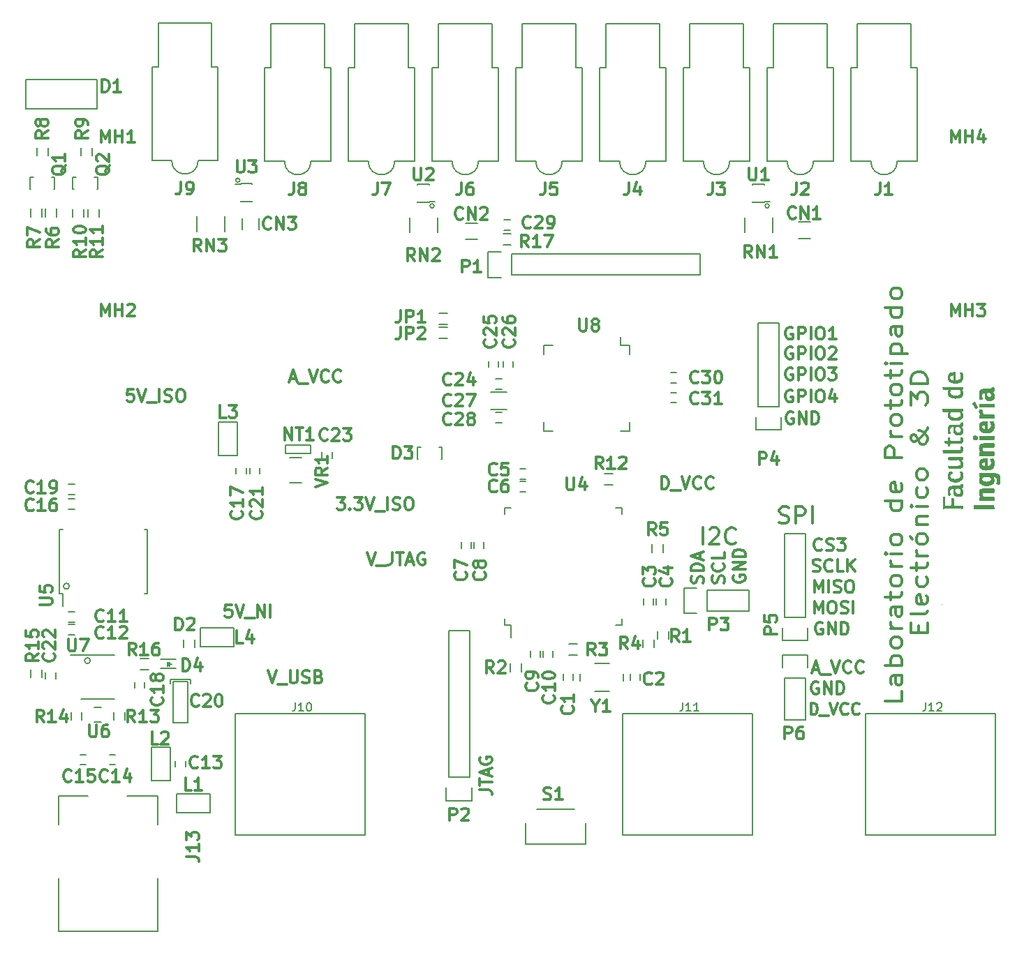
<source format=gbr>
G04 #@! TF.FileFunction,Legend,Top*
%FSLAX46Y46*%
G04 Gerber Fmt 4.6, Leading zero omitted, Abs format (unit mm)*
G04 Created by KiCad (PCBNEW 4.0.1-stable) date 23/05/2016 10:25:49*
%MOMM*%
G01*
G04 APERTURE LIST*
%ADD10C,0.100000*%
%ADD11C,0.300000*%
%ADD12C,0.150000*%
%ADD13C,0.180000*%
%ADD14C,0.200000*%
%ADD15C,0.127000*%
%ADD16C,0.010000*%
G04 APERTURE END LIST*
D10*
D11*
X195950762Y-122361525D02*
X195950762Y-123552001D01*
X193950762Y-123552001D01*
X195950762Y-120456762D02*
X194903143Y-120456762D01*
X194712667Y-120575810D01*
X194617429Y-120813905D01*
X194617429Y-121290096D01*
X194712667Y-121528191D01*
X195855524Y-120456762D02*
X195950762Y-120694858D01*
X195950762Y-121290096D01*
X195855524Y-121528191D01*
X195665048Y-121647239D01*
X195474571Y-121647239D01*
X195284095Y-121528191D01*
X195188857Y-121290096D01*
X195188857Y-120694858D01*
X195093619Y-120456762D01*
X195950762Y-119266286D02*
X193950762Y-119266286D01*
X194712667Y-119266286D02*
X194617429Y-119028191D01*
X194617429Y-118552000D01*
X194712667Y-118313905D01*
X194807905Y-118194857D01*
X194998381Y-118075810D01*
X195569810Y-118075810D01*
X195760286Y-118194857D01*
X195855524Y-118313905D01*
X195950762Y-118552000D01*
X195950762Y-119028191D01*
X195855524Y-119266286D01*
X195950762Y-116647238D02*
X195855524Y-116885333D01*
X195760286Y-117004381D01*
X195569810Y-117123429D01*
X194998381Y-117123429D01*
X194807905Y-117004381D01*
X194712667Y-116885333D01*
X194617429Y-116647238D01*
X194617429Y-116290095D01*
X194712667Y-116052000D01*
X194807905Y-115932952D01*
X194998381Y-115813905D01*
X195569810Y-115813905D01*
X195760286Y-115932952D01*
X195855524Y-116052000D01*
X195950762Y-116290095D01*
X195950762Y-116647238D01*
X195950762Y-114742476D02*
X194617429Y-114742476D01*
X194998381Y-114742476D02*
X194807905Y-114623428D01*
X194712667Y-114504381D01*
X194617429Y-114266285D01*
X194617429Y-114028190D01*
X195950762Y-112123428D02*
X194903143Y-112123428D01*
X194712667Y-112242476D01*
X194617429Y-112480571D01*
X194617429Y-112956762D01*
X194712667Y-113194857D01*
X195855524Y-112123428D02*
X195950762Y-112361524D01*
X195950762Y-112956762D01*
X195855524Y-113194857D01*
X195665048Y-113313905D01*
X195474571Y-113313905D01*
X195284095Y-113194857D01*
X195188857Y-112956762D01*
X195188857Y-112361524D01*
X195093619Y-112123428D01*
X194617429Y-111290095D02*
X194617429Y-110337714D01*
X193950762Y-110932952D02*
X195665048Y-110932952D01*
X195855524Y-110813904D01*
X195950762Y-110575809D01*
X195950762Y-110337714D01*
X195950762Y-109147238D02*
X195855524Y-109385333D01*
X195760286Y-109504381D01*
X195569810Y-109623429D01*
X194998381Y-109623429D01*
X194807905Y-109504381D01*
X194712667Y-109385333D01*
X194617429Y-109147238D01*
X194617429Y-108790095D01*
X194712667Y-108552000D01*
X194807905Y-108432952D01*
X194998381Y-108313905D01*
X195569810Y-108313905D01*
X195760286Y-108432952D01*
X195855524Y-108552000D01*
X195950762Y-108790095D01*
X195950762Y-109147238D01*
X195950762Y-107242476D02*
X194617429Y-107242476D01*
X194998381Y-107242476D02*
X194807905Y-107123428D01*
X194712667Y-107004381D01*
X194617429Y-106766285D01*
X194617429Y-106528190D01*
X195950762Y-105694857D02*
X194617429Y-105694857D01*
X193950762Y-105694857D02*
X194046000Y-105813905D01*
X194141238Y-105694857D01*
X194046000Y-105575809D01*
X193950762Y-105694857D01*
X194141238Y-105694857D01*
X195950762Y-104147238D02*
X195855524Y-104385333D01*
X195760286Y-104504381D01*
X195569810Y-104623429D01*
X194998381Y-104623429D01*
X194807905Y-104504381D01*
X194712667Y-104385333D01*
X194617429Y-104147238D01*
X194617429Y-103790095D01*
X194712667Y-103552000D01*
X194807905Y-103432952D01*
X194998381Y-103313905D01*
X195569810Y-103313905D01*
X195760286Y-103432952D01*
X195855524Y-103552000D01*
X195950762Y-103790095D01*
X195950762Y-104147238D01*
X195950762Y-99266285D02*
X193950762Y-99266285D01*
X195855524Y-99266285D02*
X195950762Y-99504381D01*
X195950762Y-99980571D01*
X195855524Y-100218666D01*
X195760286Y-100337714D01*
X195569810Y-100456762D01*
X194998381Y-100456762D01*
X194807905Y-100337714D01*
X194712667Y-100218666D01*
X194617429Y-99980571D01*
X194617429Y-99504381D01*
X194712667Y-99266285D01*
X195855524Y-97123428D02*
X195950762Y-97361523D01*
X195950762Y-97837714D01*
X195855524Y-98075809D01*
X195665048Y-98194857D01*
X194903143Y-98194857D01*
X194712667Y-98075809D01*
X194617429Y-97837714D01*
X194617429Y-97361523D01*
X194712667Y-97123428D01*
X194903143Y-97004380D01*
X195093619Y-97004380D01*
X195284095Y-98194857D01*
X195950762Y-94028190D02*
X193950762Y-94028190D01*
X193950762Y-93075809D01*
X194046000Y-92837714D01*
X194141238Y-92718666D01*
X194331714Y-92599618D01*
X194617429Y-92599618D01*
X194807905Y-92718666D01*
X194903143Y-92837714D01*
X194998381Y-93075809D01*
X194998381Y-94028190D01*
X195950762Y-91528190D02*
X194617429Y-91528190D01*
X194998381Y-91528190D02*
X194807905Y-91409142D01*
X194712667Y-91290095D01*
X194617429Y-91051999D01*
X194617429Y-90813904D01*
X195950762Y-89623428D02*
X195855524Y-89861523D01*
X195760286Y-89980571D01*
X195569810Y-90099619D01*
X194998381Y-90099619D01*
X194807905Y-89980571D01*
X194712667Y-89861523D01*
X194617429Y-89623428D01*
X194617429Y-89266285D01*
X194712667Y-89028190D01*
X194807905Y-88909142D01*
X194998381Y-88790095D01*
X195569810Y-88790095D01*
X195760286Y-88909142D01*
X195855524Y-89028190D01*
X195950762Y-89266285D01*
X195950762Y-89623428D01*
X194617429Y-88075809D02*
X194617429Y-87123428D01*
X193950762Y-87718666D02*
X195665048Y-87718666D01*
X195855524Y-87599618D01*
X195950762Y-87361523D01*
X195950762Y-87123428D01*
X195950762Y-85932952D02*
X195855524Y-86171047D01*
X195760286Y-86290095D01*
X195569810Y-86409143D01*
X194998381Y-86409143D01*
X194807905Y-86290095D01*
X194712667Y-86171047D01*
X194617429Y-85932952D01*
X194617429Y-85575809D01*
X194712667Y-85337714D01*
X194807905Y-85218666D01*
X194998381Y-85099619D01*
X195569810Y-85099619D01*
X195760286Y-85218666D01*
X195855524Y-85337714D01*
X195950762Y-85575809D01*
X195950762Y-85932952D01*
X194617429Y-84385333D02*
X194617429Y-83432952D01*
X193950762Y-84028190D02*
X195665048Y-84028190D01*
X195855524Y-83909142D01*
X195950762Y-83671047D01*
X195950762Y-83432952D01*
X195950762Y-82599619D02*
X194617429Y-82599619D01*
X193950762Y-82599619D02*
X194046000Y-82718667D01*
X194141238Y-82599619D01*
X194046000Y-82480571D01*
X193950762Y-82599619D01*
X194141238Y-82599619D01*
X194617429Y-81409143D02*
X196617429Y-81409143D01*
X194712667Y-81409143D02*
X194617429Y-81171048D01*
X194617429Y-80694857D01*
X194712667Y-80456762D01*
X194807905Y-80337714D01*
X194998381Y-80218667D01*
X195569810Y-80218667D01*
X195760286Y-80337714D01*
X195855524Y-80456762D01*
X195950762Y-80694857D01*
X195950762Y-81171048D01*
X195855524Y-81409143D01*
X195950762Y-78075809D02*
X194903143Y-78075809D01*
X194712667Y-78194857D01*
X194617429Y-78432952D01*
X194617429Y-78909143D01*
X194712667Y-79147238D01*
X195855524Y-78075809D02*
X195950762Y-78313905D01*
X195950762Y-78909143D01*
X195855524Y-79147238D01*
X195665048Y-79266286D01*
X195474571Y-79266286D01*
X195284095Y-79147238D01*
X195188857Y-78909143D01*
X195188857Y-78313905D01*
X195093619Y-78075809D01*
X195950762Y-75813904D02*
X193950762Y-75813904D01*
X195855524Y-75813904D02*
X195950762Y-76052000D01*
X195950762Y-76528190D01*
X195855524Y-76766285D01*
X195760286Y-76885333D01*
X195569810Y-77004381D01*
X194998381Y-77004381D01*
X194807905Y-76885333D01*
X194712667Y-76766285D01*
X194617429Y-76528190D01*
X194617429Y-76052000D01*
X194712667Y-75813904D01*
X195950762Y-74266285D02*
X195855524Y-74504380D01*
X195760286Y-74623428D01*
X195569810Y-74742476D01*
X194998381Y-74742476D01*
X194807905Y-74623428D01*
X194712667Y-74504380D01*
X194617429Y-74266285D01*
X194617429Y-73909142D01*
X194712667Y-73671047D01*
X194807905Y-73551999D01*
X194998381Y-73432952D01*
X195569810Y-73432952D01*
X195760286Y-73551999D01*
X195855524Y-73671047D01*
X195950762Y-73909142D01*
X195950762Y-74266285D01*
X198003143Y-115278190D02*
X198003143Y-114444857D01*
X199050762Y-114087714D02*
X199050762Y-115278190D01*
X197050762Y-115278190D01*
X197050762Y-114087714D01*
X199050762Y-112659142D02*
X198955524Y-112897237D01*
X198765048Y-113016285D01*
X197050762Y-113016285D01*
X198955524Y-110754380D02*
X199050762Y-110992475D01*
X199050762Y-111468666D01*
X198955524Y-111706761D01*
X198765048Y-111825809D01*
X198003143Y-111825809D01*
X197812667Y-111706761D01*
X197717429Y-111468666D01*
X197717429Y-110992475D01*
X197812667Y-110754380D01*
X198003143Y-110635332D01*
X198193619Y-110635332D01*
X198384095Y-111825809D01*
X198955524Y-108492475D02*
X199050762Y-108730571D01*
X199050762Y-109206761D01*
X198955524Y-109444856D01*
X198860286Y-109563904D01*
X198669810Y-109682952D01*
X198098381Y-109682952D01*
X197907905Y-109563904D01*
X197812667Y-109444856D01*
X197717429Y-109206761D01*
X197717429Y-108730571D01*
X197812667Y-108492475D01*
X197717429Y-107778190D02*
X197717429Y-106825809D01*
X197050762Y-107421047D02*
X198765048Y-107421047D01*
X198955524Y-107301999D01*
X199050762Y-107063904D01*
X199050762Y-106825809D01*
X199050762Y-105992476D02*
X197717429Y-105992476D01*
X198098381Y-105992476D02*
X197907905Y-105873428D01*
X197812667Y-105754381D01*
X197717429Y-105516285D01*
X197717429Y-105278190D01*
X199050762Y-104087714D02*
X198955524Y-104325809D01*
X198860286Y-104444857D01*
X198669810Y-104563905D01*
X198098381Y-104563905D01*
X197907905Y-104444857D01*
X197812667Y-104325809D01*
X197717429Y-104087714D01*
X197717429Y-103730571D01*
X197812667Y-103492476D01*
X197907905Y-103373428D01*
X198098381Y-103254381D01*
X198669810Y-103254381D01*
X198860286Y-103373428D01*
X198955524Y-103492476D01*
X199050762Y-103730571D01*
X199050762Y-104087714D01*
X196955524Y-103611524D02*
X197241238Y-103968666D01*
X197717429Y-102182952D02*
X199050762Y-102182952D01*
X197907905Y-102182952D02*
X197812667Y-102063904D01*
X197717429Y-101825809D01*
X197717429Y-101468666D01*
X197812667Y-101230571D01*
X198003143Y-101111523D01*
X199050762Y-101111523D01*
X199050762Y-99921047D02*
X197717429Y-99921047D01*
X197050762Y-99921047D02*
X197146000Y-100040095D01*
X197241238Y-99921047D01*
X197146000Y-99801999D01*
X197050762Y-99921047D01*
X197241238Y-99921047D01*
X198955524Y-97659142D02*
X199050762Y-97897238D01*
X199050762Y-98373428D01*
X198955524Y-98611523D01*
X198860286Y-98730571D01*
X198669810Y-98849619D01*
X198098381Y-98849619D01*
X197907905Y-98730571D01*
X197812667Y-98611523D01*
X197717429Y-98373428D01*
X197717429Y-97897238D01*
X197812667Y-97659142D01*
X199050762Y-96230571D02*
X198955524Y-96468666D01*
X198860286Y-96587714D01*
X198669810Y-96706762D01*
X198098381Y-96706762D01*
X197907905Y-96587714D01*
X197812667Y-96468666D01*
X197717429Y-96230571D01*
X197717429Y-95873428D01*
X197812667Y-95635333D01*
X197907905Y-95516285D01*
X198098381Y-95397238D01*
X198669810Y-95397238D01*
X198860286Y-95516285D01*
X198955524Y-95635333D01*
X199050762Y-95873428D01*
X199050762Y-96230571D01*
X199050762Y-90397237D02*
X199050762Y-90516285D01*
X198955524Y-90754380D01*
X198669810Y-91111523D01*
X198098381Y-91706761D01*
X197812667Y-91944856D01*
X197526952Y-92063904D01*
X197336476Y-92063904D01*
X197146000Y-91944856D01*
X197050762Y-91706761D01*
X197050762Y-91587714D01*
X197146000Y-91349618D01*
X197336476Y-91230571D01*
X197431714Y-91230571D01*
X197622190Y-91349618D01*
X197717429Y-91468666D01*
X198098381Y-92182952D01*
X198193619Y-92301999D01*
X198384095Y-92421047D01*
X198669810Y-92421047D01*
X198860286Y-92301999D01*
X198955524Y-92182952D01*
X199050762Y-91944856D01*
X199050762Y-91587714D01*
X198955524Y-91349618D01*
X198860286Y-91230571D01*
X198479333Y-90873428D01*
X198193619Y-90754380D01*
X198003143Y-90754380D01*
X197050762Y-87659142D02*
X197050762Y-86111523D01*
X197812667Y-86944856D01*
X197812667Y-86587714D01*
X197907905Y-86349618D01*
X198003143Y-86230571D01*
X198193619Y-86111523D01*
X198669810Y-86111523D01*
X198860286Y-86230571D01*
X198955524Y-86349618D01*
X199050762Y-86587714D01*
X199050762Y-87301999D01*
X198955524Y-87540095D01*
X198860286Y-87659142D01*
X199050762Y-85040095D02*
X197050762Y-85040095D01*
X197050762Y-84444857D01*
X197146000Y-84087714D01*
X197336476Y-83849619D01*
X197526952Y-83730571D01*
X197907905Y-83611523D01*
X198193619Y-83611523D01*
X198574571Y-83730571D01*
X198765048Y-83849619D01*
X198955524Y-84087714D01*
X199050762Y-84444857D01*
X199050762Y-85040095D01*
X166818858Y-97833571D02*
X166818858Y-96333571D01*
X167176001Y-96333571D01*
X167390286Y-96405000D01*
X167533144Y-96547857D01*
X167604572Y-96690714D01*
X167676001Y-96976429D01*
X167676001Y-97190714D01*
X167604572Y-97476429D01*
X167533144Y-97619286D01*
X167390286Y-97762143D01*
X167176001Y-97833571D01*
X166818858Y-97833571D01*
X167961715Y-97976429D02*
X169104572Y-97976429D01*
X169247429Y-96333571D02*
X169747429Y-97833571D01*
X170247429Y-96333571D01*
X171604572Y-97690714D02*
X171533143Y-97762143D01*
X171318857Y-97833571D01*
X171176000Y-97833571D01*
X170961715Y-97762143D01*
X170818857Y-97619286D01*
X170747429Y-97476429D01*
X170676000Y-97190714D01*
X170676000Y-96976429D01*
X170747429Y-96690714D01*
X170818857Y-96547857D01*
X170961715Y-96405000D01*
X171176000Y-96333571D01*
X171318857Y-96333571D01*
X171533143Y-96405000D01*
X171604572Y-96476429D01*
X173104572Y-97690714D02*
X173033143Y-97762143D01*
X172818857Y-97833571D01*
X172676000Y-97833571D01*
X172461715Y-97762143D01*
X172318857Y-97619286D01*
X172247429Y-97476429D01*
X172176000Y-97190714D01*
X172176000Y-96976429D01*
X172247429Y-96690714D01*
X172318857Y-96547857D01*
X172461715Y-96405000D01*
X172676000Y-96333571D01*
X172818857Y-96333571D01*
X173033143Y-96405000D01*
X173104572Y-96476429D01*
X131076358Y-105541071D02*
X131576358Y-107041071D01*
X132076358Y-105541071D01*
X132219215Y-107183929D02*
X133362072Y-107183929D01*
X134147786Y-105541071D02*
X134147786Y-106612500D01*
X134076358Y-106826786D01*
X133933501Y-106969643D01*
X133719215Y-107041071D01*
X133576358Y-107041071D01*
X134647786Y-105541071D02*
X135504929Y-105541071D01*
X135076358Y-107041071D02*
X135076358Y-105541071D01*
X135933500Y-106612500D02*
X136647786Y-106612500D01*
X135790643Y-107041071D02*
X136290643Y-105541071D01*
X136790643Y-107041071D01*
X138076357Y-105612500D02*
X137933500Y-105541071D01*
X137719214Y-105541071D01*
X137504929Y-105612500D01*
X137362071Y-105755357D01*
X137290643Y-105898214D01*
X137219214Y-106183929D01*
X137219214Y-106398214D01*
X137290643Y-106683929D01*
X137362071Y-106826786D01*
X137504929Y-106969643D01*
X137719214Y-107041071D01*
X137862071Y-107041071D01*
X138076357Y-106969643D01*
X138147786Y-106898214D01*
X138147786Y-106398214D01*
X137862071Y-106398214D01*
X121769572Y-84451000D02*
X122483858Y-84451000D01*
X121626715Y-84879571D02*
X122126715Y-83379571D01*
X122626715Y-84879571D01*
X122769572Y-85022429D02*
X123912429Y-85022429D01*
X124055286Y-83379571D02*
X124555286Y-84879571D01*
X125055286Y-83379571D01*
X126412429Y-84736714D02*
X126341000Y-84808143D01*
X126126714Y-84879571D01*
X125983857Y-84879571D01*
X125769572Y-84808143D01*
X125626714Y-84665286D01*
X125555286Y-84522429D01*
X125483857Y-84236714D01*
X125483857Y-84022429D01*
X125555286Y-83736714D01*
X125626714Y-83593857D01*
X125769572Y-83451000D01*
X125983857Y-83379571D01*
X126126714Y-83379571D01*
X126341000Y-83451000D01*
X126412429Y-83522429D01*
X127912429Y-84736714D02*
X127841000Y-84808143D01*
X127626714Y-84879571D01*
X127483857Y-84879571D01*
X127269572Y-84808143D01*
X127126714Y-84665286D01*
X127055286Y-84522429D01*
X126983857Y-84236714D01*
X126983857Y-84022429D01*
X127055286Y-83736714D01*
X127126714Y-83593857D01*
X127269572Y-83451000D01*
X127483857Y-83379571D01*
X127626714Y-83379571D01*
X127841000Y-83451000D01*
X127912429Y-83522429D01*
X102759215Y-85729071D02*
X102044929Y-85729071D01*
X101973500Y-86443357D01*
X102044929Y-86371929D01*
X102187786Y-86300500D01*
X102544929Y-86300500D01*
X102687786Y-86371929D01*
X102759215Y-86443357D01*
X102830643Y-86586214D01*
X102830643Y-86943357D01*
X102759215Y-87086214D01*
X102687786Y-87157643D01*
X102544929Y-87229071D01*
X102187786Y-87229071D01*
X102044929Y-87157643D01*
X101973500Y-87086214D01*
X103259214Y-85729071D02*
X103759214Y-87229071D01*
X104259214Y-85729071D01*
X104402071Y-87371929D02*
X105544928Y-87371929D01*
X105902071Y-87229071D02*
X105902071Y-85729071D01*
X106544928Y-87157643D02*
X106759214Y-87229071D01*
X107116357Y-87229071D01*
X107259214Y-87157643D01*
X107330643Y-87086214D01*
X107402071Y-86943357D01*
X107402071Y-86800500D01*
X107330643Y-86657643D01*
X107259214Y-86586214D01*
X107116357Y-86514786D01*
X106830643Y-86443357D01*
X106687785Y-86371929D01*
X106616357Y-86300500D01*
X106544928Y-86157643D01*
X106544928Y-86014786D01*
X106616357Y-85871929D01*
X106687785Y-85800500D01*
X106830643Y-85729071D01*
X107187785Y-85729071D01*
X107402071Y-85800500D01*
X108330642Y-85729071D02*
X108616356Y-85729071D01*
X108759214Y-85800500D01*
X108902071Y-85943357D01*
X108973499Y-86229071D01*
X108973499Y-86729071D01*
X108902071Y-87014786D01*
X108759214Y-87157643D01*
X108616356Y-87229071D01*
X108330642Y-87229071D01*
X108187785Y-87157643D01*
X108044928Y-87014786D01*
X107973499Y-86729071D01*
X107973499Y-86229071D01*
X108044928Y-85943357D01*
X108187785Y-85800500D01*
X108330642Y-85729071D01*
X114649501Y-111891071D02*
X113935215Y-111891071D01*
X113863786Y-112605357D01*
X113935215Y-112533929D01*
X114078072Y-112462500D01*
X114435215Y-112462500D01*
X114578072Y-112533929D01*
X114649501Y-112605357D01*
X114720929Y-112748214D01*
X114720929Y-113105357D01*
X114649501Y-113248214D01*
X114578072Y-113319643D01*
X114435215Y-113391071D01*
X114078072Y-113391071D01*
X113935215Y-113319643D01*
X113863786Y-113248214D01*
X115149500Y-111891071D02*
X115649500Y-113391071D01*
X116149500Y-111891071D01*
X116292357Y-113533929D02*
X117435214Y-113533929D01*
X117792357Y-113391071D02*
X117792357Y-111891071D01*
X118649500Y-113391071D01*
X118649500Y-111891071D01*
X119363786Y-113391071D02*
X119363786Y-111891071D01*
X119106572Y-119892071D02*
X119606572Y-121392071D01*
X120106572Y-119892071D01*
X120249429Y-121534929D02*
X121392286Y-121534929D01*
X121749429Y-119892071D02*
X121749429Y-121106357D01*
X121820857Y-121249214D01*
X121892286Y-121320643D01*
X122035143Y-121392071D01*
X122320857Y-121392071D01*
X122463715Y-121320643D01*
X122535143Y-121249214D01*
X122606572Y-121106357D01*
X122606572Y-119892071D01*
X123249429Y-121320643D02*
X123463715Y-121392071D01*
X123820858Y-121392071D01*
X123963715Y-121320643D01*
X124035144Y-121249214D01*
X124106572Y-121106357D01*
X124106572Y-120963500D01*
X124035144Y-120820643D01*
X123963715Y-120749214D01*
X123820858Y-120677786D01*
X123535144Y-120606357D01*
X123392286Y-120534929D01*
X123320858Y-120463500D01*
X123249429Y-120320643D01*
X123249429Y-120177786D01*
X123320858Y-120034929D01*
X123392286Y-119963500D01*
X123535144Y-119892071D01*
X123892286Y-119892071D01*
X124106572Y-119963500D01*
X125249429Y-120606357D02*
X125463715Y-120677786D01*
X125535143Y-120749214D01*
X125606572Y-120892071D01*
X125606572Y-121106357D01*
X125535143Y-121249214D01*
X125463715Y-121320643D01*
X125320857Y-121392071D01*
X124749429Y-121392071D01*
X124749429Y-119892071D01*
X125249429Y-119892071D01*
X125392286Y-119963500D01*
X125463715Y-120034929D01*
X125535143Y-120177786D01*
X125535143Y-120320643D01*
X125463715Y-120463500D01*
X125392286Y-120534929D01*
X125249429Y-120606357D01*
X124749429Y-120606357D01*
X127437144Y-98873571D02*
X128365715Y-98873571D01*
X127865715Y-99445000D01*
X128080001Y-99445000D01*
X128222858Y-99516429D01*
X128294287Y-99587857D01*
X128365715Y-99730714D01*
X128365715Y-100087857D01*
X128294287Y-100230714D01*
X128222858Y-100302143D01*
X128080001Y-100373571D01*
X127651429Y-100373571D01*
X127508572Y-100302143D01*
X127437144Y-100230714D01*
X129008572Y-100230714D02*
X129080000Y-100302143D01*
X129008572Y-100373571D01*
X128937143Y-100302143D01*
X129008572Y-100230714D01*
X129008572Y-100373571D01*
X129580001Y-98873571D02*
X130508572Y-98873571D01*
X130008572Y-99445000D01*
X130222858Y-99445000D01*
X130365715Y-99516429D01*
X130437144Y-99587857D01*
X130508572Y-99730714D01*
X130508572Y-100087857D01*
X130437144Y-100230714D01*
X130365715Y-100302143D01*
X130222858Y-100373571D01*
X129794286Y-100373571D01*
X129651429Y-100302143D01*
X129580001Y-100230714D01*
X130937143Y-98873571D02*
X131437143Y-100373571D01*
X131937143Y-98873571D01*
X132080000Y-100516429D02*
X133222857Y-100516429D01*
X133580000Y-100373571D02*
X133580000Y-98873571D01*
X134222857Y-100302143D02*
X134437143Y-100373571D01*
X134794286Y-100373571D01*
X134937143Y-100302143D01*
X135008572Y-100230714D01*
X135080000Y-100087857D01*
X135080000Y-99945000D01*
X135008572Y-99802143D01*
X134937143Y-99730714D01*
X134794286Y-99659286D01*
X134508572Y-99587857D01*
X134365714Y-99516429D01*
X134294286Y-99445000D01*
X134222857Y-99302143D01*
X134222857Y-99159286D01*
X134294286Y-99016429D01*
X134365714Y-98945000D01*
X134508572Y-98873571D01*
X134865714Y-98873571D01*
X135080000Y-98945000D01*
X136008571Y-98873571D02*
X136294285Y-98873571D01*
X136437143Y-98945000D01*
X136580000Y-99087857D01*
X136651428Y-99373571D01*
X136651428Y-99873571D01*
X136580000Y-100159286D01*
X136437143Y-100302143D01*
X136294285Y-100373571D01*
X136008571Y-100373571D01*
X135865714Y-100302143D01*
X135722857Y-100159286D01*
X135651428Y-99873571D01*
X135651428Y-99373571D01*
X135722857Y-99087857D01*
X135865714Y-98945000D01*
X136008571Y-98873571D01*
X182753143Y-88531000D02*
X182610286Y-88459571D01*
X182396000Y-88459571D01*
X182181715Y-88531000D01*
X182038857Y-88673857D01*
X181967429Y-88816714D01*
X181896000Y-89102429D01*
X181896000Y-89316714D01*
X181967429Y-89602429D01*
X182038857Y-89745286D01*
X182181715Y-89888143D01*
X182396000Y-89959571D01*
X182538857Y-89959571D01*
X182753143Y-89888143D01*
X182824572Y-89816714D01*
X182824572Y-89316714D01*
X182538857Y-89316714D01*
X183467429Y-89959571D02*
X183467429Y-88459571D01*
X184324572Y-89959571D01*
X184324572Y-88459571D01*
X185038858Y-89959571D02*
X185038858Y-88459571D01*
X185396001Y-88459571D01*
X185610286Y-88531000D01*
X185753144Y-88673857D01*
X185824572Y-88816714D01*
X185896001Y-89102429D01*
X185896001Y-89316714D01*
X185824572Y-89602429D01*
X185753144Y-89745286D01*
X185610286Y-89888143D01*
X185396001Y-89959571D01*
X185038858Y-89959571D01*
X182697714Y-85864000D02*
X182554857Y-85792571D01*
X182340571Y-85792571D01*
X182126286Y-85864000D01*
X181983428Y-86006857D01*
X181912000Y-86149714D01*
X181840571Y-86435429D01*
X181840571Y-86649714D01*
X181912000Y-86935429D01*
X181983428Y-87078286D01*
X182126286Y-87221143D01*
X182340571Y-87292571D01*
X182483428Y-87292571D01*
X182697714Y-87221143D01*
X182769143Y-87149714D01*
X182769143Y-86649714D01*
X182483428Y-86649714D01*
X183412000Y-87292571D02*
X183412000Y-85792571D01*
X183983428Y-85792571D01*
X184126286Y-85864000D01*
X184197714Y-85935429D01*
X184269143Y-86078286D01*
X184269143Y-86292571D01*
X184197714Y-86435429D01*
X184126286Y-86506857D01*
X183983428Y-86578286D01*
X183412000Y-86578286D01*
X184912000Y-87292571D02*
X184912000Y-85792571D01*
X185912000Y-85792571D02*
X186197714Y-85792571D01*
X186340572Y-85864000D01*
X186483429Y-86006857D01*
X186554857Y-86292571D01*
X186554857Y-86792571D01*
X186483429Y-87078286D01*
X186340572Y-87221143D01*
X186197714Y-87292571D01*
X185912000Y-87292571D01*
X185769143Y-87221143D01*
X185626286Y-87078286D01*
X185554857Y-86792571D01*
X185554857Y-86292571D01*
X185626286Y-86006857D01*
X185769143Y-85864000D01*
X185912000Y-85792571D01*
X187840572Y-86292571D02*
X187840572Y-87292571D01*
X187483429Y-85721143D02*
X187126286Y-86792571D01*
X188054858Y-86792571D01*
X182697714Y-83197000D02*
X182554857Y-83125571D01*
X182340571Y-83125571D01*
X182126286Y-83197000D01*
X181983428Y-83339857D01*
X181912000Y-83482714D01*
X181840571Y-83768429D01*
X181840571Y-83982714D01*
X181912000Y-84268429D01*
X181983428Y-84411286D01*
X182126286Y-84554143D01*
X182340571Y-84625571D01*
X182483428Y-84625571D01*
X182697714Y-84554143D01*
X182769143Y-84482714D01*
X182769143Y-83982714D01*
X182483428Y-83982714D01*
X183412000Y-84625571D02*
X183412000Y-83125571D01*
X183983428Y-83125571D01*
X184126286Y-83197000D01*
X184197714Y-83268429D01*
X184269143Y-83411286D01*
X184269143Y-83625571D01*
X184197714Y-83768429D01*
X184126286Y-83839857D01*
X183983428Y-83911286D01*
X183412000Y-83911286D01*
X184912000Y-84625571D02*
X184912000Y-83125571D01*
X185912000Y-83125571D02*
X186197714Y-83125571D01*
X186340572Y-83197000D01*
X186483429Y-83339857D01*
X186554857Y-83625571D01*
X186554857Y-84125571D01*
X186483429Y-84411286D01*
X186340572Y-84554143D01*
X186197714Y-84625571D01*
X185912000Y-84625571D01*
X185769143Y-84554143D01*
X185626286Y-84411286D01*
X185554857Y-84125571D01*
X185554857Y-83625571D01*
X185626286Y-83339857D01*
X185769143Y-83197000D01*
X185912000Y-83125571D01*
X187054858Y-83125571D02*
X187983429Y-83125571D01*
X187483429Y-83697000D01*
X187697715Y-83697000D01*
X187840572Y-83768429D01*
X187912001Y-83839857D01*
X187983429Y-83982714D01*
X187983429Y-84339857D01*
X187912001Y-84482714D01*
X187840572Y-84554143D01*
X187697715Y-84625571D01*
X187269143Y-84625571D01*
X187126286Y-84554143D01*
X187054858Y-84482714D01*
X182697714Y-80657000D02*
X182554857Y-80585571D01*
X182340571Y-80585571D01*
X182126286Y-80657000D01*
X181983428Y-80799857D01*
X181912000Y-80942714D01*
X181840571Y-81228429D01*
X181840571Y-81442714D01*
X181912000Y-81728429D01*
X181983428Y-81871286D01*
X182126286Y-82014143D01*
X182340571Y-82085571D01*
X182483428Y-82085571D01*
X182697714Y-82014143D01*
X182769143Y-81942714D01*
X182769143Y-81442714D01*
X182483428Y-81442714D01*
X183412000Y-82085571D02*
X183412000Y-80585571D01*
X183983428Y-80585571D01*
X184126286Y-80657000D01*
X184197714Y-80728429D01*
X184269143Y-80871286D01*
X184269143Y-81085571D01*
X184197714Y-81228429D01*
X184126286Y-81299857D01*
X183983428Y-81371286D01*
X183412000Y-81371286D01*
X184912000Y-82085571D02*
X184912000Y-80585571D01*
X185912000Y-80585571D02*
X186197714Y-80585571D01*
X186340572Y-80657000D01*
X186483429Y-80799857D01*
X186554857Y-81085571D01*
X186554857Y-81585571D01*
X186483429Y-81871286D01*
X186340572Y-82014143D01*
X186197714Y-82085571D01*
X185912000Y-82085571D01*
X185769143Y-82014143D01*
X185626286Y-81871286D01*
X185554857Y-81585571D01*
X185554857Y-81085571D01*
X185626286Y-80799857D01*
X185769143Y-80657000D01*
X185912000Y-80585571D01*
X187126286Y-80728429D02*
X187197715Y-80657000D01*
X187340572Y-80585571D01*
X187697715Y-80585571D01*
X187840572Y-80657000D01*
X187912001Y-80728429D01*
X187983429Y-80871286D01*
X187983429Y-81014143D01*
X187912001Y-81228429D01*
X187054858Y-82085571D01*
X187983429Y-82085571D01*
X182697714Y-78244000D02*
X182554857Y-78172571D01*
X182340571Y-78172571D01*
X182126286Y-78244000D01*
X181983428Y-78386857D01*
X181912000Y-78529714D01*
X181840571Y-78815429D01*
X181840571Y-79029714D01*
X181912000Y-79315429D01*
X181983428Y-79458286D01*
X182126286Y-79601143D01*
X182340571Y-79672571D01*
X182483428Y-79672571D01*
X182697714Y-79601143D01*
X182769143Y-79529714D01*
X182769143Y-79029714D01*
X182483428Y-79029714D01*
X183412000Y-79672571D02*
X183412000Y-78172571D01*
X183983428Y-78172571D01*
X184126286Y-78244000D01*
X184197714Y-78315429D01*
X184269143Y-78458286D01*
X184269143Y-78672571D01*
X184197714Y-78815429D01*
X184126286Y-78886857D01*
X183983428Y-78958286D01*
X183412000Y-78958286D01*
X184912000Y-79672571D02*
X184912000Y-78172571D01*
X185912000Y-78172571D02*
X186197714Y-78172571D01*
X186340572Y-78244000D01*
X186483429Y-78386857D01*
X186554857Y-78672571D01*
X186554857Y-79172571D01*
X186483429Y-79458286D01*
X186340572Y-79601143D01*
X186197714Y-79672571D01*
X185912000Y-79672571D01*
X185769143Y-79601143D01*
X185626286Y-79458286D01*
X185554857Y-79172571D01*
X185554857Y-78672571D01*
X185626286Y-78386857D01*
X185769143Y-78244000D01*
X185912000Y-78172571D01*
X187983429Y-79672571D02*
X187126286Y-79672571D01*
X187554858Y-79672571D02*
X187554858Y-78172571D01*
X187412001Y-78386857D01*
X187269143Y-78529714D01*
X187126286Y-78601143D01*
X184933000Y-125220333D02*
X184933000Y-123820333D01*
X185266334Y-123820333D01*
X185466334Y-123887000D01*
X185599667Y-124020333D01*
X185666334Y-124153667D01*
X185733000Y-124420333D01*
X185733000Y-124620333D01*
X185666334Y-124887000D01*
X185599667Y-125020333D01*
X185466334Y-125153667D01*
X185266334Y-125220333D01*
X184933000Y-125220333D01*
X185999667Y-125353667D02*
X187066334Y-125353667D01*
X187199667Y-123820333D02*
X187666334Y-125220333D01*
X188133001Y-123820333D01*
X189399667Y-125087000D02*
X189333001Y-125153667D01*
X189133001Y-125220333D01*
X188999667Y-125220333D01*
X188799667Y-125153667D01*
X188666334Y-125020333D01*
X188599667Y-124887000D01*
X188533001Y-124620333D01*
X188533001Y-124420333D01*
X188599667Y-124153667D01*
X188666334Y-124020333D01*
X188799667Y-123887000D01*
X188999667Y-123820333D01*
X189133001Y-123820333D01*
X189333001Y-123887000D01*
X189399667Y-123953667D01*
X190799667Y-125087000D02*
X190733001Y-125153667D01*
X190533001Y-125220333D01*
X190399667Y-125220333D01*
X190199667Y-125153667D01*
X190066334Y-125020333D01*
X189999667Y-124887000D01*
X189933001Y-124620333D01*
X189933001Y-124420333D01*
X189999667Y-124153667D01*
X190066334Y-124020333D01*
X190199667Y-123887000D01*
X190399667Y-123820333D01*
X190533001Y-123820333D01*
X190733001Y-123887000D01*
X190799667Y-123953667D01*
X185801143Y-121297000D02*
X185658286Y-121225571D01*
X185444000Y-121225571D01*
X185229715Y-121297000D01*
X185086857Y-121439857D01*
X185015429Y-121582714D01*
X184944000Y-121868429D01*
X184944000Y-122082714D01*
X185015429Y-122368429D01*
X185086857Y-122511286D01*
X185229715Y-122654143D01*
X185444000Y-122725571D01*
X185586857Y-122725571D01*
X185801143Y-122654143D01*
X185872572Y-122582714D01*
X185872572Y-122082714D01*
X185586857Y-122082714D01*
X186515429Y-122725571D02*
X186515429Y-121225571D01*
X187372572Y-122725571D01*
X187372572Y-121225571D01*
X188086858Y-122725571D02*
X188086858Y-121225571D01*
X188444001Y-121225571D01*
X188658286Y-121297000D01*
X188801144Y-121439857D01*
X188872572Y-121582714D01*
X188944001Y-121868429D01*
X188944001Y-122082714D01*
X188872572Y-122368429D01*
X188801144Y-122511286D01*
X188658286Y-122654143D01*
X188444001Y-122725571D01*
X188086858Y-122725571D01*
X185142572Y-119757000D02*
X185856858Y-119757000D01*
X184999715Y-120185571D02*
X185499715Y-118685571D01*
X185999715Y-120185571D01*
X186142572Y-120328429D02*
X187285429Y-120328429D01*
X187428286Y-118685571D02*
X187928286Y-120185571D01*
X188428286Y-118685571D01*
X189785429Y-120042714D02*
X189714000Y-120114143D01*
X189499714Y-120185571D01*
X189356857Y-120185571D01*
X189142572Y-120114143D01*
X188999714Y-119971286D01*
X188928286Y-119828429D01*
X188856857Y-119542714D01*
X188856857Y-119328429D01*
X188928286Y-119042714D01*
X188999714Y-118899857D01*
X189142572Y-118757000D01*
X189356857Y-118685571D01*
X189499714Y-118685571D01*
X189714000Y-118757000D01*
X189785429Y-118828429D01*
X191285429Y-120042714D02*
X191214000Y-120114143D01*
X190999714Y-120185571D01*
X190856857Y-120185571D01*
X190642572Y-120114143D01*
X190499714Y-119971286D01*
X190428286Y-119828429D01*
X190356857Y-119542714D01*
X190356857Y-119328429D01*
X190428286Y-119042714D01*
X190499714Y-118899857D01*
X190642572Y-118757000D01*
X190856857Y-118685571D01*
X190999714Y-118685571D01*
X191214000Y-118757000D01*
X191285429Y-118828429D01*
X181086381Y-101901524D02*
X181372096Y-101996762D01*
X181848286Y-101996762D01*
X182038762Y-101901524D01*
X182134000Y-101806286D01*
X182229239Y-101615810D01*
X182229239Y-101425333D01*
X182134000Y-101234857D01*
X182038762Y-101139619D01*
X181848286Y-101044381D01*
X181467334Y-100949143D01*
X181276858Y-100853905D01*
X181181619Y-100758667D01*
X181086381Y-100568190D01*
X181086381Y-100377714D01*
X181181619Y-100187238D01*
X181276858Y-100092000D01*
X181467334Y-99996762D01*
X181943524Y-99996762D01*
X182229239Y-100092000D01*
X183086381Y-101996762D02*
X183086381Y-99996762D01*
X183848286Y-99996762D01*
X184038762Y-100092000D01*
X184134001Y-100187238D01*
X184229239Y-100377714D01*
X184229239Y-100663429D01*
X184134001Y-100853905D01*
X184038762Y-100949143D01*
X183848286Y-101044381D01*
X183086381Y-101044381D01*
X185086381Y-101996762D02*
X185086381Y-99996762D01*
X186309143Y-114058000D02*
X186166286Y-113986571D01*
X185952000Y-113986571D01*
X185737715Y-114058000D01*
X185594857Y-114200857D01*
X185523429Y-114343714D01*
X185452000Y-114629429D01*
X185452000Y-114843714D01*
X185523429Y-115129429D01*
X185594857Y-115272286D01*
X185737715Y-115415143D01*
X185952000Y-115486571D01*
X186094857Y-115486571D01*
X186309143Y-115415143D01*
X186380572Y-115343714D01*
X186380572Y-114843714D01*
X186094857Y-114843714D01*
X187023429Y-115486571D02*
X187023429Y-113986571D01*
X187880572Y-115486571D01*
X187880572Y-113986571D01*
X188594858Y-115486571D02*
X188594858Y-113986571D01*
X188952001Y-113986571D01*
X189166286Y-114058000D01*
X189309144Y-114200857D01*
X189380572Y-114343714D01*
X189452001Y-114629429D01*
X189452001Y-114843714D01*
X189380572Y-115129429D01*
X189309144Y-115272286D01*
X189166286Y-115415143D01*
X188952001Y-115486571D01*
X188594858Y-115486571D01*
X186233715Y-105183714D02*
X186162286Y-105255143D01*
X185948000Y-105326571D01*
X185805143Y-105326571D01*
X185590858Y-105255143D01*
X185448000Y-105112286D01*
X185376572Y-104969429D01*
X185305143Y-104683714D01*
X185305143Y-104469429D01*
X185376572Y-104183714D01*
X185448000Y-104040857D01*
X185590858Y-103898000D01*
X185805143Y-103826571D01*
X185948000Y-103826571D01*
X186162286Y-103898000D01*
X186233715Y-103969429D01*
X186805143Y-105255143D02*
X187019429Y-105326571D01*
X187376572Y-105326571D01*
X187519429Y-105255143D01*
X187590858Y-105183714D01*
X187662286Y-105040857D01*
X187662286Y-104898000D01*
X187590858Y-104755143D01*
X187519429Y-104683714D01*
X187376572Y-104612286D01*
X187090858Y-104540857D01*
X186948000Y-104469429D01*
X186876572Y-104398000D01*
X186805143Y-104255143D01*
X186805143Y-104112286D01*
X186876572Y-103969429D01*
X186948000Y-103898000D01*
X187090858Y-103826571D01*
X187448000Y-103826571D01*
X187662286Y-103898000D01*
X188162286Y-103826571D02*
X189090857Y-103826571D01*
X188590857Y-104398000D01*
X188805143Y-104398000D01*
X188948000Y-104469429D01*
X189019429Y-104540857D01*
X189090857Y-104683714D01*
X189090857Y-105040857D01*
X189019429Y-105183714D01*
X188948000Y-105255143D01*
X188805143Y-105326571D01*
X188376571Y-105326571D01*
X188233714Y-105255143D01*
X188162286Y-105183714D01*
X185170286Y-107795143D02*
X185384572Y-107866571D01*
X185741715Y-107866571D01*
X185884572Y-107795143D01*
X185956001Y-107723714D01*
X186027429Y-107580857D01*
X186027429Y-107438000D01*
X185956001Y-107295143D01*
X185884572Y-107223714D01*
X185741715Y-107152286D01*
X185456001Y-107080857D01*
X185313143Y-107009429D01*
X185241715Y-106938000D01*
X185170286Y-106795143D01*
X185170286Y-106652286D01*
X185241715Y-106509429D01*
X185313143Y-106438000D01*
X185456001Y-106366571D01*
X185813143Y-106366571D01*
X186027429Y-106438000D01*
X187527429Y-107723714D02*
X187456000Y-107795143D01*
X187241714Y-107866571D01*
X187098857Y-107866571D01*
X186884572Y-107795143D01*
X186741714Y-107652286D01*
X186670286Y-107509429D01*
X186598857Y-107223714D01*
X186598857Y-107009429D01*
X186670286Y-106723714D01*
X186741714Y-106580857D01*
X186884572Y-106438000D01*
X187098857Y-106366571D01*
X187241714Y-106366571D01*
X187456000Y-106438000D01*
X187527429Y-106509429D01*
X188884572Y-107866571D02*
X188170286Y-107866571D01*
X188170286Y-106366571D01*
X189384572Y-107866571D02*
X189384572Y-106366571D01*
X190241715Y-107866571D02*
X189598858Y-107009429D01*
X190241715Y-106366571D02*
X189384572Y-107223714D01*
X185348857Y-110406571D02*
X185348857Y-108906571D01*
X185848857Y-109978000D01*
X186348857Y-108906571D01*
X186348857Y-110406571D01*
X187063143Y-110406571D02*
X187063143Y-108906571D01*
X187706000Y-110335143D02*
X187920286Y-110406571D01*
X188277429Y-110406571D01*
X188420286Y-110335143D01*
X188491715Y-110263714D01*
X188563143Y-110120857D01*
X188563143Y-109978000D01*
X188491715Y-109835143D01*
X188420286Y-109763714D01*
X188277429Y-109692286D01*
X187991715Y-109620857D01*
X187848857Y-109549429D01*
X187777429Y-109478000D01*
X187706000Y-109335143D01*
X187706000Y-109192286D01*
X187777429Y-109049429D01*
X187848857Y-108978000D01*
X187991715Y-108906571D01*
X188348857Y-108906571D01*
X188563143Y-108978000D01*
X189491714Y-108906571D02*
X189777428Y-108906571D01*
X189920286Y-108978000D01*
X190063143Y-109120857D01*
X190134571Y-109406571D01*
X190134571Y-109906571D01*
X190063143Y-110192286D01*
X189920286Y-110335143D01*
X189777428Y-110406571D01*
X189491714Y-110406571D01*
X189348857Y-110335143D01*
X189206000Y-110192286D01*
X189134571Y-109906571D01*
X189134571Y-109406571D01*
X189206000Y-109120857D01*
X189348857Y-108978000D01*
X189491714Y-108906571D01*
X185348857Y-112946571D02*
X185348857Y-111446571D01*
X185848857Y-112518000D01*
X186348857Y-111446571D01*
X186348857Y-112946571D01*
X187348857Y-111446571D02*
X187634571Y-111446571D01*
X187777429Y-111518000D01*
X187920286Y-111660857D01*
X187991714Y-111946571D01*
X187991714Y-112446571D01*
X187920286Y-112732286D01*
X187777429Y-112875143D01*
X187634571Y-112946571D01*
X187348857Y-112946571D01*
X187206000Y-112875143D01*
X187063143Y-112732286D01*
X186991714Y-112446571D01*
X186991714Y-111946571D01*
X187063143Y-111660857D01*
X187206000Y-111518000D01*
X187348857Y-111446571D01*
X188563143Y-112875143D02*
X188777429Y-112946571D01*
X189134572Y-112946571D01*
X189277429Y-112875143D01*
X189348858Y-112803714D01*
X189420286Y-112660857D01*
X189420286Y-112518000D01*
X189348858Y-112375143D01*
X189277429Y-112303714D01*
X189134572Y-112232286D01*
X188848858Y-112160857D01*
X188706000Y-112089429D01*
X188634572Y-112018000D01*
X188563143Y-111875143D01*
X188563143Y-111732286D01*
X188634572Y-111589429D01*
X188706000Y-111518000D01*
X188848858Y-111446571D01*
X189206000Y-111446571D01*
X189420286Y-111518000D01*
X190063143Y-112946571D02*
X190063143Y-111446571D01*
X175526000Y-108330857D02*
X175454571Y-108473714D01*
X175454571Y-108688000D01*
X175526000Y-108902285D01*
X175668857Y-109045143D01*
X175811714Y-109116571D01*
X176097429Y-109188000D01*
X176311714Y-109188000D01*
X176597429Y-109116571D01*
X176740286Y-109045143D01*
X176883143Y-108902285D01*
X176954571Y-108688000D01*
X176954571Y-108545143D01*
X176883143Y-108330857D01*
X176811714Y-108259428D01*
X176311714Y-108259428D01*
X176311714Y-108545143D01*
X176954571Y-107616571D02*
X175454571Y-107616571D01*
X176954571Y-106759428D01*
X175454571Y-106759428D01*
X176954571Y-106045142D02*
X175454571Y-106045142D01*
X175454571Y-105687999D01*
X175526000Y-105473714D01*
X175668857Y-105330856D01*
X175811714Y-105259428D01*
X176097429Y-105187999D01*
X176311714Y-105187999D01*
X176597429Y-105259428D01*
X176740286Y-105330856D01*
X176883143Y-105473714D01*
X176954571Y-105687999D01*
X176954571Y-106045142D01*
X171803143Y-109263428D02*
X171874571Y-109049142D01*
X171874571Y-108691999D01*
X171803143Y-108549142D01*
X171731714Y-108477713D01*
X171588857Y-108406285D01*
X171446000Y-108406285D01*
X171303143Y-108477713D01*
X171231714Y-108549142D01*
X171160286Y-108691999D01*
X171088857Y-108977713D01*
X171017429Y-109120571D01*
X170946000Y-109191999D01*
X170803143Y-109263428D01*
X170660286Y-109263428D01*
X170517429Y-109191999D01*
X170446000Y-109120571D01*
X170374571Y-108977713D01*
X170374571Y-108620571D01*
X170446000Y-108406285D01*
X171874571Y-107763428D02*
X170374571Y-107763428D01*
X170374571Y-107406285D01*
X170446000Y-107192000D01*
X170588857Y-107049142D01*
X170731714Y-106977714D01*
X171017429Y-106906285D01*
X171231714Y-106906285D01*
X171517429Y-106977714D01*
X171660286Y-107049142D01*
X171803143Y-107192000D01*
X171874571Y-107406285D01*
X171874571Y-107763428D01*
X171446000Y-106334857D02*
X171446000Y-105620571D01*
X171874571Y-106477714D02*
X170374571Y-105977714D01*
X171874571Y-105477714D01*
X174343143Y-109227714D02*
X174414571Y-109013428D01*
X174414571Y-108656285D01*
X174343143Y-108513428D01*
X174271714Y-108441999D01*
X174128857Y-108370571D01*
X173986000Y-108370571D01*
X173843143Y-108441999D01*
X173771714Y-108513428D01*
X173700286Y-108656285D01*
X173628857Y-108941999D01*
X173557429Y-109084857D01*
X173486000Y-109156285D01*
X173343143Y-109227714D01*
X173200286Y-109227714D01*
X173057429Y-109156285D01*
X172986000Y-109084857D01*
X172914571Y-108941999D01*
X172914571Y-108584857D01*
X172986000Y-108370571D01*
X174271714Y-106870571D02*
X174343143Y-106942000D01*
X174414571Y-107156286D01*
X174414571Y-107299143D01*
X174343143Y-107513428D01*
X174200286Y-107656286D01*
X174057429Y-107727714D01*
X173771714Y-107799143D01*
X173557429Y-107799143D01*
X173271714Y-107727714D01*
X173128857Y-107656286D01*
X172986000Y-107513428D01*
X172914571Y-107299143D01*
X172914571Y-107156286D01*
X172986000Y-106942000D01*
X173057429Y-106870571D01*
X174414571Y-105513428D02*
X174414571Y-106227714D01*
X172914571Y-106227714D01*
X171783619Y-104536762D02*
X171783619Y-102536762D01*
X172640762Y-102727238D02*
X172736000Y-102632000D01*
X172926477Y-102536762D01*
X173402667Y-102536762D01*
X173593143Y-102632000D01*
X173688381Y-102727238D01*
X173783620Y-102917714D01*
X173783620Y-103108190D01*
X173688381Y-103393905D01*
X172545524Y-104536762D01*
X173783620Y-104536762D01*
X175783620Y-104346286D02*
X175688382Y-104441524D01*
X175402667Y-104536762D01*
X175212191Y-104536762D01*
X174926477Y-104441524D01*
X174736001Y-104251048D01*
X174640762Y-104060571D01*
X174545524Y-103679619D01*
X174545524Y-103393905D01*
X174640762Y-103012952D01*
X174736001Y-102822476D01*
X174926477Y-102632000D01*
X175212191Y-102536762D01*
X175402667Y-102536762D01*
X175688382Y-102632000D01*
X175783620Y-102727238D01*
X144720571Y-134338000D02*
X145792000Y-134338000D01*
X146006286Y-134409428D01*
X146149143Y-134552285D01*
X146220571Y-134766571D01*
X146220571Y-134909428D01*
X144720571Y-133838000D02*
X144720571Y-132980857D01*
X146220571Y-133409428D02*
X144720571Y-133409428D01*
X145792000Y-132552286D02*
X145792000Y-131838000D01*
X146220571Y-132695143D02*
X144720571Y-132195143D01*
X146220571Y-131695143D01*
X144792000Y-130409429D02*
X144720571Y-130552286D01*
X144720571Y-130766572D01*
X144792000Y-130980857D01*
X144934857Y-131123715D01*
X145077714Y-131195143D01*
X145363429Y-131266572D01*
X145577714Y-131266572D01*
X145863429Y-131195143D01*
X146006286Y-131123715D01*
X146149143Y-130980857D01*
X146220571Y-130766572D01*
X146220571Y-130623715D01*
X146149143Y-130409429D01*
X146077714Y-130338000D01*
X145577714Y-130338000D01*
X145577714Y-130623715D01*
D12*
X97195000Y-135059600D02*
X93695000Y-135059600D01*
X93695000Y-135059600D02*
X93695000Y-138559600D01*
X105695000Y-138559600D02*
X105695000Y-135309600D01*
X105695000Y-135309600D02*
X105695000Y-135059600D01*
X105695000Y-135059600D02*
X101945000Y-135059600D01*
X93695000Y-145059600D02*
X93695000Y-151559600D01*
X93695000Y-151559600D02*
X105445000Y-151559600D01*
X105445000Y-151559600D02*
X105695000Y-151559600D01*
X105695000Y-151559600D02*
X105695000Y-145059600D01*
X150337000Y-96612000D02*
X149637000Y-96612000D01*
X149637000Y-95412000D02*
X150337000Y-95412000D01*
X146066000Y-88147000D02*
X148066000Y-88147000D01*
X148066000Y-86097000D02*
X146066000Y-86097000D01*
X147416000Y-85690000D02*
X146716000Y-85690000D01*
X146716000Y-84490000D02*
X147416000Y-84490000D01*
X145831000Y-83027000D02*
X145831000Y-82327000D01*
X147031000Y-82327000D02*
X147031000Y-83027000D01*
X140835000Y-77891000D02*
X139835000Y-77891000D01*
X139835000Y-76541000D02*
X140835000Y-76541000D01*
X140835000Y-79542000D02*
X139835000Y-79542000D01*
X139835000Y-78192000D02*
X140835000Y-78192000D01*
X147732000Y-65186000D02*
X148432000Y-65186000D01*
X148432000Y-66386000D02*
X147732000Y-66386000D01*
X148582000Y-68239000D02*
X147582000Y-68239000D01*
X147582000Y-66889000D02*
X148582000Y-66889000D01*
X167925000Y-86141000D02*
X168625000Y-86141000D01*
X168625000Y-87341000D02*
X167925000Y-87341000D01*
X147609000Y-83027000D02*
X147609000Y-82327000D01*
X148809000Y-82327000D02*
X148809000Y-83027000D01*
X147416000Y-89754000D02*
X146716000Y-89754000D01*
X146716000Y-88554000D02*
X147416000Y-88554000D01*
X167925000Y-83728000D02*
X168625000Y-83728000D01*
X168625000Y-84928000D02*
X167925000Y-84928000D01*
X154911500Y-121000000D02*
X154911500Y-120300000D01*
X156111500Y-120300000D02*
X156111500Y-121000000D01*
X164239500Y-120300000D02*
X164239500Y-121000000D01*
X163039500Y-121000000D02*
X163039500Y-120300000D01*
X164627000Y-111856000D02*
X164627000Y-111156000D01*
X165827000Y-111156000D02*
X165827000Y-111856000D01*
X166151000Y-111856000D02*
X166151000Y-111156000D01*
X167351000Y-111156000D02*
X167351000Y-111856000D01*
X150337000Y-98136000D02*
X149637000Y-98136000D01*
X149637000Y-96936000D02*
X150337000Y-96936000D01*
X142529000Y-104998000D02*
X142529000Y-104298000D01*
X143729000Y-104298000D02*
X143729000Y-104998000D01*
X144053000Y-104998000D02*
X144053000Y-104298000D01*
X145253000Y-104298000D02*
X145253000Y-104998000D01*
X152111000Y-117506000D02*
X152111000Y-118206000D01*
X150911000Y-118206000D02*
X150911000Y-117506000D01*
X153635000Y-117506000D02*
X153635000Y-118206000D01*
X152435000Y-118206000D02*
X152435000Y-117506000D01*
X94900000Y-112779000D02*
X95600000Y-112779000D01*
X95600000Y-113979000D02*
X94900000Y-113979000D01*
X94900000Y-114303000D02*
X95600000Y-114303000D01*
X95600000Y-115503000D02*
X94900000Y-115503000D01*
X107858000Y-131541000D02*
X107858000Y-130841000D01*
X109058000Y-130841000D02*
X109058000Y-131541000D01*
X99853000Y-130083000D02*
X100553000Y-130083000D01*
X100553000Y-131283000D02*
X99853000Y-131283000D01*
X96997000Y-131283000D02*
X96297000Y-131283000D01*
X96297000Y-130083000D02*
X96997000Y-130083000D01*
X94900000Y-99063000D02*
X95600000Y-99063000D01*
X95600000Y-100263000D02*
X94900000Y-100263000D01*
X115224000Y-95981000D02*
X115224000Y-95281000D01*
X116424000Y-95281000D02*
X116424000Y-95981000D01*
X102905000Y-121977000D02*
X102905000Y-121277000D01*
X104105000Y-121277000D02*
X104105000Y-121977000D01*
X94900000Y-97285000D02*
X95600000Y-97285000D01*
X95600000Y-98485000D02*
X94900000Y-98485000D01*
X116875000Y-95981000D02*
X116875000Y-95281000D01*
X118075000Y-95281000D02*
X118075000Y-95981000D01*
X93310000Y-120141000D02*
X93310000Y-120841000D01*
X92110000Y-120841000D02*
X92110000Y-120141000D01*
X125638000Y-94076000D02*
X125638000Y-93376000D01*
X126838000Y-93376000D02*
X126838000Y-94076000D01*
X89682000Y-48172000D02*
X89682000Y-51728000D01*
X89682000Y-51728000D02*
X98318000Y-51728000D01*
X98318000Y-51728000D02*
X98318000Y-48172000D01*
X98318000Y-48172000D02*
X89682000Y-48172000D01*
X106024500Y-119637000D02*
X107924500Y-119637000D01*
X106024500Y-118537000D02*
X107924500Y-118537000D01*
X106924500Y-119087000D02*
X107374500Y-119087000D01*
X106874500Y-118837000D02*
X106874500Y-119337000D01*
X106874500Y-119087000D02*
X107124500Y-118837000D01*
X107124500Y-118837000D02*
X107124500Y-119337000D01*
X107124500Y-119337000D02*
X106874500Y-119087000D01*
D13*
X107968000Y-137143000D02*
X112032000Y-137143000D01*
X112032000Y-137143000D02*
X112032000Y-134857000D01*
X112032000Y-134857000D02*
X107968000Y-134857000D01*
X107968000Y-134857000D02*
X107968000Y-137143000D01*
X104902000Y-129159000D02*
X104902000Y-133223000D01*
X104902000Y-133223000D02*
X107188000Y-133223000D01*
X107188000Y-133223000D02*
X107188000Y-129159000D01*
X107188000Y-129159000D02*
X104902000Y-129159000D01*
X115379500Y-93789500D02*
X115379500Y-89725500D01*
X115379500Y-89725500D02*
X113093500Y-89725500D01*
X113093500Y-89725500D02*
X113093500Y-93789500D01*
X113093500Y-93789500D02*
X115379500Y-93789500D01*
X110871000Y-116967000D02*
X114935000Y-116967000D01*
X114935000Y-116967000D02*
X114935000Y-114681000D01*
X114935000Y-114681000D02*
X110871000Y-114681000D01*
X110871000Y-114681000D02*
X110871000Y-116967000D01*
D12*
X121158000Y-92504000D02*
X121158000Y-93520000D01*
X121158000Y-93520000D02*
X124079000Y-93520000D01*
X124079000Y-93520000D02*
X124206000Y-93520000D01*
X124206000Y-93520000D02*
X124206000Y-92504000D01*
X124206000Y-92504000D02*
X121158000Y-92504000D01*
X140970000Y-132842000D02*
X140970000Y-115062000D01*
X140970000Y-115062000D02*
X143510000Y-115062000D01*
X143510000Y-115062000D02*
X143510000Y-132842000D01*
X140690000Y-135662000D02*
X140690000Y-134112000D01*
X140970000Y-132842000D02*
X143510000Y-132842000D01*
X143790000Y-134112000D02*
X143790000Y-135662000D01*
X143790000Y-135662000D02*
X140690000Y-135662000D01*
X172339000Y-112649000D02*
X177419000Y-112649000D01*
X177419000Y-112649000D02*
X177419000Y-110109000D01*
X177419000Y-110109000D02*
X172339000Y-110109000D01*
X169519000Y-109829000D02*
X171069000Y-109829000D01*
X172339000Y-110109000D02*
X172339000Y-112649000D01*
X171069000Y-112929000D02*
X169519000Y-112929000D01*
X169519000Y-112929000D02*
X169519000Y-109829000D01*
X181318500Y-89090500D02*
X181318500Y-90640500D01*
X181318500Y-90640500D02*
X178218500Y-90640500D01*
X178218500Y-90640500D02*
X178218500Y-89090500D01*
X178498500Y-87820500D02*
X178498500Y-77660500D01*
X178498500Y-77660500D02*
X181038500Y-77660500D01*
X181038500Y-77660500D02*
X181038500Y-87820500D01*
X178498500Y-87820500D02*
X181038500Y-87820500D01*
X181730000Y-120770000D02*
X181730000Y-125850000D01*
X181730000Y-125850000D02*
X184270000Y-125850000D01*
X184270000Y-125850000D02*
X184270000Y-120770000D01*
X184550000Y-117950000D02*
X184550000Y-119500000D01*
X184270000Y-120770000D02*
X181730000Y-120770000D01*
X181450000Y-119500000D02*
X181450000Y-117950000D01*
X181450000Y-117950000D02*
X184550000Y-117950000D01*
X184557000Y-114681000D02*
X184557000Y-116231000D01*
X184557000Y-116231000D02*
X181457000Y-116231000D01*
X181457000Y-116231000D02*
X181457000Y-114681000D01*
X181737000Y-113411000D02*
X181737000Y-103251000D01*
X181737000Y-103251000D02*
X184277000Y-103251000D01*
X184277000Y-103251000D02*
X184277000Y-113411000D01*
X181737000Y-113411000D02*
X184277000Y-113411000D01*
X164552000Y-117086000D02*
X164552000Y-116086000D01*
X165902000Y-116086000D02*
X165902000Y-117086000D01*
X148423000Y-120007000D02*
X148423000Y-119007000D01*
X149773000Y-119007000D02*
X149773000Y-120007000D01*
X155583000Y-116609500D02*
X156583000Y-116609500D01*
X156583000Y-117959500D02*
X155583000Y-117959500D01*
X167680000Y-115070000D02*
X167680000Y-116070000D01*
X166330000Y-116070000D02*
X166330000Y-115070000D01*
X166981500Y-104529000D02*
X166981500Y-105529000D01*
X165631500Y-105529000D02*
X165631500Y-104529000D01*
X93385000Y-63825500D02*
X93385000Y-64825500D01*
X92035000Y-64825500D02*
X92035000Y-63825500D01*
X91607000Y-63812800D02*
X91607000Y-64812800D01*
X90257000Y-64812800D02*
X90257000Y-63812800D01*
X91019000Y-57396000D02*
X91019000Y-56396000D01*
X92369000Y-56396000D02*
X92369000Y-57396000D01*
X96353000Y-57396000D02*
X96353000Y-56396000D01*
X97703000Y-56396000D02*
X97703000Y-57396000D01*
X96687000Y-63856000D02*
X96687000Y-64856000D01*
X95337000Y-64856000D02*
X95337000Y-63856000D01*
X98592000Y-63856000D02*
X98592000Y-64856000D01*
X97242000Y-64856000D02*
X97242000Y-63856000D01*
X160901000Y-97322000D02*
X159901000Y-97322000D01*
X159901000Y-95972000D02*
X160901000Y-95972000D01*
X100340800Y-125899800D02*
X100340800Y-124899800D01*
X101690800Y-124899800D02*
X101690800Y-125899800D01*
X95159200Y-125899800D02*
X95159200Y-124899800D01*
X96509200Y-124899800D02*
X96509200Y-125899800D01*
X90257000Y-120737000D02*
X90257000Y-119737000D01*
X91607000Y-119737000D02*
X91607000Y-120737000D01*
X103576500Y-118412000D02*
X104576500Y-118412000D01*
X104576500Y-119762000D02*
X103576500Y-119762000D01*
D14*
X156925500Y-120263500D02*
X156925500Y-121163500D01*
X162175500Y-120263500D02*
X162175500Y-121163500D01*
X160475500Y-119013500D02*
X158675500Y-119013500D01*
X160475500Y-122363500D02*
X158675500Y-122363500D01*
D12*
X148590000Y-69342000D02*
X171450000Y-69342000D01*
X171450000Y-69342000D02*
X171450000Y-71882000D01*
X171450000Y-71882000D02*
X148590000Y-71882000D01*
X145770000Y-69062000D02*
X147320000Y-69062000D01*
X148590000Y-69342000D02*
X148590000Y-71882000D01*
X147320000Y-72162000D02*
X145770000Y-72162000D01*
X145770000Y-72162000D02*
X145770000Y-69062000D01*
D15*
X176862740Y-66685160D02*
X176862740Y-64886840D01*
X180261260Y-66685160D02*
X180261260Y-64886840D01*
X136222740Y-66685160D02*
X136222740Y-64886840D01*
X139621260Y-66685160D02*
X139621260Y-64886840D01*
X110441740Y-66558160D02*
X110441740Y-64759840D01*
X113840260Y-66558160D02*
X113840260Y-64759840D01*
D12*
X157607000Y-140970000D02*
X150310000Y-140970000D01*
X150310000Y-140970000D02*
X150310000Y-138400000D01*
X156210000Y-136670000D02*
X151710000Y-136670000D01*
X157607000Y-140970000D02*
X157607000Y-138400000D01*
X107208000Y-121448000D02*
X107208000Y-120948000D01*
X107208000Y-120948000D02*
X109458000Y-120948000D01*
X109458000Y-120948000D02*
X109708000Y-120948000D01*
X109708000Y-120948000D02*
X109708000Y-121448000D01*
X109358000Y-125298000D02*
X109358000Y-126198000D01*
X109358000Y-126198000D02*
X107558000Y-126198000D01*
X107558000Y-126198000D02*
X107558000Y-121198000D01*
X107558000Y-121198000D02*
X109358000Y-121198000D01*
X109358000Y-121198000D02*
X109358000Y-126198000D01*
D15*
X107545200Y-122097800D02*
X107545200Y-125298200D01*
X109370800Y-125298200D02*
X109370800Y-122097800D01*
D12*
X140184000Y-94172000D02*
X140084000Y-94172000D01*
X137184000Y-94172000D02*
X137284000Y-94172000D01*
X137184000Y-92772000D02*
X137184000Y-94172000D01*
X137184000Y-92772000D02*
X137584000Y-92772000D01*
X140184000Y-92772000D02*
X140184000Y-94172000D01*
X140184000Y-92772000D02*
X139784000Y-92772000D01*
D15*
X140182600Y-92773500D02*
X140182600Y-94170500D01*
X137185400Y-94170500D02*
X137185400Y-92773500D01*
D12*
X93194000Y-61406000D02*
X93094000Y-61406000D01*
X90194000Y-61406000D02*
X90294000Y-61406000D01*
X90194000Y-60006000D02*
X90194000Y-61406000D01*
X90194000Y-60006000D02*
X90594000Y-60006000D01*
X93194000Y-60006000D02*
X93194000Y-61406000D01*
X93194000Y-60006000D02*
X92794000Y-60006000D01*
D15*
X93192600Y-60007500D02*
X93192600Y-61404500D01*
X90195400Y-61404500D02*
X90195400Y-60007500D01*
D12*
X98401000Y-61406000D02*
X98301000Y-61406000D01*
X95401000Y-61406000D02*
X95501000Y-61406000D01*
X95401000Y-60006000D02*
X95401000Y-61406000D01*
X95401000Y-60006000D02*
X95801000Y-60006000D01*
X98401000Y-60006000D02*
X98401000Y-61406000D01*
X98401000Y-60006000D02*
X98001000Y-60006000D01*
D15*
X98399600Y-60007500D02*
X98399600Y-61404500D01*
X95402400Y-61404500D02*
X95402400Y-60007500D01*
D12*
X108799000Y-117086000D02*
X108799000Y-116086000D01*
X110149000Y-116086000D02*
X110149000Y-117086000D01*
X139222000Y-63476000D02*
G75*
G03X139222000Y-63476000I-250000J0D01*
G01*
X138622000Y-63051000D02*
X137222000Y-63051000D01*
X138622000Y-60851000D02*
X137222000Y-60851000D01*
X138622000Y-63051000D02*
X138622000Y-62951000D01*
X137222000Y-63051000D02*
X137222000Y-62951000D01*
X138622000Y-60851000D02*
X138622000Y-60951000D01*
X137222000Y-60851000D02*
X137222000Y-60951000D01*
X138622000Y-62951000D02*
X139322000Y-62951000D01*
X138622000Y-62951000D02*
X139322000Y-62951000D01*
X137222000Y-60851000D02*
X137222000Y-60951000D01*
X138622000Y-60851000D02*
X138622000Y-60951000D01*
X137222000Y-63051000D02*
X137222000Y-62951000D01*
X138622000Y-63051000D02*
X138622000Y-62951000D01*
X138622000Y-60851000D02*
X137222000Y-60851000D01*
X138622000Y-63051000D02*
X137222000Y-63051000D01*
X179862000Y-63476000D02*
G75*
G03X179862000Y-63476000I-250000J0D01*
G01*
X179262000Y-63051000D02*
X177862000Y-63051000D01*
X179262000Y-60851000D02*
X177862000Y-60851000D01*
X179262000Y-63051000D02*
X179262000Y-62951000D01*
X177862000Y-63051000D02*
X177862000Y-62951000D01*
X179262000Y-60851000D02*
X179262000Y-60951000D01*
X177862000Y-60851000D02*
X177862000Y-60951000D01*
X179262000Y-62951000D02*
X179962000Y-62951000D01*
X179262000Y-62951000D02*
X179962000Y-62951000D01*
X177862000Y-60851000D02*
X177862000Y-60951000D01*
X179262000Y-60851000D02*
X179262000Y-60951000D01*
X177862000Y-63051000D02*
X177862000Y-62951000D01*
X179262000Y-63051000D02*
X179262000Y-62951000D01*
X179262000Y-60851000D02*
X177862000Y-60851000D01*
X179262000Y-63051000D02*
X177862000Y-63051000D01*
X160072000Y-46686000D02*
X160072000Y-41361000D01*
X160072000Y-41361000D02*
X166572000Y-41361000D01*
X166572000Y-46686000D02*
X166572000Y-41361000D01*
X167322000Y-58086000D02*
X164922000Y-58086000D01*
X159322000Y-58086000D02*
X161722000Y-58086000D01*
X159322000Y-46686000D02*
X160072000Y-46686000D01*
X167322000Y-58086000D02*
X167322000Y-46686000D01*
X159322000Y-46836000D02*
X159322000Y-46686000D01*
X159322000Y-58086000D02*
X159322000Y-46836000D01*
X166572000Y-46686000D02*
X167322000Y-46686000D01*
X161722000Y-58086000D02*
G75*
G03X164922000Y-58086000I1600000J0D01*
G01*
X105750000Y-46600000D02*
X105750000Y-41275000D01*
X105750000Y-41275000D02*
X112250000Y-41275000D01*
X112250000Y-46600000D02*
X112250000Y-41275000D01*
X113000000Y-58000000D02*
X110600000Y-58000000D01*
X105000000Y-58000000D02*
X107400000Y-58000000D01*
X105000000Y-46600000D02*
X105750000Y-46600000D01*
X113000000Y-58000000D02*
X113000000Y-46600000D01*
X105000000Y-46750000D02*
X105000000Y-46600000D01*
X105000000Y-58000000D02*
X105000000Y-46750000D01*
X112250000Y-46600000D02*
X113000000Y-46600000D01*
X107400000Y-58000000D02*
G75*
G03X110600000Y-58000000I1600000J0D01*
G01*
X119432000Y-46686000D02*
X119432000Y-41361000D01*
X119432000Y-41361000D02*
X125932000Y-41361000D01*
X125932000Y-46686000D02*
X125932000Y-41361000D01*
X126682000Y-58086000D02*
X124282000Y-58086000D01*
X118682000Y-58086000D02*
X121082000Y-58086000D01*
X118682000Y-46686000D02*
X119432000Y-46686000D01*
X126682000Y-58086000D02*
X126682000Y-46686000D01*
X118682000Y-46836000D02*
X118682000Y-46686000D01*
X118682000Y-58086000D02*
X118682000Y-46836000D01*
X125932000Y-46686000D02*
X126682000Y-46686000D01*
X121082000Y-58086000D02*
G75*
G03X124282000Y-58086000I1600000J0D01*
G01*
X129592000Y-46686000D02*
X129592000Y-41361000D01*
X129592000Y-41361000D02*
X136092000Y-41361000D01*
X136092000Y-46686000D02*
X136092000Y-41361000D01*
X136842000Y-58086000D02*
X134442000Y-58086000D01*
X128842000Y-58086000D02*
X131242000Y-58086000D01*
X128842000Y-46686000D02*
X129592000Y-46686000D01*
X136842000Y-58086000D02*
X136842000Y-46686000D01*
X128842000Y-46836000D02*
X128842000Y-46686000D01*
X128842000Y-58086000D02*
X128842000Y-46836000D01*
X136092000Y-46686000D02*
X136842000Y-46686000D01*
X131242000Y-58086000D02*
G75*
G03X134442000Y-58086000I1600000J0D01*
G01*
X149912000Y-46686000D02*
X149912000Y-41361000D01*
X149912000Y-41361000D02*
X156412000Y-41361000D01*
X156412000Y-46686000D02*
X156412000Y-41361000D01*
X157162000Y-58086000D02*
X154762000Y-58086000D01*
X149162000Y-58086000D02*
X151562000Y-58086000D01*
X149162000Y-46686000D02*
X149912000Y-46686000D01*
X157162000Y-58086000D02*
X157162000Y-46686000D01*
X149162000Y-46836000D02*
X149162000Y-46686000D01*
X149162000Y-58086000D02*
X149162000Y-46836000D01*
X156412000Y-46686000D02*
X157162000Y-46686000D01*
X151562000Y-58086000D02*
G75*
G03X154762000Y-58086000I1600000J0D01*
G01*
X139752000Y-46686000D02*
X139752000Y-41361000D01*
X139752000Y-41361000D02*
X146252000Y-41361000D01*
X146252000Y-46686000D02*
X146252000Y-41361000D01*
X147002000Y-58086000D02*
X144602000Y-58086000D01*
X139002000Y-58086000D02*
X141402000Y-58086000D01*
X139002000Y-46686000D02*
X139752000Y-46686000D01*
X147002000Y-58086000D02*
X147002000Y-46686000D01*
X139002000Y-46836000D02*
X139002000Y-46686000D01*
X139002000Y-58086000D02*
X139002000Y-46836000D01*
X146252000Y-46686000D02*
X147002000Y-46686000D01*
X141402000Y-58086000D02*
G75*
G03X144602000Y-58086000I1600000J0D01*
G01*
X180392000Y-46686000D02*
X180392000Y-41361000D01*
X180392000Y-41361000D02*
X186892000Y-41361000D01*
X186892000Y-46686000D02*
X186892000Y-41361000D01*
X187642000Y-58086000D02*
X185242000Y-58086000D01*
X179642000Y-58086000D02*
X182042000Y-58086000D01*
X179642000Y-46686000D02*
X180392000Y-46686000D01*
X187642000Y-58086000D02*
X187642000Y-46686000D01*
X179642000Y-46836000D02*
X179642000Y-46686000D01*
X179642000Y-58086000D02*
X179642000Y-46836000D01*
X186892000Y-46686000D02*
X187642000Y-46686000D01*
X182042000Y-58086000D02*
G75*
G03X185242000Y-58086000I1600000J0D01*
G01*
X190552000Y-46686000D02*
X190552000Y-41361000D01*
X190552000Y-41361000D02*
X197052000Y-41361000D01*
X197052000Y-46686000D02*
X197052000Y-41361000D01*
X197802000Y-58086000D02*
X195402000Y-58086000D01*
X189802000Y-58086000D02*
X192202000Y-58086000D01*
X189802000Y-46686000D02*
X190552000Y-46686000D01*
X197802000Y-58086000D02*
X197802000Y-46686000D01*
X189802000Y-46836000D02*
X189802000Y-46686000D01*
X189802000Y-58086000D02*
X189802000Y-46836000D01*
X197052000Y-46686000D02*
X197802000Y-46686000D01*
X192202000Y-58086000D02*
G75*
G03X195402000Y-58086000I1600000J0D01*
G01*
D16*
G36*
X205311436Y-96731334D02*
X205313079Y-96704418D01*
X205315445Y-96676636D01*
X205318381Y-96649577D01*
X205321731Y-96624833D01*
X205325342Y-96603992D01*
X205329060Y-96588644D01*
X205329160Y-96588320D01*
X205331745Y-96577710D01*
X205332401Y-96569625D01*
X205331841Y-96567279D01*
X205331341Y-96564751D01*
X205333269Y-96565570D01*
X205336843Y-96563807D01*
X205342414Y-96555804D01*
X205349646Y-96542054D01*
X205350493Y-96540286D01*
X205358252Y-96524645D01*
X205366587Y-96508902D01*
X205373864Y-96496131D01*
X205374740Y-96494700D01*
X205390634Y-96465432D01*
X205400624Y-96437612D01*
X205404973Y-96409566D01*
X205403944Y-96379620D01*
X205397972Y-96346818D01*
X205391771Y-96321139D01*
X205386660Y-96301078D01*
X205382198Y-96285293D01*
X205377950Y-96272441D01*
X205373475Y-96261179D01*
X205368336Y-96250164D01*
X205363077Y-96239916D01*
X205347131Y-96209627D01*
X205347686Y-96079562D01*
X205347812Y-96049247D01*
X205347927Y-96020728D01*
X205348026Y-95994902D01*
X205348107Y-95972665D01*
X205348165Y-95954916D01*
X205348198Y-95942552D01*
X205348204Y-95936634D01*
X205349917Y-95925823D01*
X205356026Y-95915716D01*
X205360004Y-95911219D01*
X205371171Y-95901061D01*
X205383617Y-95893532D01*
X205398491Y-95888347D01*
X205416940Y-95885219D01*
X205440113Y-95883864D01*
X205469157Y-95883994D01*
X205469323Y-95883998D01*
X205475959Y-95884082D01*
X205489396Y-95884184D01*
X205509309Y-95884301D01*
X205535372Y-95884433D01*
X205567260Y-95884578D01*
X205604647Y-95884736D01*
X205647208Y-95884905D01*
X205694616Y-95885085D01*
X205746547Y-95885273D01*
X205802676Y-95885468D01*
X205862675Y-95885670D01*
X205926221Y-95885878D01*
X205992987Y-95886090D01*
X206062648Y-95886305D01*
X206134878Y-95886522D01*
X206209352Y-95886740D01*
X206285744Y-95886957D01*
X206353050Y-95887143D01*
X206430457Y-95887363D01*
X206506024Y-95887592D01*
X206579441Y-95887829D01*
X206650393Y-95888073D01*
X206718569Y-95888322D01*
X206783656Y-95888575D01*
X206845343Y-95888829D01*
X206903315Y-95889084D01*
X206957262Y-95889338D01*
X207006871Y-95889590D01*
X207051829Y-95889837D01*
X207091824Y-95890079D01*
X207126544Y-95890314D01*
X207155676Y-95890540D01*
X207178908Y-95890757D01*
X207195927Y-95890961D01*
X207206422Y-95891152D01*
X207210050Y-95891317D01*
X207218625Y-95893471D01*
X207228758Y-95895941D01*
X207236592Y-95898497D01*
X207240295Y-95901036D01*
X207240339Y-95901270D01*
X207243512Y-95903345D01*
X207251737Y-95906111D01*
X207260651Y-95908367D01*
X207272721Y-95911336D01*
X207282455Y-95914204D01*
X207286486Y-95915766D01*
X207306626Y-95925866D01*
X207321890Y-95932853D01*
X207331787Y-95936510D01*
X207334704Y-95937026D01*
X207339491Y-95938733D01*
X207340115Y-95940215D01*
X207342829Y-95942520D01*
X207351272Y-95944748D01*
X207365892Y-95946984D01*
X207387136Y-95949312D01*
X207390002Y-95949588D01*
X207422630Y-95952820D01*
X207448962Y-95955777D01*
X207469816Y-95958612D01*
X207486010Y-95961478D01*
X207498361Y-95964531D01*
X207507687Y-95967924D01*
X207514807Y-95971811D01*
X207517254Y-95973565D01*
X207522115Y-95977835D01*
X207530687Y-95985856D01*
X207541624Y-95996357D01*
X207550200Y-96004731D01*
X207566517Y-96019825D01*
X207582653Y-96033051D01*
X207597363Y-96043508D01*
X207609403Y-96050289D01*
X207615815Y-96052402D01*
X207622165Y-96054773D01*
X207629107Y-96058696D01*
X207640848Y-96065750D01*
X207653242Y-96072203D01*
X207664566Y-96077276D01*
X207673093Y-96080192D01*
X207676994Y-96080293D01*
X207678263Y-96080194D01*
X207677568Y-96081668D01*
X207678610Y-96086159D01*
X207684086Y-96091992D01*
X207685015Y-96092705D01*
X207692586Y-96100300D01*
X207700297Y-96111022D01*
X207702886Y-96115543D01*
X207707789Y-96124712D01*
X207712589Y-96133082D01*
X207718310Y-96142296D01*
X207725974Y-96153998D01*
X207736602Y-96169832D01*
X207737312Y-96170883D01*
X207746437Y-96183970D01*
X207752788Y-96191813D01*
X207757241Y-96195290D01*
X207760670Y-96195277D01*
X207761318Y-96194928D01*
X207763628Y-96196328D01*
X207764161Y-96199919D01*
X207766592Y-96206448D01*
X207772531Y-96213803D01*
X207779950Y-96220143D01*
X207786819Y-96223630D01*
X207790117Y-96223445D01*
X207792575Y-96222726D01*
X207791871Y-96223809D01*
X207791844Y-96228400D01*
X207794802Y-96236266D01*
X207799553Y-96244907D01*
X207804905Y-96251824D01*
X207805487Y-96252379D01*
X207809094Y-96258378D01*
X207813322Y-96269328D01*
X207817586Y-96283156D01*
X207821299Y-96297790D01*
X207823875Y-96311156D01*
X207824739Y-96320480D01*
X207825383Y-96330028D01*
X207827122Y-96344378D01*
X207829666Y-96361342D01*
X207831811Y-96373831D01*
X207834845Y-96392633D01*
X207837274Y-96411674D01*
X207838773Y-96428195D01*
X207839093Y-96435904D01*
X207839800Y-96451227D01*
X207841402Y-96466442D01*
X207842901Y-96475101D01*
X207843917Y-96483038D01*
X207844838Y-96496760D01*
X207845657Y-96515324D01*
X207846365Y-96537788D01*
X207846956Y-96563212D01*
X207847424Y-96590651D01*
X207847760Y-96619165D01*
X207847957Y-96647811D01*
X207848009Y-96675648D01*
X207847908Y-96701733D01*
X207847647Y-96725124D01*
X207847219Y-96744879D01*
X207846616Y-96760056D01*
X207845832Y-96769714D01*
X207845168Y-96772691D01*
X207843556Y-96778677D01*
X207841838Y-96790264D01*
X207840192Y-96805932D01*
X207838798Y-96824162D01*
X207838473Y-96829597D01*
X207837079Y-96852618D01*
X207835392Y-96877715D01*
X207833632Y-96901756D01*
X207832113Y-96920528D01*
X207829491Y-96951309D01*
X207827367Y-96977779D01*
X207825560Y-97002505D01*
X207823885Y-97028051D01*
X207822161Y-97056983D01*
X207821310Y-97071973D01*
X207818994Y-97102900D01*
X207815880Y-97126989D01*
X207811920Y-97144486D01*
X207807063Y-97155640D01*
X207803849Y-97159276D01*
X207800469Y-97163549D01*
X207797663Y-97168185D01*
X207791432Y-97175323D01*
X207785191Y-97179603D01*
X207778198Y-97184356D01*
X207768974Y-97192225D01*
X207758996Y-97201724D01*
X207749743Y-97211371D01*
X207742692Y-97219680D01*
X207739320Y-97225168D01*
X207739217Y-97225786D01*
X207736425Y-97232181D01*
X207729252Y-97240405D01*
X207719504Y-97248750D01*
X207708986Y-97255506D01*
X207706608Y-97256673D01*
X207689321Y-97261478D01*
X207669572Y-97262211D01*
X207650819Y-97258765D01*
X207649772Y-97258413D01*
X207640614Y-97254413D01*
X207629293Y-97248356D01*
X207617686Y-97241398D01*
X207607670Y-97234698D01*
X207601122Y-97229410D01*
X207599684Y-97227538D01*
X207595458Y-97223553D01*
X207586371Y-97218253D01*
X207574342Y-97212516D01*
X207561290Y-97207217D01*
X207549135Y-97203234D01*
X207543676Y-97201949D01*
X207510629Y-97195319D01*
X207483999Y-97188895D01*
X207463090Y-97182411D01*
X207447209Y-97175604D01*
X207435661Y-97168209D01*
X207427751Y-97159960D01*
X207425832Y-97157026D01*
X207420410Y-97146951D01*
X207417342Y-97137965D01*
X207416649Y-97128407D01*
X207418350Y-97116616D01*
X207422466Y-97100930D01*
X207426690Y-97087081D01*
X207438802Y-97038266D01*
X207443505Y-97006049D01*
X207445323Y-96989060D01*
X207446997Y-96974166D01*
X207448326Y-96963105D01*
X207449048Y-96957943D01*
X207450309Y-96950640D01*
X207452258Y-96939162D01*
X207453894Y-96929436D01*
X207457200Y-96912599D01*
X207461366Y-96895592D01*
X207465973Y-96879683D01*
X207470602Y-96866140D01*
X207474833Y-96856229D01*
X207478246Y-96851218D01*
X207479790Y-96851149D01*
X207482302Y-96849738D01*
X207485567Y-96843521D01*
X207485691Y-96843205D01*
X207496316Y-96815632D01*
X207504615Y-96793588D01*
X207510875Y-96775970D01*
X207515385Y-96761678D01*
X207518432Y-96749609D01*
X207520306Y-96738663D01*
X207521293Y-96727739D01*
X207521683Y-96715734D01*
X207521756Y-96705355D01*
X207521436Y-96687686D01*
X207520501Y-96671077D01*
X207519110Y-96657799D01*
X207518003Y-96651903D01*
X207513047Y-96633705D01*
X207508657Y-96620467D01*
X207503764Y-96610211D01*
X207497302Y-96600962D01*
X207488203Y-96590741D01*
X207480902Y-96583185D01*
X207462842Y-96562035D01*
X207449621Y-96540808D01*
X207441826Y-96520605D01*
X207439890Y-96506215D01*
X207438902Y-96498171D01*
X207436342Y-96487268D01*
X207432821Y-96475352D01*
X207428946Y-96464269D01*
X207425327Y-96455864D01*
X207422573Y-96451985D01*
X207422001Y-96451983D01*
X207419886Y-96450787D01*
X207419803Y-96448661D01*
X207417691Y-96441776D01*
X207411352Y-96432161D01*
X207402248Y-96421375D01*
X207391845Y-96410976D01*
X207381605Y-96402525D01*
X207372994Y-96397579D01*
X207371379Y-96397097D01*
X207367246Y-96394494D01*
X207360563Y-96388888D01*
X207359652Y-96388053D01*
X207347245Y-96379053D01*
X207330397Y-96370147D01*
X207311700Y-96362554D01*
X207295572Y-96357883D01*
X207281910Y-96354798D01*
X207265665Y-96351050D01*
X207255196Y-96348594D01*
X207241626Y-96345755D01*
X207229366Y-96343818D01*
X207222445Y-96343255D01*
X207214380Y-96342205D01*
X207210198Y-96339932D01*
X207205472Y-96337541D01*
X207198407Y-96336818D01*
X207188896Y-96335948D01*
X207176776Y-96333517D01*
X207172634Y-96332414D01*
X207162309Y-96329474D01*
X207154776Y-96327384D01*
X207153036Y-96326928D01*
X207125307Y-96320553D01*
X207103182Y-96316513D01*
X207085559Y-96314725D01*
X207071338Y-96315108D01*
X207059418Y-96317580D01*
X207054036Y-96319548D01*
X207039695Y-96328741D01*
X207026382Y-96342975D01*
X207015767Y-96360194D01*
X207010867Y-96372804D01*
X207005926Y-96397044D01*
X207006285Y-96419404D01*
X207010418Y-96438010D01*
X207013396Y-96448097D01*
X207015280Y-96454859D01*
X207015632Y-96456433D01*
X207016538Y-96460540D01*
X207019020Y-96469669D01*
X207022568Y-96482028D01*
X207026666Y-96495827D01*
X207030370Y-96507890D01*
X207035120Y-96519905D01*
X207042082Y-96533736D01*
X207050214Y-96547705D01*
X207058477Y-96560131D01*
X207065832Y-96569338D01*
X207071030Y-96573570D01*
X207075539Y-96578202D01*
X207080928Y-96587971D01*
X207086439Y-96601079D01*
X207091312Y-96615726D01*
X207094701Y-96629644D01*
X207095785Y-96638997D01*
X207096761Y-96654281D01*
X207097614Y-96674301D01*
X207098330Y-96697861D01*
X207098894Y-96723768D01*
X207099291Y-96750824D01*
X207099508Y-96777836D01*
X207099528Y-96803608D01*
X207099339Y-96826945D01*
X207098925Y-96846652D01*
X207098272Y-96861534D01*
X207097610Y-96868858D01*
X207095614Y-96885424D01*
X207093808Y-96903453D01*
X207093134Y-96911619D01*
X207091978Y-96924027D01*
X207090615Y-96933998D01*
X207089644Y-96938345D01*
X207087984Y-96944230D01*
X207085325Y-96954968D01*
X207082186Y-96968450D01*
X207081542Y-96971306D01*
X207078083Y-96984526D01*
X207074581Y-96994199D01*
X207071626Y-96998760D01*
X207071115Y-96998923D01*
X207067500Y-97001993D01*
X207063457Y-97009705D01*
X207062084Y-97013433D01*
X207057758Y-97023533D01*
X207052845Y-97030919D01*
X207051508Y-97032141D01*
X207043381Y-97040408D01*
X207034428Y-97053162D01*
X207026034Y-97068118D01*
X207019580Y-97082986D01*
X207018191Y-97087217D01*
X207015569Y-97097439D01*
X207014617Y-97104244D01*
X207015145Y-97105933D01*
X207014662Y-97107447D01*
X207011390Y-97109674D01*
X207006174Y-97115929D01*
X207005154Y-97120400D01*
X207003105Y-97127122D01*
X206997850Y-97136683D01*
X206990729Y-97147236D01*
X206983080Y-97156935D01*
X206976243Y-97163934D01*
X206971781Y-97166403D01*
X206968022Y-97167811D01*
X206959456Y-97171557D01*
X206947717Y-97176919D01*
X206943787Y-97178751D01*
X206923367Y-97189992D01*
X206906346Y-97203644D01*
X206898036Y-97212128D01*
X206887159Y-97223079D01*
X206876373Y-97232542D01*
X206867804Y-97238669D01*
X206866955Y-97239129D01*
X206859788Y-97243627D01*
X206856799Y-97247228D01*
X206856909Y-97247774D01*
X206855440Y-97250190D01*
X206852068Y-97250935D01*
X206845804Y-97252647D01*
X206835302Y-97256710D01*
X206822699Y-97262288D01*
X206821135Y-97263025D01*
X206808494Y-97268799D01*
X206797793Y-97273281D01*
X206791130Y-97275597D01*
X206790691Y-97275690D01*
X206777674Y-97279565D01*
X206763262Y-97286351D01*
X206748710Y-97295110D01*
X206735269Y-97304905D01*
X206724194Y-97314797D01*
X206716739Y-97323848D01*
X206714156Y-97331122D01*
X206714474Y-97332704D01*
X206715421Y-97336766D01*
X206714436Y-97336553D01*
X206710179Y-97336682D01*
X206703187Y-97340336D01*
X206702666Y-97340699D01*
X206678271Y-97353998D01*
X206649892Y-97361932D01*
X206632777Y-97364061D01*
X206617356Y-97365347D01*
X206603054Y-97366662D01*
X206592688Y-97367747D01*
X206591798Y-97367854D01*
X206582486Y-97368758D01*
X206568581Y-97369813D01*
X206552607Y-97370833D01*
X206547255Y-97371133D01*
X206533803Y-97371909D01*
X206514889Y-97373070D01*
X206492160Y-97374511D01*
X206467263Y-97376128D01*
X206441847Y-97377815D01*
X206436790Y-97378155D01*
X206344692Y-97383292D01*
X206258287Y-97385840D01*
X206206457Y-97385812D01*
X206206457Y-96950457D01*
X206236764Y-96950354D01*
X206267849Y-96950008D01*
X206298556Y-96949434D01*
X206327732Y-96948651D01*
X206354223Y-96947673D01*
X206376873Y-96946518D01*
X206394530Y-96945202D01*
X206404719Y-96943974D01*
X206432041Y-96939284D01*
X206453165Y-96935163D01*
X206468974Y-96931362D01*
X206480350Y-96927634D01*
X206488175Y-96923732D01*
X206493332Y-96919407D01*
X206493681Y-96919005D01*
X206499804Y-96914862D01*
X206512572Y-96908919D01*
X206531759Y-96901267D01*
X206557138Y-96891999D01*
X206582890Y-96883094D01*
X206598693Y-96877573D01*
X206612068Y-96872592D01*
X206621523Y-96868728D01*
X206625472Y-96866660D01*
X206631852Y-96863796D01*
X206634479Y-96863513D01*
X206641357Y-96861564D01*
X206648887Y-96857359D01*
X206656580Y-96852706D01*
X206661931Y-96850580D01*
X206667653Y-96847544D01*
X206676060Y-96840708D01*
X206685353Y-96831809D01*
X206693732Y-96822586D01*
X206699400Y-96814779D01*
X206699872Y-96813901D01*
X206704806Y-96804309D01*
X206708352Y-96797590D01*
X206712857Y-96788599D01*
X206716108Y-96781555D01*
X206720397Y-96772735D01*
X206723497Y-96767301D01*
X206727329Y-96760010D01*
X206732801Y-96747831D01*
X206739129Y-96732577D01*
X206745025Y-96717413D01*
X206752063Y-96699687D01*
X206758245Y-96686037D01*
X206763115Y-96677390D01*
X206766040Y-96674652D01*
X206769121Y-96671718D01*
X206774003Y-96664114D01*
X206778377Y-96655944D01*
X206785772Y-96634253D01*
X206787760Y-96611204D01*
X206784234Y-96589212D01*
X206781600Y-96582028D01*
X206777274Y-96573347D01*
X206773658Y-96568283D01*
X206772692Y-96567750D01*
X206770026Y-96565036D01*
X206769969Y-96564345D01*
X206768113Y-96559491D01*
X206763469Y-96551457D01*
X206761479Y-96548430D01*
X206755210Y-96536716D01*
X206750850Y-96524214D01*
X206750470Y-96522437D01*
X206748148Y-96512746D01*
X206745641Y-96506080D01*
X206745197Y-96505390D01*
X206742438Y-96499553D01*
X206739896Y-96491136D01*
X206736450Y-96479680D01*
X206732634Y-96469756D01*
X206728747Y-96459614D01*
X206724585Y-96446840D01*
X206723222Y-96442140D01*
X206720140Y-96432394D01*
X206717478Y-96426276D01*
X206716468Y-96425213D01*
X206714917Y-96422068D01*
X206713702Y-96414298D01*
X206713537Y-96412235D01*
X206708977Y-96392749D01*
X206698428Y-96376892D01*
X206683562Y-96365960D01*
X206673288Y-96361959D01*
X206657631Y-96357931D01*
X206635884Y-96353706D01*
X206623869Y-96351687D01*
X206613597Y-96349403D01*
X206605702Y-96346620D01*
X206605395Y-96346461D01*
X206601016Y-96346001D01*
X206589911Y-96345565D01*
X206572484Y-96345157D01*
X206549136Y-96344781D01*
X206520269Y-96344439D01*
X206486285Y-96344135D01*
X206447586Y-96343872D01*
X206404574Y-96343654D01*
X206357652Y-96343483D01*
X206307220Y-96343363D01*
X206253681Y-96343297D01*
X206213420Y-96343284D01*
X206150091Y-96343304D01*
X206093483Y-96343356D01*
X206043193Y-96343445D01*
X205998815Y-96343576D01*
X205959945Y-96343754D01*
X205926177Y-96343984D01*
X205897108Y-96344271D01*
X205872331Y-96344619D01*
X205851443Y-96345034D01*
X205834038Y-96345521D01*
X205819712Y-96346085D01*
X205808060Y-96346730D01*
X205798677Y-96347461D01*
X205791159Y-96348283D01*
X205790030Y-96348433D01*
X205767230Y-96351809D01*
X205750079Y-96355023D01*
X205737118Y-96358421D01*
X205726890Y-96362352D01*
X205722583Y-96364498D01*
X205715785Y-96370305D01*
X205707975Y-96379984D01*
X205700692Y-96391199D01*
X205695476Y-96401613D01*
X205693818Y-96408142D01*
X205692189Y-96416980D01*
X205690650Y-96420807D01*
X205687048Y-96427982D01*
X205682151Y-96437891D01*
X205681045Y-96440147D01*
X205675540Y-96448866D01*
X205666592Y-96460430D01*
X205655871Y-96472720D01*
X205652641Y-96476146D01*
X205631925Y-96501267D01*
X205614465Y-96529492D01*
X205601901Y-96558140D01*
X205601094Y-96560564D01*
X205598318Y-96573067D01*
X205596666Y-96588897D01*
X205596056Y-96606681D01*
X205596406Y-96625050D01*
X205597634Y-96642632D01*
X205599659Y-96658055D01*
X205602399Y-96669949D01*
X205605772Y-96676942D01*
X205608109Y-96678216D01*
X205610200Y-96681194D01*
X205610840Y-96684806D01*
X205613957Y-96694272D01*
X205621802Y-96707577D01*
X205633756Y-96723850D01*
X205649202Y-96742218D01*
X205659658Y-96753639D01*
X205670597Y-96765669D01*
X205679412Y-96776176D01*
X205685090Y-96783899D01*
X205686692Y-96787279D01*
X205689568Y-96791625D01*
X205692247Y-96792245D01*
X205696055Y-96793803D01*
X205695834Y-96795430D01*
X205695610Y-96801779D01*
X205699290Y-96811572D01*
X205705916Y-96823042D01*
X205714528Y-96834423D01*
X205720350Y-96840571D01*
X205729194Y-96847514D01*
X205740826Y-96854679D01*
X205753553Y-96861271D01*
X205765678Y-96866498D01*
X205775507Y-96869566D01*
X205781344Y-96869681D01*
X205781820Y-96869347D01*
X205785942Y-96869418D01*
X205794348Y-96871602D01*
X205804787Y-96875172D01*
X205815007Y-96879401D01*
X205818990Y-96881355D01*
X205826234Y-96883977D01*
X205836605Y-96886506D01*
X205838589Y-96886882D01*
X205850156Y-96889894D01*
X205863845Y-96894727D01*
X205870207Y-96897406D01*
X205883862Y-96903495D01*
X205897801Y-96909590D01*
X205903001Y-96911821D01*
X205911545Y-96916088D01*
X205916133Y-96919646D01*
X205916384Y-96920766D01*
X205917660Y-96923901D01*
X205923789Y-96926512D01*
X205932512Y-96927653D01*
X205932858Y-96927654D01*
X205938492Y-96928995D01*
X205939694Y-96930733D01*
X205941927Y-96932841D01*
X205948946Y-96934795D01*
X205961230Y-96936655D01*
X205979257Y-96938480D01*
X206003507Y-96940330D01*
X206030561Y-96942037D01*
X206052771Y-96943413D01*
X206075076Y-96944913D01*
X206095344Y-96946388D01*
X206111446Y-96947685D01*
X206116083Y-96948105D01*
X206131739Y-96949141D01*
X206152790Y-96949867D01*
X206178081Y-96950301D01*
X206206457Y-96950457D01*
X206206457Y-97385812D01*
X206176630Y-97385795D01*
X206098772Y-97383153D01*
X206023767Y-97377911D01*
X206009180Y-97376565D01*
X205991898Y-97375149D01*
X205970102Y-97373720D01*
X205946400Y-97372431D01*
X205923405Y-97371437D01*
X205920095Y-97371320D01*
X205882068Y-97369407D01*
X205850907Y-97366503D01*
X205826672Y-97362616D01*
X205809424Y-97357755D01*
X205806394Y-97356474D01*
X205790179Y-97347318D01*
X205775064Y-97335894D01*
X205764784Y-97325399D01*
X205757227Y-97318167D01*
X205749849Y-97314008D01*
X205741680Y-97310015D01*
X205732521Y-97303658D01*
X205731852Y-97303107D01*
X205723800Y-97297497D01*
X205717213Y-97294743D01*
X205716530Y-97294686D01*
X205709888Y-97293124D01*
X205700948Y-97289339D01*
X205700420Y-97289069D01*
X205690505Y-97284677D01*
X205681900Y-97281995D01*
X205681889Y-97281993D01*
X205660892Y-97277735D01*
X205645137Y-97273796D01*
X205632798Y-97269590D01*
X205622046Y-97264535D01*
X205615421Y-97260745D01*
X205597742Y-97247271D01*
X205585580Y-97232724D01*
X205577712Y-97221655D01*
X205568185Y-97210219D01*
X205558375Y-97199845D01*
X205549658Y-97191961D01*
X205543409Y-97187997D01*
X205542303Y-97187783D01*
X205536463Y-97185979D01*
X205526684Y-97181302D01*
X205514940Y-97174863D01*
X205503205Y-97167769D01*
X205493451Y-97161127D01*
X205490145Y-97158503D01*
X205481006Y-97151117D01*
X205472641Y-97145023D01*
X205465677Y-97139361D01*
X205456056Y-97130289D01*
X205445457Y-97119547D01*
X205435562Y-97108875D01*
X205428050Y-97100013D01*
X205425066Y-97095742D01*
X205419721Y-97088542D01*
X205415318Y-97084072D01*
X205407920Y-97075446D01*
X205399146Y-97062076D01*
X205390096Y-97045898D01*
X205381871Y-97028852D01*
X205376647Y-97015955D01*
X205370753Y-97000816D01*
X205363335Y-96983300D01*
X205356574Y-96968432D01*
X205350848Y-96955689D01*
X205346614Y-96944906D01*
X205344655Y-96938106D01*
X205344604Y-96937463D01*
X205342568Y-96931029D01*
X205340852Y-96929320D01*
X205338318Y-96924427D01*
X205338606Y-96922874D01*
X205337858Y-96916946D01*
X205335735Y-96913401D01*
X205332389Y-96906353D01*
X205328617Y-96893570D01*
X205324663Y-96876411D01*
X205320775Y-96856239D01*
X205317198Y-96834411D01*
X205314177Y-96812288D01*
X205311960Y-96791231D01*
X205310936Y-96776209D01*
X205310670Y-96755795D01*
X205311436Y-96731334D01*
X205311436Y-96731334D01*
G37*
X205311436Y-96731334D02*
X205313079Y-96704418D01*
X205315445Y-96676636D01*
X205318381Y-96649577D01*
X205321731Y-96624833D01*
X205325342Y-96603992D01*
X205329060Y-96588644D01*
X205329160Y-96588320D01*
X205331745Y-96577710D01*
X205332401Y-96569625D01*
X205331841Y-96567279D01*
X205331341Y-96564751D01*
X205333269Y-96565570D01*
X205336843Y-96563807D01*
X205342414Y-96555804D01*
X205349646Y-96542054D01*
X205350493Y-96540286D01*
X205358252Y-96524645D01*
X205366587Y-96508902D01*
X205373864Y-96496131D01*
X205374740Y-96494700D01*
X205390634Y-96465432D01*
X205400624Y-96437612D01*
X205404973Y-96409566D01*
X205403944Y-96379620D01*
X205397972Y-96346818D01*
X205391771Y-96321139D01*
X205386660Y-96301078D01*
X205382198Y-96285293D01*
X205377950Y-96272441D01*
X205373475Y-96261179D01*
X205368336Y-96250164D01*
X205363077Y-96239916D01*
X205347131Y-96209627D01*
X205347686Y-96079562D01*
X205347812Y-96049247D01*
X205347927Y-96020728D01*
X205348026Y-95994902D01*
X205348107Y-95972665D01*
X205348165Y-95954916D01*
X205348198Y-95942552D01*
X205348204Y-95936634D01*
X205349917Y-95925823D01*
X205356026Y-95915716D01*
X205360004Y-95911219D01*
X205371171Y-95901061D01*
X205383617Y-95893532D01*
X205398491Y-95888347D01*
X205416940Y-95885219D01*
X205440113Y-95883864D01*
X205469157Y-95883994D01*
X205469323Y-95883998D01*
X205475959Y-95884082D01*
X205489396Y-95884184D01*
X205509309Y-95884301D01*
X205535372Y-95884433D01*
X205567260Y-95884578D01*
X205604647Y-95884736D01*
X205647208Y-95884905D01*
X205694616Y-95885085D01*
X205746547Y-95885273D01*
X205802676Y-95885468D01*
X205862675Y-95885670D01*
X205926221Y-95885878D01*
X205992987Y-95886090D01*
X206062648Y-95886305D01*
X206134878Y-95886522D01*
X206209352Y-95886740D01*
X206285744Y-95886957D01*
X206353050Y-95887143D01*
X206430457Y-95887363D01*
X206506024Y-95887592D01*
X206579441Y-95887829D01*
X206650393Y-95888073D01*
X206718569Y-95888322D01*
X206783656Y-95888575D01*
X206845343Y-95888829D01*
X206903315Y-95889084D01*
X206957262Y-95889338D01*
X207006871Y-95889590D01*
X207051829Y-95889837D01*
X207091824Y-95890079D01*
X207126544Y-95890314D01*
X207155676Y-95890540D01*
X207178908Y-95890757D01*
X207195927Y-95890961D01*
X207206422Y-95891152D01*
X207210050Y-95891317D01*
X207218625Y-95893471D01*
X207228758Y-95895941D01*
X207236592Y-95898497D01*
X207240295Y-95901036D01*
X207240339Y-95901270D01*
X207243512Y-95903345D01*
X207251737Y-95906111D01*
X207260651Y-95908367D01*
X207272721Y-95911336D01*
X207282455Y-95914204D01*
X207286486Y-95915766D01*
X207306626Y-95925866D01*
X207321890Y-95932853D01*
X207331787Y-95936510D01*
X207334704Y-95937026D01*
X207339491Y-95938733D01*
X207340115Y-95940215D01*
X207342829Y-95942520D01*
X207351272Y-95944748D01*
X207365892Y-95946984D01*
X207387136Y-95949312D01*
X207390002Y-95949588D01*
X207422630Y-95952820D01*
X207448962Y-95955777D01*
X207469816Y-95958612D01*
X207486010Y-95961478D01*
X207498361Y-95964531D01*
X207507687Y-95967924D01*
X207514807Y-95971811D01*
X207517254Y-95973565D01*
X207522115Y-95977835D01*
X207530687Y-95985856D01*
X207541624Y-95996357D01*
X207550200Y-96004731D01*
X207566517Y-96019825D01*
X207582653Y-96033051D01*
X207597363Y-96043508D01*
X207609403Y-96050289D01*
X207615815Y-96052402D01*
X207622165Y-96054773D01*
X207629107Y-96058696D01*
X207640848Y-96065750D01*
X207653242Y-96072203D01*
X207664566Y-96077276D01*
X207673093Y-96080192D01*
X207676994Y-96080293D01*
X207678263Y-96080194D01*
X207677568Y-96081668D01*
X207678610Y-96086159D01*
X207684086Y-96091992D01*
X207685015Y-96092705D01*
X207692586Y-96100300D01*
X207700297Y-96111022D01*
X207702886Y-96115543D01*
X207707789Y-96124712D01*
X207712589Y-96133082D01*
X207718310Y-96142296D01*
X207725974Y-96153998D01*
X207736602Y-96169832D01*
X207737312Y-96170883D01*
X207746437Y-96183970D01*
X207752788Y-96191813D01*
X207757241Y-96195290D01*
X207760670Y-96195277D01*
X207761318Y-96194928D01*
X207763628Y-96196328D01*
X207764161Y-96199919D01*
X207766592Y-96206448D01*
X207772531Y-96213803D01*
X207779950Y-96220143D01*
X207786819Y-96223630D01*
X207790117Y-96223445D01*
X207792575Y-96222726D01*
X207791871Y-96223809D01*
X207791844Y-96228400D01*
X207794802Y-96236266D01*
X207799553Y-96244907D01*
X207804905Y-96251824D01*
X207805487Y-96252379D01*
X207809094Y-96258378D01*
X207813322Y-96269328D01*
X207817586Y-96283156D01*
X207821299Y-96297790D01*
X207823875Y-96311156D01*
X207824739Y-96320480D01*
X207825383Y-96330028D01*
X207827122Y-96344378D01*
X207829666Y-96361342D01*
X207831811Y-96373831D01*
X207834845Y-96392633D01*
X207837274Y-96411674D01*
X207838773Y-96428195D01*
X207839093Y-96435904D01*
X207839800Y-96451227D01*
X207841402Y-96466442D01*
X207842901Y-96475101D01*
X207843917Y-96483038D01*
X207844838Y-96496760D01*
X207845657Y-96515324D01*
X207846365Y-96537788D01*
X207846956Y-96563212D01*
X207847424Y-96590651D01*
X207847760Y-96619165D01*
X207847957Y-96647811D01*
X207848009Y-96675648D01*
X207847908Y-96701733D01*
X207847647Y-96725124D01*
X207847219Y-96744879D01*
X207846616Y-96760056D01*
X207845832Y-96769714D01*
X207845168Y-96772691D01*
X207843556Y-96778677D01*
X207841838Y-96790264D01*
X207840192Y-96805932D01*
X207838798Y-96824162D01*
X207838473Y-96829597D01*
X207837079Y-96852618D01*
X207835392Y-96877715D01*
X207833632Y-96901756D01*
X207832113Y-96920528D01*
X207829491Y-96951309D01*
X207827367Y-96977779D01*
X207825560Y-97002505D01*
X207823885Y-97028051D01*
X207822161Y-97056983D01*
X207821310Y-97071973D01*
X207818994Y-97102900D01*
X207815880Y-97126989D01*
X207811920Y-97144486D01*
X207807063Y-97155640D01*
X207803849Y-97159276D01*
X207800469Y-97163549D01*
X207797663Y-97168185D01*
X207791432Y-97175323D01*
X207785191Y-97179603D01*
X207778198Y-97184356D01*
X207768974Y-97192225D01*
X207758996Y-97201724D01*
X207749743Y-97211371D01*
X207742692Y-97219680D01*
X207739320Y-97225168D01*
X207739217Y-97225786D01*
X207736425Y-97232181D01*
X207729252Y-97240405D01*
X207719504Y-97248750D01*
X207708986Y-97255506D01*
X207706608Y-97256673D01*
X207689321Y-97261478D01*
X207669572Y-97262211D01*
X207650819Y-97258765D01*
X207649772Y-97258413D01*
X207640614Y-97254413D01*
X207629293Y-97248356D01*
X207617686Y-97241398D01*
X207607670Y-97234698D01*
X207601122Y-97229410D01*
X207599684Y-97227538D01*
X207595458Y-97223553D01*
X207586371Y-97218253D01*
X207574342Y-97212516D01*
X207561290Y-97207217D01*
X207549135Y-97203234D01*
X207543676Y-97201949D01*
X207510629Y-97195319D01*
X207483999Y-97188895D01*
X207463090Y-97182411D01*
X207447209Y-97175604D01*
X207435661Y-97168209D01*
X207427751Y-97159960D01*
X207425832Y-97157026D01*
X207420410Y-97146951D01*
X207417342Y-97137965D01*
X207416649Y-97128407D01*
X207418350Y-97116616D01*
X207422466Y-97100930D01*
X207426690Y-97087081D01*
X207438802Y-97038266D01*
X207443505Y-97006049D01*
X207445323Y-96989060D01*
X207446997Y-96974166D01*
X207448326Y-96963105D01*
X207449048Y-96957943D01*
X207450309Y-96950640D01*
X207452258Y-96939162D01*
X207453894Y-96929436D01*
X207457200Y-96912599D01*
X207461366Y-96895592D01*
X207465973Y-96879683D01*
X207470602Y-96866140D01*
X207474833Y-96856229D01*
X207478246Y-96851218D01*
X207479790Y-96851149D01*
X207482302Y-96849738D01*
X207485567Y-96843521D01*
X207485691Y-96843205D01*
X207496316Y-96815632D01*
X207504615Y-96793588D01*
X207510875Y-96775970D01*
X207515385Y-96761678D01*
X207518432Y-96749609D01*
X207520306Y-96738663D01*
X207521293Y-96727739D01*
X207521683Y-96715734D01*
X207521756Y-96705355D01*
X207521436Y-96687686D01*
X207520501Y-96671077D01*
X207519110Y-96657799D01*
X207518003Y-96651903D01*
X207513047Y-96633705D01*
X207508657Y-96620467D01*
X207503764Y-96610211D01*
X207497302Y-96600962D01*
X207488203Y-96590741D01*
X207480902Y-96583185D01*
X207462842Y-96562035D01*
X207449621Y-96540808D01*
X207441826Y-96520605D01*
X207439890Y-96506215D01*
X207438902Y-96498171D01*
X207436342Y-96487268D01*
X207432821Y-96475352D01*
X207428946Y-96464269D01*
X207425327Y-96455864D01*
X207422573Y-96451985D01*
X207422001Y-96451983D01*
X207419886Y-96450787D01*
X207419803Y-96448661D01*
X207417691Y-96441776D01*
X207411352Y-96432161D01*
X207402248Y-96421375D01*
X207391845Y-96410976D01*
X207381605Y-96402525D01*
X207372994Y-96397579D01*
X207371379Y-96397097D01*
X207367246Y-96394494D01*
X207360563Y-96388888D01*
X207359652Y-96388053D01*
X207347245Y-96379053D01*
X207330397Y-96370147D01*
X207311700Y-96362554D01*
X207295572Y-96357883D01*
X207281910Y-96354798D01*
X207265665Y-96351050D01*
X207255196Y-96348594D01*
X207241626Y-96345755D01*
X207229366Y-96343818D01*
X207222445Y-96343255D01*
X207214380Y-96342205D01*
X207210198Y-96339932D01*
X207205472Y-96337541D01*
X207198407Y-96336818D01*
X207188896Y-96335948D01*
X207176776Y-96333517D01*
X207172634Y-96332414D01*
X207162309Y-96329474D01*
X207154776Y-96327384D01*
X207153036Y-96326928D01*
X207125307Y-96320553D01*
X207103182Y-96316513D01*
X207085559Y-96314725D01*
X207071338Y-96315108D01*
X207059418Y-96317580D01*
X207054036Y-96319548D01*
X207039695Y-96328741D01*
X207026382Y-96342975D01*
X207015767Y-96360194D01*
X207010867Y-96372804D01*
X207005926Y-96397044D01*
X207006285Y-96419404D01*
X207010418Y-96438010D01*
X207013396Y-96448097D01*
X207015280Y-96454859D01*
X207015632Y-96456433D01*
X207016538Y-96460540D01*
X207019020Y-96469669D01*
X207022568Y-96482028D01*
X207026666Y-96495827D01*
X207030370Y-96507890D01*
X207035120Y-96519905D01*
X207042082Y-96533736D01*
X207050214Y-96547705D01*
X207058477Y-96560131D01*
X207065832Y-96569338D01*
X207071030Y-96573570D01*
X207075539Y-96578202D01*
X207080928Y-96587971D01*
X207086439Y-96601079D01*
X207091312Y-96615726D01*
X207094701Y-96629644D01*
X207095785Y-96638997D01*
X207096761Y-96654281D01*
X207097614Y-96674301D01*
X207098330Y-96697861D01*
X207098894Y-96723768D01*
X207099291Y-96750824D01*
X207099508Y-96777836D01*
X207099528Y-96803608D01*
X207099339Y-96826945D01*
X207098925Y-96846652D01*
X207098272Y-96861534D01*
X207097610Y-96868858D01*
X207095614Y-96885424D01*
X207093808Y-96903453D01*
X207093134Y-96911619D01*
X207091978Y-96924027D01*
X207090615Y-96933998D01*
X207089644Y-96938345D01*
X207087984Y-96944230D01*
X207085325Y-96954968D01*
X207082186Y-96968450D01*
X207081542Y-96971306D01*
X207078083Y-96984526D01*
X207074581Y-96994199D01*
X207071626Y-96998760D01*
X207071115Y-96998923D01*
X207067500Y-97001993D01*
X207063457Y-97009705D01*
X207062084Y-97013433D01*
X207057758Y-97023533D01*
X207052845Y-97030919D01*
X207051508Y-97032141D01*
X207043381Y-97040408D01*
X207034428Y-97053162D01*
X207026034Y-97068118D01*
X207019580Y-97082986D01*
X207018191Y-97087217D01*
X207015569Y-97097439D01*
X207014617Y-97104244D01*
X207015145Y-97105933D01*
X207014662Y-97107447D01*
X207011390Y-97109674D01*
X207006174Y-97115929D01*
X207005154Y-97120400D01*
X207003105Y-97127122D01*
X206997850Y-97136683D01*
X206990729Y-97147236D01*
X206983080Y-97156935D01*
X206976243Y-97163934D01*
X206971781Y-97166403D01*
X206968022Y-97167811D01*
X206959456Y-97171557D01*
X206947717Y-97176919D01*
X206943787Y-97178751D01*
X206923367Y-97189992D01*
X206906346Y-97203644D01*
X206898036Y-97212128D01*
X206887159Y-97223079D01*
X206876373Y-97232542D01*
X206867804Y-97238669D01*
X206866955Y-97239129D01*
X206859788Y-97243627D01*
X206856799Y-97247228D01*
X206856909Y-97247774D01*
X206855440Y-97250190D01*
X206852068Y-97250935D01*
X206845804Y-97252647D01*
X206835302Y-97256710D01*
X206822699Y-97262288D01*
X206821135Y-97263025D01*
X206808494Y-97268799D01*
X206797793Y-97273281D01*
X206791130Y-97275597D01*
X206790691Y-97275690D01*
X206777674Y-97279565D01*
X206763262Y-97286351D01*
X206748710Y-97295110D01*
X206735269Y-97304905D01*
X206724194Y-97314797D01*
X206716739Y-97323848D01*
X206714156Y-97331122D01*
X206714474Y-97332704D01*
X206715421Y-97336766D01*
X206714436Y-97336553D01*
X206710179Y-97336682D01*
X206703187Y-97340336D01*
X206702666Y-97340699D01*
X206678271Y-97353998D01*
X206649892Y-97361932D01*
X206632777Y-97364061D01*
X206617356Y-97365347D01*
X206603054Y-97366662D01*
X206592688Y-97367747D01*
X206591798Y-97367854D01*
X206582486Y-97368758D01*
X206568581Y-97369813D01*
X206552607Y-97370833D01*
X206547255Y-97371133D01*
X206533803Y-97371909D01*
X206514889Y-97373070D01*
X206492160Y-97374511D01*
X206467263Y-97376128D01*
X206441847Y-97377815D01*
X206436790Y-97378155D01*
X206344692Y-97383292D01*
X206258287Y-97385840D01*
X206206457Y-97385812D01*
X206206457Y-96950457D01*
X206236764Y-96950354D01*
X206267849Y-96950008D01*
X206298556Y-96949434D01*
X206327732Y-96948651D01*
X206354223Y-96947673D01*
X206376873Y-96946518D01*
X206394530Y-96945202D01*
X206404719Y-96943974D01*
X206432041Y-96939284D01*
X206453165Y-96935163D01*
X206468974Y-96931362D01*
X206480350Y-96927634D01*
X206488175Y-96923732D01*
X206493332Y-96919407D01*
X206493681Y-96919005D01*
X206499804Y-96914862D01*
X206512572Y-96908919D01*
X206531759Y-96901267D01*
X206557138Y-96891999D01*
X206582890Y-96883094D01*
X206598693Y-96877573D01*
X206612068Y-96872592D01*
X206621523Y-96868728D01*
X206625472Y-96866660D01*
X206631852Y-96863796D01*
X206634479Y-96863513D01*
X206641357Y-96861564D01*
X206648887Y-96857359D01*
X206656580Y-96852706D01*
X206661931Y-96850580D01*
X206667653Y-96847544D01*
X206676060Y-96840708D01*
X206685353Y-96831809D01*
X206693732Y-96822586D01*
X206699400Y-96814779D01*
X206699872Y-96813901D01*
X206704806Y-96804309D01*
X206708352Y-96797590D01*
X206712857Y-96788599D01*
X206716108Y-96781555D01*
X206720397Y-96772735D01*
X206723497Y-96767301D01*
X206727329Y-96760010D01*
X206732801Y-96747831D01*
X206739129Y-96732577D01*
X206745025Y-96717413D01*
X206752063Y-96699687D01*
X206758245Y-96686037D01*
X206763115Y-96677390D01*
X206766040Y-96674652D01*
X206769121Y-96671718D01*
X206774003Y-96664114D01*
X206778377Y-96655944D01*
X206785772Y-96634253D01*
X206787760Y-96611204D01*
X206784234Y-96589212D01*
X206781600Y-96582028D01*
X206777274Y-96573347D01*
X206773658Y-96568283D01*
X206772692Y-96567750D01*
X206770026Y-96565036D01*
X206769969Y-96564345D01*
X206768113Y-96559491D01*
X206763469Y-96551457D01*
X206761479Y-96548430D01*
X206755210Y-96536716D01*
X206750850Y-96524214D01*
X206750470Y-96522437D01*
X206748148Y-96512746D01*
X206745641Y-96506080D01*
X206745197Y-96505390D01*
X206742438Y-96499553D01*
X206739896Y-96491136D01*
X206736450Y-96479680D01*
X206732634Y-96469756D01*
X206728747Y-96459614D01*
X206724585Y-96446840D01*
X206723222Y-96442140D01*
X206720140Y-96432394D01*
X206717478Y-96426276D01*
X206716468Y-96425213D01*
X206714917Y-96422068D01*
X206713702Y-96414298D01*
X206713537Y-96412235D01*
X206708977Y-96392749D01*
X206698428Y-96376892D01*
X206683562Y-96365960D01*
X206673288Y-96361959D01*
X206657631Y-96357931D01*
X206635884Y-96353706D01*
X206623869Y-96351687D01*
X206613597Y-96349403D01*
X206605702Y-96346620D01*
X206605395Y-96346461D01*
X206601016Y-96346001D01*
X206589911Y-96345565D01*
X206572484Y-96345157D01*
X206549136Y-96344781D01*
X206520269Y-96344439D01*
X206486285Y-96344135D01*
X206447586Y-96343872D01*
X206404574Y-96343654D01*
X206357652Y-96343483D01*
X206307220Y-96343363D01*
X206253681Y-96343297D01*
X206213420Y-96343284D01*
X206150091Y-96343304D01*
X206093483Y-96343356D01*
X206043193Y-96343445D01*
X205998815Y-96343576D01*
X205959945Y-96343754D01*
X205926177Y-96343984D01*
X205897108Y-96344271D01*
X205872331Y-96344619D01*
X205851443Y-96345034D01*
X205834038Y-96345521D01*
X205819712Y-96346085D01*
X205808060Y-96346730D01*
X205798677Y-96347461D01*
X205791159Y-96348283D01*
X205790030Y-96348433D01*
X205767230Y-96351809D01*
X205750079Y-96355023D01*
X205737118Y-96358421D01*
X205726890Y-96362352D01*
X205722583Y-96364498D01*
X205715785Y-96370305D01*
X205707975Y-96379984D01*
X205700692Y-96391199D01*
X205695476Y-96401613D01*
X205693818Y-96408142D01*
X205692189Y-96416980D01*
X205690650Y-96420807D01*
X205687048Y-96427982D01*
X205682151Y-96437891D01*
X205681045Y-96440147D01*
X205675540Y-96448866D01*
X205666592Y-96460430D01*
X205655871Y-96472720D01*
X205652641Y-96476146D01*
X205631925Y-96501267D01*
X205614465Y-96529492D01*
X205601901Y-96558140D01*
X205601094Y-96560564D01*
X205598318Y-96573067D01*
X205596666Y-96588897D01*
X205596056Y-96606681D01*
X205596406Y-96625050D01*
X205597634Y-96642632D01*
X205599659Y-96658055D01*
X205602399Y-96669949D01*
X205605772Y-96676942D01*
X205608109Y-96678216D01*
X205610200Y-96681194D01*
X205610840Y-96684806D01*
X205613957Y-96694272D01*
X205621802Y-96707577D01*
X205633756Y-96723850D01*
X205649202Y-96742218D01*
X205659658Y-96753639D01*
X205670597Y-96765669D01*
X205679412Y-96776176D01*
X205685090Y-96783899D01*
X205686692Y-96787279D01*
X205689568Y-96791625D01*
X205692247Y-96792245D01*
X205696055Y-96793803D01*
X205695834Y-96795430D01*
X205695610Y-96801779D01*
X205699290Y-96811572D01*
X205705916Y-96823042D01*
X205714528Y-96834423D01*
X205720350Y-96840571D01*
X205729194Y-96847514D01*
X205740826Y-96854679D01*
X205753553Y-96861271D01*
X205765678Y-96866498D01*
X205775507Y-96869566D01*
X205781344Y-96869681D01*
X205781820Y-96869347D01*
X205785942Y-96869418D01*
X205794348Y-96871602D01*
X205804787Y-96875172D01*
X205815007Y-96879401D01*
X205818990Y-96881355D01*
X205826234Y-96883977D01*
X205836605Y-96886506D01*
X205838589Y-96886882D01*
X205850156Y-96889894D01*
X205863845Y-96894727D01*
X205870207Y-96897406D01*
X205883862Y-96903495D01*
X205897801Y-96909590D01*
X205903001Y-96911821D01*
X205911545Y-96916088D01*
X205916133Y-96919646D01*
X205916384Y-96920766D01*
X205917660Y-96923901D01*
X205923789Y-96926512D01*
X205932512Y-96927653D01*
X205932858Y-96927654D01*
X205938492Y-96928995D01*
X205939694Y-96930733D01*
X205941927Y-96932841D01*
X205948946Y-96934795D01*
X205961230Y-96936655D01*
X205979257Y-96938480D01*
X206003507Y-96940330D01*
X206030561Y-96942037D01*
X206052771Y-96943413D01*
X206075076Y-96944913D01*
X206095344Y-96946388D01*
X206111446Y-96947685D01*
X206116083Y-96948105D01*
X206131739Y-96949141D01*
X206152790Y-96949867D01*
X206178081Y-96950301D01*
X206206457Y-96950457D01*
X206206457Y-97385812D01*
X206176630Y-97385795D01*
X206098772Y-97383153D01*
X206023767Y-97377911D01*
X206009180Y-97376565D01*
X205991898Y-97375149D01*
X205970102Y-97373720D01*
X205946400Y-97372431D01*
X205923405Y-97371437D01*
X205920095Y-97371320D01*
X205882068Y-97369407D01*
X205850907Y-97366503D01*
X205826672Y-97362616D01*
X205809424Y-97357755D01*
X205806394Y-97356474D01*
X205790179Y-97347318D01*
X205775064Y-97335894D01*
X205764784Y-97325399D01*
X205757227Y-97318167D01*
X205749849Y-97314008D01*
X205741680Y-97310015D01*
X205732521Y-97303658D01*
X205731852Y-97303107D01*
X205723800Y-97297497D01*
X205717213Y-97294743D01*
X205716530Y-97294686D01*
X205709888Y-97293124D01*
X205700948Y-97289339D01*
X205700420Y-97289069D01*
X205690505Y-97284677D01*
X205681900Y-97281995D01*
X205681889Y-97281993D01*
X205660892Y-97277735D01*
X205645137Y-97273796D01*
X205632798Y-97269590D01*
X205622046Y-97264535D01*
X205615421Y-97260745D01*
X205597742Y-97247271D01*
X205585580Y-97232724D01*
X205577712Y-97221655D01*
X205568185Y-97210219D01*
X205558375Y-97199845D01*
X205549658Y-97191961D01*
X205543409Y-97187997D01*
X205542303Y-97187783D01*
X205536463Y-97185979D01*
X205526684Y-97181302D01*
X205514940Y-97174863D01*
X205503205Y-97167769D01*
X205493451Y-97161127D01*
X205490145Y-97158503D01*
X205481006Y-97151117D01*
X205472641Y-97145023D01*
X205465677Y-97139361D01*
X205456056Y-97130289D01*
X205445457Y-97119547D01*
X205435562Y-97108875D01*
X205428050Y-97100013D01*
X205425066Y-97095742D01*
X205419721Y-97088542D01*
X205415318Y-97084072D01*
X205407920Y-97075446D01*
X205399146Y-97062076D01*
X205390096Y-97045898D01*
X205381871Y-97028852D01*
X205376647Y-97015955D01*
X205370753Y-97000816D01*
X205363335Y-96983300D01*
X205356574Y-96968432D01*
X205350848Y-96955689D01*
X205346614Y-96944906D01*
X205344655Y-96938106D01*
X205344604Y-96937463D01*
X205342568Y-96931029D01*
X205340852Y-96929320D01*
X205338318Y-96924427D01*
X205338606Y-96922874D01*
X205337858Y-96916946D01*
X205335735Y-96913401D01*
X205332389Y-96906353D01*
X205328617Y-96893570D01*
X205324663Y-96876411D01*
X205320775Y-96856239D01*
X205317198Y-96834411D01*
X205314177Y-96812288D01*
X205311960Y-96791231D01*
X205310936Y-96776209D01*
X205310670Y-96755795D01*
X205311436Y-96731334D01*
G36*
X207847901Y-96478665D02*
X207849683Y-96480446D01*
X207847901Y-96482228D01*
X207846119Y-96480446D01*
X207847901Y-96478665D01*
X207847901Y-96478665D01*
G37*
X207847901Y-96478665D02*
X207849683Y-96480446D01*
X207847901Y-96482228D01*
X207846119Y-96480446D01*
X207847901Y-96478665D01*
G36*
X207477306Y-97191347D02*
X207479088Y-97193129D01*
X207477306Y-97194910D01*
X207475524Y-97193129D01*
X207477306Y-97191347D01*
X207477306Y-97191347D01*
G37*
X207477306Y-97191347D02*
X207479088Y-97193129D01*
X207477306Y-97194910D01*
X207475524Y-97193129D01*
X207477306Y-97191347D01*
G36*
X207395348Y-96421650D02*
X207397129Y-96423432D01*
X207395348Y-96425213D01*
X207393566Y-96423432D01*
X207395348Y-96421650D01*
X207395348Y-96421650D01*
G37*
X207395348Y-96421650D02*
X207397129Y-96423432D01*
X207395348Y-96425213D01*
X207393566Y-96423432D01*
X207395348Y-96421650D01*
G36*
X207128092Y-95880011D02*
X207129873Y-95881793D01*
X207128092Y-95883575D01*
X207126310Y-95881793D01*
X207128092Y-95880011D01*
X207128092Y-95880011D01*
G37*
X207128092Y-95880011D02*
X207129873Y-95881793D01*
X207128092Y-95883575D01*
X207126310Y-95881793D01*
X207128092Y-95880011D01*
G36*
X205314702Y-94736745D02*
X205315917Y-94702293D01*
X205318042Y-94672630D01*
X205321160Y-94646605D01*
X205325270Y-94623462D01*
X205328131Y-94609606D01*
X205330449Y-94598103D01*
X205331808Y-94591028D01*
X205331940Y-94590249D01*
X205335148Y-94584721D01*
X205336898Y-94583716D01*
X205340164Y-94579503D01*
X205341041Y-94574256D01*
X205342786Y-94562294D01*
X205347612Y-94546319D01*
X205353865Y-94530721D01*
X205357261Y-94522287D01*
X205358862Y-94516746D01*
X205358880Y-94516468D01*
X205360407Y-94511343D01*
X205363549Y-94504534D01*
X205366699Y-94497414D01*
X205371034Y-94485735D01*
X205376725Y-94468985D01*
X205383944Y-94446652D01*
X205392861Y-94418225D01*
X205397848Y-94402094D01*
X205405415Y-94380113D01*
X205413413Y-94363623D01*
X205423118Y-94351037D01*
X205435810Y-94340769D01*
X205452766Y-94331233D01*
X205456369Y-94329473D01*
X205469170Y-94322854D01*
X205478493Y-94316392D01*
X205486484Y-94308161D01*
X205495291Y-94296235D01*
X205498239Y-94291907D01*
X205506059Y-94280068D01*
X205512060Y-94270511D01*
X205515318Y-94264724D01*
X205515648Y-94263787D01*
X205518724Y-94259003D01*
X205526750Y-94252882D01*
X205537921Y-94246361D01*
X205550432Y-94240377D01*
X205562479Y-94235866D01*
X205572257Y-94233768D01*
X205573553Y-94233718D01*
X205578856Y-94232450D01*
X205579805Y-94231042D01*
X205582959Y-94229125D01*
X205590707Y-94227836D01*
X205592518Y-94227716D01*
X205602235Y-94226379D01*
X205609020Y-94223992D01*
X205609428Y-94223701D01*
X205615136Y-94221426D01*
X205625320Y-94219161D01*
X205633443Y-94217949D01*
X205657460Y-94212414D01*
X205680036Y-94201431D01*
X205702547Y-94184300D01*
X205706297Y-94180883D01*
X205722161Y-94167267D01*
X205736148Y-94158314D01*
X205750492Y-94152864D01*
X205766046Y-94149933D01*
X205775465Y-94148092D01*
X205780700Y-94145826D01*
X205781096Y-94144587D01*
X205782290Y-94142613D01*
X205786093Y-94142776D01*
X205792933Y-94143129D01*
X205805780Y-94142896D01*
X205823543Y-94142146D01*
X205845134Y-94140947D01*
X205869461Y-94139368D01*
X205895435Y-94137477D01*
X205921966Y-94135343D01*
X205947965Y-94133034D01*
X205961074Y-94131771D01*
X205985208Y-94129702D01*
X206012553Y-94127913D01*
X206042021Y-94126423D01*
X206072526Y-94125254D01*
X206102978Y-94124426D01*
X206132290Y-94123959D01*
X206159375Y-94123874D01*
X206183144Y-94124192D01*
X206202509Y-94124933D01*
X206216384Y-94126117D01*
X206220841Y-94126864D01*
X206241806Y-94133356D01*
X206257149Y-94142614D01*
X206268079Y-94155373D01*
X206268319Y-94155764D01*
X206269499Y-94157819D01*
X206270541Y-94160153D01*
X206271454Y-94163194D01*
X206272245Y-94167366D01*
X206272921Y-94173097D01*
X206273490Y-94180812D01*
X206273961Y-94190940D01*
X206274339Y-94203904D01*
X206274634Y-94220133D01*
X206274852Y-94240053D01*
X206275001Y-94264089D01*
X206275089Y-94292669D01*
X206275124Y-94326218D01*
X206275113Y-94365164D01*
X206275064Y-94409931D01*
X206274984Y-94460948D01*
X206274881Y-94518640D01*
X206274875Y-94522261D01*
X206274751Y-94572507D01*
X206274569Y-94621128D01*
X206274336Y-94667602D01*
X206274055Y-94711405D01*
X206273733Y-94752011D01*
X206273374Y-94788897D01*
X206272985Y-94821538D01*
X206272570Y-94849412D01*
X206272135Y-94871993D01*
X206271685Y-94888758D01*
X206271225Y-94899183D01*
X206270993Y-94901855D01*
X206268093Y-94932477D01*
X206267663Y-94959634D01*
X206269662Y-94982278D01*
X206274052Y-94999361D01*
X206274697Y-95000896D01*
X206286802Y-95019755D01*
X206304287Y-95034899D01*
X206317415Y-95041940D01*
X206328666Y-95044896D01*
X206345439Y-95046895D01*
X206366196Y-95047950D01*
X206389401Y-95048072D01*
X206413515Y-95047274D01*
X206437001Y-95045567D01*
X206458319Y-95042965D01*
X206470642Y-95040723D01*
X206479841Y-95038808D01*
X206491764Y-95036406D01*
X206495143Y-95035738D01*
X206505099Y-95033195D01*
X206511791Y-95030405D01*
X206512960Y-95029421D01*
X206517563Y-95025944D01*
X206525717Y-95021917D01*
X206526347Y-95021659D01*
X206536427Y-95015925D01*
X206546397Y-95007832D01*
X206547504Y-95006716D01*
X206554590Y-95000120D01*
X206559954Y-94996514D01*
X206560876Y-94996285D01*
X206565367Y-94993895D01*
X206571871Y-94988051D01*
X206572703Y-94987170D01*
X206589801Y-94971038D01*
X206610877Y-94954593D01*
X206633167Y-94939839D01*
X206652376Y-94929475D01*
X206669200Y-94920370D01*
X206684178Y-94909879D01*
X206696079Y-94899092D01*
X206703675Y-94889097D01*
X206705827Y-94882167D01*
X206707534Y-94875471D01*
X206709391Y-94873347D01*
X206712377Y-94868325D01*
X206712954Y-94864180D01*
X206714592Y-94854855D01*
X206716102Y-94851028D01*
X206721750Y-94838402D01*
X206727880Y-94822346D01*
X206733610Y-94805441D01*
X206738055Y-94790271D01*
X206740160Y-94780699D01*
X206742891Y-94769049D01*
X206747503Y-94755017D01*
X206753069Y-94740958D01*
X206758660Y-94729231D01*
X206763107Y-94722439D01*
X206773549Y-94706626D01*
X206781199Y-94685169D01*
X206785974Y-94659018D01*
X206787786Y-94629123D01*
X206786551Y-94596434D01*
X206782183Y-94561900D01*
X206779067Y-94545514D01*
X206776394Y-94533936D01*
X206773335Y-94523967D01*
X206768944Y-94512936D01*
X206762402Y-94498447D01*
X206757150Y-94486028D01*
X206753454Y-94475215D01*
X206752152Y-94468696D01*
X206750672Y-94460145D01*
X206747103Y-94450084D01*
X206746992Y-94449840D01*
X206740291Y-94433434D01*
X206734354Y-94415621D01*
X206729847Y-94398715D01*
X206727436Y-94385034D01*
X206727208Y-94381033D01*
X206726519Y-94369971D01*
X206724734Y-94355777D01*
X206722274Y-94340969D01*
X206719560Y-94328063D01*
X206717014Y-94319576D01*
X206716864Y-94319237D01*
X206715028Y-94312335D01*
X206713593Y-94302045D01*
X206713392Y-94299638D01*
X206711973Y-94289717D01*
X206709726Y-94282881D01*
X206709098Y-94281999D01*
X206706248Y-94275751D01*
X206705827Y-94272161D01*
X206703677Y-94262373D01*
X206697995Y-94249414D01*
X206689934Y-94235487D01*
X206680647Y-94222792D01*
X206678918Y-94220789D01*
X206671899Y-94212120D01*
X206667452Y-94205121D01*
X206666633Y-94202647D01*
X206664126Y-94199740D01*
X206662049Y-94200062D01*
X206658749Y-94198335D01*
X206656738Y-94191470D01*
X206656278Y-94181385D01*
X206657634Y-94169993D01*
X206657800Y-94169217D01*
X206662079Y-94161271D01*
X206671148Y-94156040D01*
X206685504Y-94153427D01*
X206705642Y-94153338D01*
X206729417Y-94155369D01*
X206753409Y-94157027D01*
X206781118Y-94157220D01*
X206810411Y-94156079D01*
X206839154Y-94153735D01*
X206865214Y-94150319D01*
X206886457Y-94145961D01*
X206887561Y-94145664D01*
X206906337Y-94141642D01*
X206926720Y-94139080D01*
X206946521Y-94138097D01*
X206963549Y-94138814D01*
X206974371Y-94140903D01*
X206986003Y-94146143D01*
X206996838Y-94153340D01*
X207005015Y-94161009D01*
X207008671Y-94167662D01*
X207008717Y-94168319D01*
X207010739Y-94171694D01*
X207013172Y-94170994D01*
X207015836Y-94170102D01*
X207015248Y-94171083D01*
X207014813Y-94176259D01*
X207017261Y-94186091D01*
X207021922Y-94199054D01*
X207028131Y-94213623D01*
X207035219Y-94228274D01*
X207042519Y-94241482D01*
X207049364Y-94251722D01*
X207051833Y-94254656D01*
X207056889Y-94261861D01*
X207058605Y-94267208D01*
X207060719Y-94273339D01*
X207062169Y-94274694D01*
X207065219Y-94279747D01*
X207065732Y-94283432D01*
X207068028Y-94289874D01*
X207070552Y-94291817D01*
X207073959Y-94296472D01*
X207077535Y-94307340D01*
X207081060Y-94323520D01*
X207084314Y-94344109D01*
X207085457Y-94353089D01*
X207086959Y-94364554D01*
X207088376Y-94373560D01*
X207088925Y-94376252D01*
X207090037Y-94382660D01*
X207091441Y-94393339D01*
X207092324Y-94401195D01*
X207094017Y-94416599D01*
X207095899Y-94432698D01*
X207096627Y-94438611D01*
X207098186Y-94451558D01*
X207099493Y-94463408D01*
X207099859Y-94467119D01*
X207104373Y-94501159D01*
X207110288Y-94531260D01*
X207113349Y-94546116D01*
X207115969Y-94561067D01*
X207117053Y-94568676D01*
X207118272Y-94582967D01*
X207119271Y-94602860D01*
X207120035Y-94626834D01*
X207120547Y-94653366D01*
X207120794Y-94680936D01*
X207120759Y-94708021D01*
X207120428Y-94733100D01*
X207119785Y-94754651D01*
X207119044Y-94768227D01*
X207117384Y-94789063D01*
X207115388Y-94810845D01*
X207113334Y-94830683D01*
X207111856Y-94843058D01*
X207109722Y-94860478D01*
X207107772Y-94878393D01*
X207106390Y-94893252D01*
X207106275Y-94894728D01*
X207104787Y-94908042D01*
X207102648Y-94919764D01*
X207101043Y-94925329D01*
X207098642Y-94933229D01*
X207098279Y-94937801D01*
X207098335Y-94944727D01*
X207096656Y-94956491D01*
X207093644Y-94971536D01*
X207089702Y-94988307D01*
X207085230Y-95005249D01*
X207080632Y-95020804D01*
X207076309Y-95033418D01*
X207072662Y-95041534D01*
X207070942Y-95043611D01*
X207066370Y-95048124D01*
X207065732Y-95050269D01*
X207064064Y-95054707D01*
X207059535Y-95063914D01*
X207052862Y-95076494D01*
X207045699Y-95089393D01*
X207034759Y-95110634D01*
X207025327Y-95132613D01*
X207018030Y-95153570D01*
X207013497Y-95171744D01*
X207012281Y-95183187D01*
X207010155Y-95190771D01*
X207004768Y-95201249D01*
X206997601Y-95212199D01*
X206990137Y-95221198D01*
X206987560Y-95223578D01*
X206981792Y-95227256D01*
X206971565Y-95232846D01*
X206958883Y-95239261D01*
X206956203Y-95240560D01*
X206940442Y-95248853D01*
X206929841Y-95256737D01*
X206922767Y-95265965D01*
X206917589Y-95278289D01*
X206915848Y-95283911D01*
X206910326Y-95296308D01*
X206902136Y-95308250D01*
X206899969Y-95310637D01*
X206892349Y-95318302D01*
X206886060Y-95323988D01*
X206879594Y-95328598D01*
X206871444Y-95333036D01*
X206860101Y-95338206D01*
X206844058Y-95345012D01*
X206839316Y-95347000D01*
X206831126Y-95352112D01*
X206821424Y-95360521D01*
X206811797Y-95370511D01*
X206803832Y-95380370D01*
X206799114Y-95388384D01*
X206798469Y-95391113D01*
X206795380Y-95395499D01*
X206787173Y-95401520D01*
X206775409Y-95408326D01*
X206761650Y-95415068D01*
X206747457Y-95420898D01*
X206737898Y-95424040D01*
X206718171Y-95429374D01*
X206697605Y-95434451D01*
X206677831Y-95438916D01*
X206660478Y-95442413D01*
X206647176Y-95444587D01*
X206641005Y-95445135D01*
X206633227Y-95446274D01*
X206629503Y-95448370D01*
X206625058Y-95450842D01*
X206616326Y-95453204D01*
X206613259Y-95453758D01*
X206600145Y-95456491D01*
X206586172Y-95460296D01*
X206583781Y-95461061D01*
X206573696Y-95464107D01*
X206563108Y-95466565D01*
X206550594Y-95468648D01*
X206534736Y-95470568D01*
X206514113Y-95472535D01*
X206497368Y-95473949D01*
X206468824Y-95476461D01*
X206441142Y-95479225D01*
X206415201Y-95482124D01*
X206391880Y-95485039D01*
X206372059Y-95487853D01*
X206356617Y-95490449D01*
X206346435Y-95492709D01*
X206342392Y-95494516D01*
X206342359Y-95494662D01*
X206339149Y-95496148D01*
X206330932Y-95497470D01*
X206324255Y-95498033D01*
X206311544Y-95499419D01*
X206300276Y-95501671D01*
X206296639Y-95502816D01*
X206291058Y-95503646D01*
X206279565Y-95504374D01*
X206263237Y-95504993D01*
X206243156Y-95505498D01*
X206220398Y-95505885D01*
X206196044Y-95506146D01*
X206171173Y-95506278D01*
X206146862Y-95506274D01*
X206124193Y-95506129D01*
X206104242Y-95505837D01*
X206088090Y-95505394D01*
X206076815Y-95504793D01*
X206071496Y-95504029D01*
X206071356Y-95503958D01*
X206066445Y-95502614D01*
X206056473Y-95500914D01*
X206043475Y-95499200D01*
X206041667Y-95498993D01*
X206026766Y-95496700D01*
X206013050Y-95493531D01*
X206003468Y-95490168D01*
X206003412Y-95490141D01*
X205992327Y-95486154D01*
X205976097Y-95482245D01*
X205956702Y-95478736D01*
X205936119Y-95475952D01*
X205916327Y-95474217D01*
X205903441Y-95473797D01*
X205896933Y-95473475D01*
X205896933Y-95044391D01*
X205926643Y-95044161D01*
X205950376Y-95043362D01*
X205969271Y-95041837D01*
X205984467Y-95039425D01*
X205997101Y-95035968D01*
X206008313Y-95031306D01*
X206014769Y-95027899D01*
X206025108Y-95021016D01*
X206034437Y-95013057D01*
X206040982Y-95005699D01*
X206043033Y-95001141D01*
X206045759Y-94995552D01*
X206047981Y-94993790D01*
X206052456Y-94989362D01*
X206055074Y-94981573D01*
X206056051Y-94969207D01*
X206055602Y-94951044D01*
X206055593Y-94950874D01*
X206053996Y-94934516D01*
X206051259Y-94923526D01*
X206049085Y-94919870D01*
X206047649Y-94917416D01*
X206046479Y-94912758D01*
X206045545Y-94905213D01*
X206044815Y-94894097D01*
X206044257Y-94878725D01*
X206043841Y-94858414D01*
X206043534Y-94832481D01*
X206043306Y-94800241D01*
X206043267Y-94792993D01*
X206042974Y-94753175D01*
X206042503Y-94719696D01*
X206041795Y-94691766D01*
X206040792Y-94668598D01*
X206039436Y-94649404D01*
X206037669Y-94633395D01*
X206035434Y-94619784D01*
X206032671Y-94607782D01*
X206029324Y-94596602D01*
X206028647Y-94594594D01*
X206020143Y-94573453D01*
X206010620Y-94557895D01*
X205998969Y-94546378D01*
X205989444Y-94540168D01*
X205983094Y-94536816D01*
X205977039Y-94534432D01*
X205969940Y-94532855D01*
X205960456Y-94531923D01*
X205947249Y-94531474D01*
X205928979Y-94531346D01*
X205916532Y-94531354D01*
X205887470Y-94531812D01*
X205864709Y-94533161D01*
X205847463Y-94535522D01*
X205834946Y-94539016D01*
X205826374Y-94543766D01*
X205824298Y-94545608D01*
X205819105Y-94549889D01*
X205816890Y-94550859D01*
X205812895Y-94553315D01*
X205806560Y-94559241D01*
X205799908Y-94566472D01*
X205794964Y-94572843D01*
X205793594Y-94575775D01*
X205790396Y-94580379D01*
X205781737Y-94586254D01*
X205769019Y-94592752D01*
X205753646Y-94599227D01*
X205737020Y-94605029D01*
X205720544Y-94609511D01*
X205711248Y-94612486D01*
X205698857Y-94617597D01*
X205685033Y-94624010D01*
X205671433Y-94630891D01*
X205659720Y-94637406D01*
X205651551Y-94642722D01*
X205648653Y-94645627D01*
X205645487Y-94649093D01*
X205643954Y-94648867D01*
X205639858Y-94650211D01*
X205633623Y-94656894D01*
X205625985Y-94667730D01*
X205617678Y-94681537D01*
X205609437Y-94697131D01*
X205601995Y-94713326D01*
X205598465Y-94722181D01*
X205593055Y-94742913D01*
X205590017Y-94768531D01*
X205589316Y-94797213D01*
X205590916Y-94827136D01*
X205594785Y-94856479D01*
X205600886Y-94883418D01*
X205601562Y-94885723D01*
X205606467Y-94895840D01*
X205614731Y-94907111D01*
X205624765Y-94917908D01*
X205634981Y-94926602D01*
X205643789Y-94931563D01*
X205646844Y-94932144D01*
X205653890Y-94934073D01*
X205663392Y-94938907D01*
X205666754Y-94941052D01*
X205675238Y-94946459D01*
X205681207Y-94949624D01*
X205682395Y-94949965D01*
X205687206Y-94952405D01*
X205696440Y-94959383D01*
X205709475Y-94970406D01*
X205722326Y-94981894D01*
X205737273Y-94994818D01*
X205752140Y-95006456D01*
X205765660Y-95015921D01*
X205776561Y-95022328D01*
X205783576Y-95024789D01*
X205783758Y-95024792D01*
X205788295Y-95026234D01*
X205788313Y-95028251D01*
X205789733Y-95031342D01*
X205796121Y-95033894D01*
X205805435Y-95036234D01*
X205811411Y-95038110D01*
X205818406Y-95040373D01*
X205826538Y-95042034D01*
X205836977Y-95043180D01*
X205850897Y-95043898D01*
X205869470Y-95044272D01*
X205893867Y-95044390D01*
X205896933Y-95044391D01*
X205896933Y-95473475D01*
X205883787Y-95472823D01*
X205863491Y-95470219D01*
X205845349Y-95466424D01*
X205834573Y-95462953D01*
X205827292Y-95460271D01*
X205816309Y-95456532D01*
X205804078Y-95452533D01*
X205793051Y-95449073D01*
X205785681Y-95446950D01*
X205784685Y-95446719D01*
X205779787Y-95445782D01*
X205769670Y-95443874D01*
X205756124Y-95441333D01*
X205749051Y-95440010D01*
X205714866Y-95433363D01*
X205686991Y-95427272D01*
X205664660Y-95421429D01*
X205647109Y-95415527D01*
X205633572Y-95409260D01*
X205623285Y-95402319D01*
X205615483Y-95394399D01*
X205609400Y-95385192D01*
X205608557Y-95383622D01*
X205602405Y-95374408D01*
X205593519Y-95364040D01*
X205583531Y-95354102D01*
X205574072Y-95346179D01*
X205566772Y-95341854D01*
X205565183Y-95341491D01*
X205558908Y-95340938D01*
X205553729Y-95339738D01*
X205547195Y-95337067D01*
X205536854Y-95332106D01*
X205536147Y-95331760D01*
X205525192Y-95324986D01*
X205513957Y-95315781D01*
X205504012Y-95305727D01*
X205496926Y-95296410D01*
X205494267Y-95289483D01*
X205491998Y-95280612D01*
X205486271Y-95269406D01*
X205478713Y-95258531D01*
X205470948Y-95250649D01*
X205470295Y-95250178D01*
X205460590Y-95244515D01*
X205448462Y-95238747D01*
X205444869Y-95237274D01*
X205430363Y-95229242D01*
X205416931Y-95217681D01*
X205406319Y-95204462D01*
X205400273Y-95191455D01*
X205399742Y-95188899D01*
X205392727Y-95150859D01*
X205383351Y-95111750D01*
X205372263Y-95073879D01*
X205360109Y-95039555D01*
X205353198Y-95023011D01*
X205348044Y-95009994D01*
X205343975Y-94997127D01*
X205342766Y-94991958D01*
X205339869Y-94982136D01*
X205335964Y-94975216D01*
X205335323Y-94974595D01*
X205331337Y-94967937D01*
X205330350Y-94962170D01*
X205329463Y-94954189D01*
X205327179Y-94942404D01*
X205325037Y-94933474D01*
X205321156Y-94913524D01*
X205318116Y-94886903D01*
X205315945Y-94854022D01*
X205314672Y-94815289D01*
X205314315Y-94777135D01*
X205314702Y-94736745D01*
X205314702Y-94736745D01*
G37*
X205314702Y-94736745D02*
X205315917Y-94702293D01*
X205318042Y-94672630D01*
X205321160Y-94646605D01*
X205325270Y-94623462D01*
X205328131Y-94609606D01*
X205330449Y-94598103D01*
X205331808Y-94591028D01*
X205331940Y-94590249D01*
X205335148Y-94584721D01*
X205336898Y-94583716D01*
X205340164Y-94579503D01*
X205341041Y-94574256D01*
X205342786Y-94562294D01*
X205347612Y-94546319D01*
X205353865Y-94530721D01*
X205357261Y-94522287D01*
X205358862Y-94516746D01*
X205358880Y-94516468D01*
X205360407Y-94511343D01*
X205363549Y-94504534D01*
X205366699Y-94497414D01*
X205371034Y-94485735D01*
X205376725Y-94468985D01*
X205383944Y-94446652D01*
X205392861Y-94418225D01*
X205397848Y-94402094D01*
X205405415Y-94380113D01*
X205413413Y-94363623D01*
X205423118Y-94351037D01*
X205435810Y-94340769D01*
X205452766Y-94331233D01*
X205456369Y-94329473D01*
X205469170Y-94322854D01*
X205478493Y-94316392D01*
X205486484Y-94308161D01*
X205495291Y-94296235D01*
X205498239Y-94291907D01*
X205506059Y-94280068D01*
X205512060Y-94270511D01*
X205515318Y-94264724D01*
X205515648Y-94263787D01*
X205518724Y-94259003D01*
X205526750Y-94252882D01*
X205537921Y-94246361D01*
X205550432Y-94240377D01*
X205562479Y-94235866D01*
X205572257Y-94233768D01*
X205573553Y-94233718D01*
X205578856Y-94232450D01*
X205579805Y-94231042D01*
X205582959Y-94229125D01*
X205590707Y-94227836D01*
X205592518Y-94227716D01*
X205602235Y-94226379D01*
X205609020Y-94223992D01*
X205609428Y-94223701D01*
X205615136Y-94221426D01*
X205625320Y-94219161D01*
X205633443Y-94217949D01*
X205657460Y-94212414D01*
X205680036Y-94201431D01*
X205702547Y-94184300D01*
X205706297Y-94180883D01*
X205722161Y-94167267D01*
X205736148Y-94158314D01*
X205750492Y-94152864D01*
X205766046Y-94149933D01*
X205775465Y-94148092D01*
X205780700Y-94145826D01*
X205781096Y-94144587D01*
X205782290Y-94142613D01*
X205786093Y-94142776D01*
X205792933Y-94143129D01*
X205805780Y-94142896D01*
X205823543Y-94142146D01*
X205845134Y-94140947D01*
X205869461Y-94139368D01*
X205895435Y-94137477D01*
X205921966Y-94135343D01*
X205947965Y-94133034D01*
X205961074Y-94131771D01*
X205985208Y-94129702D01*
X206012553Y-94127913D01*
X206042021Y-94126423D01*
X206072526Y-94125254D01*
X206102978Y-94124426D01*
X206132290Y-94123959D01*
X206159375Y-94123874D01*
X206183144Y-94124192D01*
X206202509Y-94124933D01*
X206216384Y-94126117D01*
X206220841Y-94126864D01*
X206241806Y-94133356D01*
X206257149Y-94142614D01*
X206268079Y-94155373D01*
X206268319Y-94155764D01*
X206269499Y-94157819D01*
X206270541Y-94160153D01*
X206271454Y-94163194D01*
X206272245Y-94167366D01*
X206272921Y-94173097D01*
X206273490Y-94180812D01*
X206273961Y-94190940D01*
X206274339Y-94203904D01*
X206274634Y-94220133D01*
X206274852Y-94240053D01*
X206275001Y-94264089D01*
X206275089Y-94292669D01*
X206275124Y-94326218D01*
X206275113Y-94365164D01*
X206275064Y-94409931D01*
X206274984Y-94460948D01*
X206274881Y-94518640D01*
X206274875Y-94522261D01*
X206274751Y-94572507D01*
X206274569Y-94621128D01*
X206274336Y-94667602D01*
X206274055Y-94711405D01*
X206273733Y-94752011D01*
X206273374Y-94788897D01*
X206272985Y-94821538D01*
X206272570Y-94849412D01*
X206272135Y-94871993D01*
X206271685Y-94888758D01*
X206271225Y-94899183D01*
X206270993Y-94901855D01*
X206268093Y-94932477D01*
X206267663Y-94959634D01*
X206269662Y-94982278D01*
X206274052Y-94999361D01*
X206274697Y-95000896D01*
X206286802Y-95019755D01*
X206304287Y-95034899D01*
X206317415Y-95041940D01*
X206328666Y-95044896D01*
X206345439Y-95046895D01*
X206366196Y-95047950D01*
X206389401Y-95048072D01*
X206413515Y-95047274D01*
X206437001Y-95045567D01*
X206458319Y-95042965D01*
X206470642Y-95040723D01*
X206479841Y-95038808D01*
X206491764Y-95036406D01*
X206495143Y-95035738D01*
X206505099Y-95033195D01*
X206511791Y-95030405D01*
X206512960Y-95029421D01*
X206517563Y-95025944D01*
X206525717Y-95021917D01*
X206526347Y-95021659D01*
X206536427Y-95015925D01*
X206546397Y-95007832D01*
X206547504Y-95006716D01*
X206554590Y-95000120D01*
X206559954Y-94996514D01*
X206560876Y-94996285D01*
X206565367Y-94993895D01*
X206571871Y-94988051D01*
X206572703Y-94987170D01*
X206589801Y-94971038D01*
X206610877Y-94954593D01*
X206633167Y-94939839D01*
X206652376Y-94929475D01*
X206669200Y-94920370D01*
X206684178Y-94909879D01*
X206696079Y-94899092D01*
X206703675Y-94889097D01*
X206705827Y-94882167D01*
X206707534Y-94875471D01*
X206709391Y-94873347D01*
X206712377Y-94868325D01*
X206712954Y-94864180D01*
X206714592Y-94854855D01*
X206716102Y-94851028D01*
X206721750Y-94838402D01*
X206727880Y-94822346D01*
X206733610Y-94805441D01*
X206738055Y-94790271D01*
X206740160Y-94780699D01*
X206742891Y-94769049D01*
X206747503Y-94755017D01*
X206753069Y-94740958D01*
X206758660Y-94729231D01*
X206763107Y-94722439D01*
X206773549Y-94706626D01*
X206781199Y-94685169D01*
X206785974Y-94659018D01*
X206787786Y-94629123D01*
X206786551Y-94596434D01*
X206782183Y-94561900D01*
X206779067Y-94545514D01*
X206776394Y-94533936D01*
X206773335Y-94523967D01*
X206768944Y-94512936D01*
X206762402Y-94498447D01*
X206757150Y-94486028D01*
X206753454Y-94475215D01*
X206752152Y-94468696D01*
X206750672Y-94460145D01*
X206747103Y-94450084D01*
X206746992Y-94449840D01*
X206740291Y-94433434D01*
X206734354Y-94415621D01*
X206729847Y-94398715D01*
X206727436Y-94385034D01*
X206727208Y-94381033D01*
X206726519Y-94369971D01*
X206724734Y-94355777D01*
X206722274Y-94340969D01*
X206719560Y-94328063D01*
X206717014Y-94319576D01*
X206716864Y-94319237D01*
X206715028Y-94312335D01*
X206713593Y-94302045D01*
X206713392Y-94299638D01*
X206711973Y-94289717D01*
X206709726Y-94282881D01*
X206709098Y-94281999D01*
X206706248Y-94275751D01*
X206705827Y-94272161D01*
X206703677Y-94262373D01*
X206697995Y-94249414D01*
X206689934Y-94235487D01*
X206680647Y-94222792D01*
X206678918Y-94220789D01*
X206671899Y-94212120D01*
X206667452Y-94205121D01*
X206666633Y-94202647D01*
X206664126Y-94199740D01*
X206662049Y-94200062D01*
X206658749Y-94198335D01*
X206656738Y-94191470D01*
X206656278Y-94181385D01*
X206657634Y-94169993D01*
X206657800Y-94169217D01*
X206662079Y-94161271D01*
X206671148Y-94156040D01*
X206685504Y-94153427D01*
X206705642Y-94153338D01*
X206729417Y-94155369D01*
X206753409Y-94157027D01*
X206781118Y-94157220D01*
X206810411Y-94156079D01*
X206839154Y-94153735D01*
X206865214Y-94150319D01*
X206886457Y-94145961D01*
X206887561Y-94145664D01*
X206906337Y-94141642D01*
X206926720Y-94139080D01*
X206946521Y-94138097D01*
X206963549Y-94138814D01*
X206974371Y-94140903D01*
X206986003Y-94146143D01*
X206996838Y-94153340D01*
X207005015Y-94161009D01*
X207008671Y-94167662D01*
X207008717Y-94168319D01*
X207010739Y-94171694D01*
X207013172Y-94170994D01*
X207015836Y-94170102D01*
X207015248Y-94171083D01*
X207014813Y-94176259D01*
X207017261Y-94186091D01*
X207021922Y-94199054D01*
X207028131Y-94213623D01*
X207035219Y-94228274D01*
X207042519Y-94241482D01*
X207049364Y-94251722D01*
X207051833Y-94254656D01*
X207056889Y-94261861D01*
X207058605Y-94267208D01*
X207060719Y-94273339D01*
X207062169Y-94274694D01*
X207065219Y-94279747D01*
X207065732Y-94283432D01*
X207068028Y-94289874D01*
X207070552Y-94291817D01*
X207073959Y-94296472D01*
X207077535Y-94307340D01*
X207081060Y-94323520D01*
X207084314Y-94344109D01*
X207085457Y-94353089D01*
X207086959Y-94364554D01*
X207088376Y-94373560D01*
X207088925Y-94376252D01*
X207090037Y-94382660D01*
X207091441Y-94393339D01*
X207092324Y-94401195D01*
X207094017Y-94416599D01*
X207095899Y-94432698D01*
X207096627Y-94438611D01*
X207098186Y-94451558D01*
X207099493Y-94463408D01*
X207099859Y-94467119D01*
X207104373Y-94501159D01*
X207110288Y-94531260D01*
X207113349Y-94546116D01*
X207115969Y-94561067D01*
X207117053Y-94568676D01*
X207118272Y-94582967D01*
X207119271Y-94602860D01*
X207120035Y-94626834D01*
X207120547Y-94653366D01*
X207120794Y-94680936D01*
X207120759Y-94708021D01*
X207120428Y-94733100D01*
X207119785Y-94754651D01*
X207119044Y-94768227D01*
X207117384Y-94789063D01*
X207115388Y-94810845D01*
X207113334Y-94830683D01*
X207111856Y-94843058D01*
X207109722Y-94860478D01*
X207107772Y-94878393D01*
X207106390Y-94893252D01*
X207106275Y-94894728D01*
X207104787Y-94908042D01*
X207102648Y-94919764D01*
X207101043Y-94925329D01*
X207098642Y-94933229D01*
X207098279Y-94937801D01*
X207098335Y-94944727D01*
X207096656Y-94956491D01*
X207093644Y-94971536D01*
X207089702Y-94988307D01*
X207085230Y-95005249D01*
X207080632Y-95020804D01*
X207076309Y-95033418D01*
X207072662Y-95041534D01*
X207070942Y-95043611D01*
X207066370Y-95048124D01*
X207065732Y-95050269D01*
X207064064Y-95054707D01*
X207059535Y-95063914D01*
X207052862Y-95076494D01*
X207045699Y-95089393D01*
X207034759Y-95110634D01*
X207025327Y-95132613D01*
X207018030Y-95153570D01*
X207013497Y-95171744D01*
X207012281Y-95183187D01*
X207010155Y-95190771D01*
X207004768Y-95201249D01*
X206997601Y-95212199D01*
X206990137Y-95221198D01*
X206987560Y-95223578D01*
X206981792Y-95227256D01*
X206971565Y-95232846D01*
X206958883Y-95239261D01*
X206956203Y-95240560D01*
X206940442Y-95248853D01*
X206929841Y-95256737D01*
X206922767Y-95265965D01*
X206917589Y-95278289D01*
X206915848Y-95283911D01*
X206910326Y-95296308D01*
X206902136Y-95308250D01*
X206899969Y-95310637D01*
X206892349Y-95318302D01*
X206886060Y-95323988D01*
X206879594Y-95328598D01*
X206871444Y-95333036D01*
X206860101Y-95338206D01*
X206844058Y-95345012D01*
X206839316Y-95347000D01*
X206831126Y-95352112D01*
X206821424Y-95360521D01*
X206811797Y-95370511D01*
X206803832Y-95380370D01*
X206799114Y-95388384D01*
X206798469Y-95391113D01*
X206795380Y-95395499D01*
X206787173Y-95401520D01*
X206775409Y-95408326D01*
X206761650Y-95415068D01*
X206747457Y-95420898D01*
X206737898Y-95424040D01*
X206718171Y-95429374D01*
X206697605Y-95434451D01*
X206677831Y-95438916D01*
X206660478Y-95442413D01*
X206647176Y-95444587D01*
X206641005Y-95445135D01*
X206633227Y-95446274D01*
X206629503Y-95448370D01*
X206625058Y-95450842D01*
X206616326Y-95453204D01*
X206613259Y-95453758D01*
X206600145Y-95456491D01*
X206586172Y-95460296D01*
X206583781Y-95461061D01*
X206573696Y-95464107D01*
X206563108Y-95466565D01*
X206550594Y-95468648D01*
X206534736Y-95470568D01*
X206514113Y-95472535D01*
X206497368Y-95473949D01*
X206468824Y-95476461D01*
X206441142Y-95479225D01*
X206415201Y-95482124D01*
X206391880Y-95485039D01*
X206372059Y-95487853D01*
X206356617Y-95490449D01*
X206346435Y-95492709D01*
X206342392Y-95494516D01*
X206342359Y-95494662D01*
X206339149Y-95496148D01*
X206330932Y-95497470D01*
X206324255Y-95498033D01*
X206311544Y-95499419D01*
X206300276Y-95501671D01*
X206296639Y-95502816D01*
X206291058Y-95503646D01*
X206279565Y-95504374D01*
X206263237Y-95504993D01*
X206243156Y-95505498D01*
X206220398Y-95505885D01*
X206196044Y-95506146D01*
X206171173Y-95506278D01*
X206146862Y-95506274D01*
X206124193Y-95506129D01*
X206104242Y-95505837D01*
X206088090Y-95505394D01*
X206076815Y-95504793D01*
X206071496Y-95504029D01*
X206071356Y-95503958D01*
X206066445Y-95502614D01*
X206056473Y-95500914D01*
X206043475Y-95499200D01*
X206041667Y-95498993D01*
X206026766Y-95496700D01*
X206013050Y-95493531D01*
X206003468Y-95490168D01*
X206003412Y-95490141D01*
X205992327Y-95486154D01*
X205976097Y-95482245D01*
X205956702Y-95478736D01*
X205936119Y-95475952D01*
X205916327Y-95474217D01*
X205903441Y-95473797D01*
X205896933Y-95473475D01*
X205896933Y-95044391D01*
X205926643Y-95044161D01*
X205950376Y-95043362D01*
X205969271Y-95041837D01*
X205984467Y-95039425D01*
X205997101Y-95035968D01*
X206008313Y-95031306D01*
X206014769Y-95027899D01*
X206025108Y-95021016D01*
X206034437Y-95013057D01*
X206040982Y-95005699D01*
X206043033Y-95001141D01*
X206045759Y-94995552D01*
X206047981Y-94993790D01*
X206052456Y-94989362D01*
X206055074Y-94981573D01*
X206056051Y-94969207D01*
X206055602Y-94951044D01*
X206055593Y-94950874D01*
X206053996Y-94934516D01*
X206051259Y-94923526D01*
X206049085Y-94919870D01*
X206047649Y-94917416D01*
X206046479Y-94912758D01*
X206045545Y-94905213D01*
X206044815Y-94894097D01*
X206044257Y-94878725D01*
X206043841Y-94858414D01*
X206043534Y-94832481D01*
X206043306Y-94800241D01*
X206043267Y-94792993D01*
X206042974Y-94753175D01*
X206042503Y-94719696D01*
X206041795Y-94691766D01*
X206040792Y-94668598D01*
X206039436Y-94649404D01*
X206037669Y-94633395D01*
X206035434Y-94619784D01*
X206032671Y-94607782D01*
X206029324Y-94596602D01*
X206028647Y-94594594D01*
X206020143Y-94573453D01*
X206010620Y-94557895D01*
X205998969Y-94546378D01*
X205989444Y-94540168D01*
X205983094Y-94536816D01*
X205977039Y-94534432D01*
X205969940Y-94532855D01*
X205960456Y-94531923D01*
X205947249Y-94531474D01*
X205928979Y-94531346D01*
X205916532Y-94531354D01*
X205887470Y-94531812D01*
X205864709Y-94533161D01*
X205847463Y-94535522D01*
X205834946Y-94539016D01*
X205826374Y-94543766D01*
X205824298Y-94545608D01*
X205819105Y-94549889D01*
X205816890Y-94550859D01*
X205812895Y-94553315D01*
X205806560Y-94559241D01*
X205799908Y-94566472D01*
X205794964Y-94572843D01*
X205793594Y-94575775D01*
X205790396Y-94580379D01*
X205781737Y-94586254D01*
X205769019Y-94592752D01*
X205753646Y-94599227D01*
X205737020Y-94605029D01*
X205720544Y-94609511D01*
X205711248Y-94612486D01*
X205698857Y-94617597D01*
X205685033Y-94624010D01*
X205671433Y-94630891D01*
X205659720Y-94637406D01*
X205651551Y-94642722D01*
X205648653Y-94645627D01*
X205645487Y-94649093D01*
X205643954Y-94648867D01*
X205639858Y-94650211D01*
X205633623Y-94656894D01*
X205625985Y-94667730D01*
X205617678Y-94681537D01*
X205609437Y-94697131D01*
X205601995Y-94713326D01*
X205598465Y-94722181D01*
X205593055Y-94742913D01*
X205590017Y-94768531D01*
X205589316Y-94797213D01*
X205590916Y-94827136D01*
X205594785Y-94856479D01*
X205600886Y-94883418D01*
X205601562Y-94885723D01*
X205606467Y-94895840D01*
X205614731Y-94907111D01*
X205624765Y-94917908D01*
X205634981Y-94926602D01*
X205643789Y-94931563D01*
X205646844Y-94932144D01*
X205653890Y-94934073D01*
X205663392Y-94938907D01*
X205666754Y-94941052D01*
X205675238Y-94946459D01*
X205681207Y-94949624D01*
X205682395Y-94949965D01*
X205687206Y-94952405D01*
X205696440Y-94959383D01*
X205709475Y-94970406D01*
X205722326Y-94981894D01*
X205737273Y-94994818D01*
X205752140Y-95006456D01*
X205765660Y-95015921D01*
X205776561Y-95022328D01*
X205783576Y-95024789D01*
X205783758Y-95024792D01*
X205788295Y-95026234D01*
X205788313Y-95028251D01*
X205789733Y-95031342D01*
X205796121Y-95033894D01*
X205805435Y-95036234D01*
X205811411Y-95038110D01*
X205818406Y-95040373D01*
X205826538Y-95042034D01*
X205836977Y-95043180D01*
X205850897Y-95043898D01*
X205869470Y-95044272D01*
X205893867Y-95044390D01*
X205896933Y-95044391D01*
X205896933Y-95473475D01*
X205883787Y-95472823D01*
X205863491Y-95470219D01*
X205845349Y-95466424D01*
X205834573Y-95462953D01*
X205827292Y-95460271D01*
X205816309Y-95456532D01*
X205804078Y-95452533D01*
X205793051Y-95449073D01*
X205785681Y-95446950D01*
X205784685Y-95446719D01*
X205779787Y-95445782D01*
X205769670Y-95443874D01*
X205756124Y-95441333D01*
X205749051Y-95440010D01*
X205714866Y-95433363D01*
X205686991Y-95427272D01*
X205664660Y-95421429D01*
X205647109Y-95415527D01*
X205633572Y-95409260D01*
X205623285Y-95402319D01*
X205615483Y-95394399D01*
X205609400Y-95385192D01*
X205608557Y-95383622D01*
X205602405Y-95374408D01*
X205593519Y-95364040D01*
X205583531Y-95354102D01*
X205574072Y-95346179D01*
X205566772Y-95341854D01*
X205565183Y-95341491D01*
X205558908Y-95340938D01*
X205553729Y-95339738D01*
X205547195Y-95337067D01*
X205536854Y-95332106D01*
X205536147Y-95331760D01*
X205525192Y-95324986D01*
X205513957Y-95315781D01*
X205504012Y-95305727D01*
X205496926Y-95296410D01*
X205494267Y-95289483D01*
X205491998Y-95280612D01*
X205486271Y-95269406D01*
X205478713Y-95258531D01*
X205470948Y-95250649D01*
X205470295Y-95250178D01*
X205460590Y-95244515D01*
X205448462Y-95238747D01*
X205444869Y-95237274D01*
X205430363Y-95229242D01*
X205416931Y-95217681D01*
X205406319Y-95204462D01*
X205400273Y-95191455D01*
X205399742Y-95188899D01*
X205392727Y-95150859D01*
X205383351Y-95111750D01*
X205372263Y-95073879D01*
X205360109Y-95039555D01*
X205353198Y-95023011D01*
X205348044Y-95009994D01*
X205343975Y-94997127D01*
X205342766Y-94991958D01*
X205339869Y-94982136D01*
X205335964Y-94975216D01*
X205335323Y-94974595D01*
X205331337Y-94967937D01*
X205330350Y-94962170D01*
X205329463Y-94954189D01*
X205327179Y-94942404D01*
X205325037Y-94933474D01*
X205321156Y-94913524D01*
X205318116Y-94886903D01*
X205315945Y-94854022D01*
X205314672Y-94815289D01*
X205314315Y-94777135D01*
X205314702Y-94736745D01*
G36*
X205312063Y-90199394D02*
X205314655Y-90175109D01*
X205318332Y-90150518D01*
X205321180Y-90132167D01*
X205323361Y-90116320D01*
X205324712Y-90104301D01*
X205325074Y-90097437D01*
X205324899Y-90096422D01*
X205325396Y-90092197D01*
X205325950Y-90091766D01*
X205328138Y-90087338D01*
X205329622Y-90078943D01*
X205329687Y-90078157D01*
X205332014Y-90066917D01*
X205336544Y-90054910D01*
X205337301Y-90053392D01*
X205342782Y-90041489D01*
X205347233Y-90029587D01*
X205347582Y-90028448D01*
X205355029Y-90005905D01*
X205364770Y-89980248D01*
X205375622Y-89954586D01*
X205376067Y-89953594D01*
X205382396Y-89936859D01*
X205387876Y-89917798D01*
X205390673Y-89904255D01*
X205393427Y-89889834D01*
X205396794Y-89876851D01*
X205400009Y-89868202D01*
X205411342Y-89852787D01*
X205428491Y-89838198D01*
X205447943Y-89826647D01*
X205460110Y-89819600D01*
X205465940Y-89813847D01*
X205466354Y-89811521D01*
X205466633Y-89808261D01*
X205467871Y-89808881D01*
X205472209Y-89809020D01*
X205478061Y-89804456D01*
X205483904Y-89796931D01*
X205488213Y-89788188D01*
X205489218Y-89784474D01*
X205495394Y-89770431D01*
X205508130Y-89757598D01*
X205526903Y-89746384D01*
X205548505Y-89738021D01*
X205566722Y-89732156D01*
X205580031Y-89727227D01*
X205590355Y-89722150D01*
X205599620Y-89715842D01*
X205609752Y-89707222D01*
X205619756Y-89697951D01*
X205630181Y-89688471D01*
X205638360Y-89681622D01*
X205643175Y-89678311D01*
X205643985Y-89678352D01*
X205645551Y-89679099D01*
X205646658Y-89677887D01*
X205652933Y-89672970D01*
X205663300Y-89668022D01*
X205674860Y-89664399D01*
X205676001Y-89664156D01*
X205685337Y-89661991D01*
X205696952Y-89658960D01*
X205699163Y-89658346D01*
X205710586Y-89655617D01*
X205725354Y-89652711D01*
X205736579Y-89650837D01*
X205751159Y-89648632D01*
X205765041Y-89646533D01*
X205773104Y-89645313D01*
X205781684Y-89643293D01*
X205786242Y-89640811D01*
X205786467Y-89640215D01*
X205789081Y-89638546D01*
X205791642Y-89639123D01*
X205799033Y-89639274D01*
X205801378Y-89638289D01*
X205809150Y-89635330D01*
X205811348Y-89634973D01*
X205818226Y-89634074D01*
X205828453Y-89632471D01*
X205831010Y-89632040D01*
X205844217Y-89630068D01*
X205858647Y-89628309D01*
X205861299Y-89628038D01*
X205873267Y-89626703D01*
X205888777Y-89624755D01*
X205903321Y-89622776D01*
X205912611Y-89621959D01*
X205927827Y-89621220D01*
X205948013Y-89620565D01*
X205972216Y-89620000D01*
X205999478Y-89619529D01*
X206028846Y-89619158D01*
X206059363Y-89618893D01*
X206090075Y-89618738D01*
X206120027Y-89618700D01*
X206148262Y-89618783D01*
X206173827Y-89618994D01*
X206195766Y-89619337D01*
X206213123Y-89619817D01*
X206224943Y-89620441D01*
X206229260Y-89620936D01*
X206238423Y-89623338D01*
X206244109Y-89626071D01*
X206244615Y-89626627D01*
X206249408Y-89629275D01*
X206253489Y-89629787D01*
X206258510Y-89631998D01*
X206264143Y-89639224D01*
X206271070Y-89652353D01*
X206271481Y-89653220D01*
X206278979Y-89673499D01*
X206282269Y-89694718D01*
X206281494Y-89718716D01*
X206278272Y-89739969D01*
X206277551Y-89747458D01*
X206276901Y-89761744D01*
X206276327Y-89782497D01*
X206275833Y-89809385D01*
X206275422Y-89842078D01*
X206275100Y-89880247D01*
X206274870Y-89923561D01*
X206274736Y-89971690D01*
X206274702Y-90019576D01*
X206274643Y-90082363D01*
X206274440Y-90138571D01*
X206274095Y-90188120D01*
X206273609Y-90230930D01*
X206272984Y-90266920D01*
X206272219Y-90296011D01*
X206271317Y-90318121D01*
X206270488Y-90330836D01*
X206268588Y-90361156D01*
X206268629Y-90387361D01*
X206270832Y-90412250D01*
X206275415Y-90438624D01*
X206280737Y-90461844D01*
X206283874Y-90474891D01*
X206286508Y-90486370D01*
X206287734Y-90492133D01*
X206293057Y-90505710D01*
X206302767Y-90519669D01*
X206314789Y-90531383D01*
X206322831Y-90536536D01*
X206341337Y-90542542D01*
X206363785Y-90544937D01*
X206387910Y-90543608D01*
X206403998Y-90540551D01*
X206432403Y-90532737D01*
X206458212Y-90524297D01*
X206480427Y-90515637D01*
X206498052Y-90507163D01*
X206510091Y-90499279D01*
X206513403Y-90496051D01*
X206520362Y-90490546D01*
X206530185Y-90485602D01*
X206531220Y-90485215D01*
X206541652Y-90481380D01*
X206550274Y-90478084D01*
X206550819Y-90477867D01*
X206557988Y-90475047D01*
X206569017Y-90470765D01*
X206577904Y-90467338D01*
X206596748Y-90458346D01*
X206616513Y-90445287D01*
X206638081Y-90427498D01*
X206662330Y-90404314D01*
X206664848Y-90401764D01*
X206684036Y-90381330D01*
X206698213Y-90363945D01*
X206708144Y-90348488D01*
X206714596Y-90333834D01*
X206717038Y-90325292D01*
X206720084Y-90313407D01*
X206723116Y-90303199D01*
X206724084Y-90300431D01*
X206726521Y-90290337D01*
X206727208Y-90282393D01*
X206728771Y-90273016D01*
X206732682Y-90261478D01*
X206734335Y-90257789D01*
X206738632Y-90248134D01*
X206741170Y-90240963D01*
X206741461Y-90239302D01*
X206744005Y-90235703D01*
X206744933Y-90235567D01*
X206748683Y-90232696D01*
X206753452Y-90225624D01*
X206754325Y-90223986D01*
X206759604Y-90215435D01*
X206764681Y-90209845D01*
X206765195Y-90209506D01*
X206770552Y-90203526D01*
X206776335Y-90192671D01*
X206781627Y-90179062D01*
X206785510Y-90164823D01*
X206786264Y-90160735D01*
X206787497Y-90148176D01*
X206788182Y-90130781D01*
X206788348Y-90110577D01*
X206788023Y-90089594D01*
X206787237Y-90069858D01*
X206786019Y-90053398D01*
X206784586Y-90043107D01*
X206780069Y-90022850D01*
X206775421Y-90004811D01*
X206771021Y-89990280D01*
X206767250Y-89980542D01*
X206765134Y-89977220D01*
X206761979Y-89973636D01*
X206758297Y-89967475D01*
X206753414Y-89957446D01*
X206746654Y-89942258D01*
X206745587Y-89939804D01*
X206738268Y-89921340D01*
X206733176Y-89904013D01*
X206729664Y-89885084D01*
X206727084Y-89861813D01*
X206727048Y-89861409D01*
X206724259Y-89831909D01*
X206721705Y-89809533D01*
X206719384Y-89794279D01*
X206717472Y-89786577D01*
X206715163Y-89779372D01*
X206713971Y-89771334D01*
X206713497Y-89764456D01*
X206710682Y-89757114D01*
X206703845Y-89747171D01*
X206694465Y-89736176D01*
X206684021Y-89725676D01*
X206673991Y-89717219D01*
X206665855Y-89712352D01*
X206663131Y-89711745D01*
X206658528Y-89708587D01*
X206654098Y-89700656D01*
X206650752Y-89690268D01*
X206649402Y-89679738D01*
X206649501Y-89677142D01*
X206653155Y-89664742D01*
X206660387Y-89657067D01*
X206663599Y-89654905D01*
X206667297Y-89653230D01*
X206672353Y-89651989D01*
X206679637Y-89651131D01*
X206690019Y-89650602D01*
X206704371Y-89650351D01*
X206723562Y-89650324D01*
X206748463Y-89650469D01*
X206767368Y-89650625D01*
X206796287Y-89650857D01*
X206819147Y-89650947D01*
X206837017Y-89650823D01*
X206850965Y-89650415D01*
X206862060Y-89649650D01*
X206871369Y-89648458D01*
X206879960Y-89646767D01*
X206888903Y-89644504D01*
X206898331Y-89641866D01*
X206925487Y-89634933D01*
X206947258Y-89631238D01*
X206964575Y-89630719D01*
X206978370Y-89633317D01*
X206985121Y-89636225D01*
X206997471Y-89644441D01*
X207008834Y-89654749D01*
X207017688Y-89665471D01*
X207022511Y-89674930D01*
X207022971Y-89677936D01*
X207024323Y-89685381D01*
X207026534Y-89688583D01*
X207029521Y-89693606D01*
X207030098Y-89697750D01*
X207031989Y-89706387D01*
X207036402Y-89716157D01*
X207041023Y-89722436D01*
X207043948Y-89726148D01*
X207049476Y-89733960D01*
X207054967Y-89742034D01*
X207062481Y-89752752D01*
X207069352Y-89761705D01*
X207072882Y-89765706D01*
X207076894Y-89773325D01*
X207080514Y-89787840D01*
X207083170Y-89804904D01*
X207085297Y-89821188D01*
X207087308Y-89836232D01*
X207088878Y-89847622D01*
X207089326Y-89850718D01*
X207090760Y-89862107D01*
X207092165Y-89875949D01*
X207092597Y-89881007D01*
X207093989Y-89894547D01*
X207095811Y-89907449D01*
X207096507Y-89911296D01*
X207097987Y-89920453D01*
X207098328Y-89926459D01*
X207098264Y-89926857D01*
X207098715Y-89932136D01*
X207100821Y-89940674D01*
X207100954Y-89941111D01*
X207103292Y-89951243D01*
X207105418Y-89964588D01*
X207106253Y-89971874D01*
X207107485Y-89983458D01*
X207109386Y-89999778D01*
X207111680Y-90018504D01*
X207113685Y-90034234D01*
X207116634Y-90062169D01*
X207118848Y-90093978D01*
X207120296Y-90127877D01*
X207120948Y-90162085D01*
X207120772Y-90194819D01*
X207119737Y-90224296D01*
X207117812Y-90248734D01*
X207117476Y-90251602D01*
X207114947Y-90272956D01*
X207112193Y-90297492D01*
X207109647Y-90321297D01*
X207108581Y-90331779D01*
X207106742Y-90349982D01*
X207104940Y-90367270D01*
X207103410Y-90381416D01*
X207102562Y-90388794D01*
X207101045Y-90402783D01*
X207099625Y-90418236D01*
X207099275Y-90422646D01*
X207095336Y-90459388D01*
X207089519Y-90489431D01*
X207081764Y-90512964D01*
X207072017Y-90530177D01*
X207064841Y-90537850D01*
X207058299Y-90544729D01*
X207055104Y-90550625D01*
X207055042Y-90551246D01*
X207053214Y-90555784D01*
X207051838Y-90556274D01*
X207047875Y-90559514D01*
X207042376Y-90568538D01*
X207035844Y-90582299D01*
X207028783Y-90599753D01*
X207022712Y-90616795D01*
X207013482Y-90644095D01*
X207006082Y-90665487D01*
X207000162Y-90681848D01*
X206995370Y-90694056D01*
X206991358Y-90702988D01*
X206987773Y-90709521D01*
X206984267Y-90714532D01*
X206983113Y-90715948D01*
X206976614Y-90723020D01*
X206971898Y-90726999D01*
X206971043Y-90727318D01*
X206964565Y-90729631D01*
X206954553Y-90735773D01*
X206942526Y-90744544D01*
X206930001Y-90754745D01*
X206918498Y-90765179D01*
X206909534Y-90774645D01*
X206907026Y-90777856D01*
X206897316Y-90790990D01*
X206888595Y-90801328D01*
X206879520Y-90809899D01*
X206868751Y-90817732D01*
X206854947Y-90825855D01*
X206836768Y-90835298D01*
X206823756Y-90841753D01*
X206806186Y-90850540D01*
X206791003Y-90858407D01*
X206779309Y-90864761D01*
X206772205Y-90869010D01*
X206770563Y-90870377D01*
X206766468Y-90873245D01*
X206764926Y-90873418D01*
X206760686Y-90875876D01*
X206752995Y-90882471D01*
X206743161Y-90892035D01*
X206737519Y-90897917D01*
X206725999Y-90909572D01*
X206714907Y-90919002D01*
X206703217Y-90926567D01*
X206689899Y-90932627D01*
X206673925Y-90937544D01*
X206654267Y-90941679D01*
X206629896Y-90945393D01*
X206599784Y-90949047D01*
X206588235Y-90950321D01*
X206577921Y-90951533D01*
X206562853Y-90953421D01*
X206545335Y-90955693D01*
X206533002Y-90957333D01*
X206478932Y-90963766D01*
X206421364Y-90969081D01*
X206369085Y-90972658D01*
X206351988Y-90973851D01*
X206337264Y-90975304D01*
X206326510Y-90976831D01*
X206321371Y-90978213D01*
X206316890Y-90978848D01*
X206306231Y-90979386D01*
X206290342Y-90979828D01*
X206270170Y-90980175D01*
X206246665Y-90980427D01*
X206220774Y-90980585D01*
X206193444Y-90980648D01*
X206165625Y-90980618D01*
X206138264Y-90980495D01*
X206112310Y-90980280D01*
X206088709Y-90979972D01*
X206068411Y-90979572D01*
X206052364Y-90979082D01*
X206041514Y-90978500D01*
X206037688Y-90978072D01*
X206028626Y-90976640D01*
X206015446Y-90974835D01*
X206002053Y-90973174D01*
X205983267Y-90970768D01*
X205961522Y-90967666D01*
X205938933Y-90964203D01*
X205919900Y-90961083D01*
X205919900Y-90538810D01*
X205948182Y-90538180D01*
X205970529Y-90535558D01*
X205988023Y-90530205D01*
X206001744Y-90521385D01*
X206012772Y-90508360D01*
X206022189Y-90490393D01*
X206031075Y-90466746D01*
X206032697Y-90461844D01*
X206034755Y-90455237D01*
X206036452Y-90448732D01*
X206037836Y-90441551D01*
X206038954Y-90432914D01*
X206039855Y-90422043D01*
X206040587Y-90408160D01*
X206041198Y-90390486D01*
X206041736Y-90368242D01*
X206042251Y-90340650D01*
X206042788Y-90306931D01*
X206042952Y-90296145D01*
X206043606Y-90251057D01*
X206044101Y-90212553D01*
X206044428Y-90180090D01*
X206044579Y-90153126D01*
X206044547Y-90131119D01*
X206044325Y-90113528D01*
X206043903Y-90099809D01*
X206043276Y-90089422D01*
X206042435Y-90081824D01*
X206041372Y-90076472D01*
X206040079Y-90072826D01*
X206039764Y-90072200D01*
X206031008Y-90058648D01*
X206020246Y-90047766D01*
X206006706Y-90039307D01*
X205989614Y-90033027D01*
X205968199Y-90028682D01*
X205941686Y-90026026D01*
X205909304Y-90024815D01*
X205889806Y-90024675D01*
X205865916Y-90024760D01*
X205847742Y-90025075D01*
X205833872Y-90025754D01*
X205822898Y-90026931D01*
X205813407Y-90028741D01*
X205803990Y-90031317D01*
X205797157Y-90033494D01*
X205777018Y-90041075D01*
X205757967Y-90049998D01*
X205741133Y-90059553D01*
X205727643Y-90069030D01*
X205718624Y-90077718D01*
X205715203Y-90084907D01*
X205715199Y-90085131D01*
X205712794Y-90089494D01*
X205706587Y-90096780D01*
X205700474Y-90102942D01*
X205690697Y-90111311D01*
X205679030Y-90119274D01*
X205664091Y-90127642D01*
X205644494Y-90137228D01*
X205633077Y-90142476D01*
X205619456Y-90149778D01*
X205608858Y-90158476D01*
X205600937Y-90169493D01*
X205595349Y-90183752D01*
X205591751Y-90202175D01*
X205589797Y-90225686D01*
X205589142Y-90255206D01*
X205589135Y-90260155D01*
X205589384Y-90286057D01*
X205590352Y-90306400D01*
X205592419Y-90322742D01*
X205595966Y-90336644D01*
X205601372Y-90349665D01*
X205609018Y-90363363D01*
X205617544Y-90376677D01*
X205638363Y-90404135D01*
X205662048Y-90427056D01*
X205683128Y-90442723D01*
X205697271Y-90452020D01*
X205708490Y-90458654D01*
X205719616Y-90464165D01*
X205733016Y-90469907D01*
X205740942Y-90473341D01*
X205752570Y-90478570D01*
X205763305Y-90483501D01*
X205774585Y-90488471D01*
X205783272Y-90491808D01*
X205787358Y-90492778D01*
X205789263Y-90494432D01*
X205789167Y-90494805D01*
X205790618Y-90500628D01*
X205796777Y-90508301D01*
X205806137Y-90516188D01*
X205812688Y-90520356D01*
X205831131Y-90528375D01*
X205854059Y-90534032D01*
X205882238Y-90537459D01*
X205916434Y-90538789D01*
X205919900Y-90538810D01*
X205919900Y-90961083D01*
X205917616Y-90960708D01*
X205899685Y-90957516D01*
X205889806Y-90955536D01*
X205878438Y-90953624D01*
X205862965Y-90951746D01*
X205846403Y-90950259D01*
X205843482Y-90950057D01*
X205807243Y-90947337D01*
X205777431Y-90944302D01*
X205753350Y-90940838D01*
X205734304Y-90936831D01*
X205719595Y-90932167D01*
X205711635Y-90928519D01*
X205703006Y-90924451D01*
X205697037Y-90922629D01*
X205696226Y-90922661D01*
X205694765Y-90921319D01*
X205695251Y-90920306D01*
X205694394Y-90915874D01*
X205690171Y-90910757D01*
X205684855Y-90904358D01*
X205683128Y-90899789D01*
X205680511Y-90895097D01*
X205673846Y-90887858D01*
X205664914Y-90879622D01*
X205655496Y-90871945D01*
X205647372Y-90866378D01*
X205642619Y-90864455D01*
X205635673Y-90862345D01*
X205632832Y-90860561D01*
X205627555Y-90857937D01*
X205617097Y-90853810D01*
X205603086Y-90848796D01*
X205590479Y-90844580D01*
X205575290Y-90839456D01*
X205562839Y-90834886D01*
X205554559Y-90831420D01*
X205551876Y-90829766D01*
X205547793Y-90827503D01*
X205544131Y-90827093D01*
X205535262Y-90824104D01*
X205525082Y-90816159D01*
X205515224Y-90804795D01*
X205508116Y-90793195D01*
X205503206Y-90784440D01*
X205499317Y-90779405D01*
X205498007Y-90778878D01*
X205495936Y-90777165D01*
X205495247Y-90773635D01*
X205492961Y-90765771D01*
X205489023Y-90758261D01*
X205483134Y-90751194D01*
X205473706Y-90741808D01*
X205462491Y-90731639D01*
X205451242Y-90722227D01*
X205441713Y-90715107D01*
X205436308Y-90712021D01*
X205432115Y-90708448D01*
X205427573Y-90702012D01*
X205424069Y-90695171D01*
X205422990Y-90690382D01*
X205423639Y-90689559D01*
X205422661Y-90686999D01*
X205420122Y-90683602D01*
X205415479Y-90676381D01*
X205409146Y-90664435D01*
X205402011Y-90649679D01*
X205394964Y-90634032D01*
X205388892Y-90619411D01*
X205384686Y-90607733D01*
X205384216Y-90606162D01*
X205380370Y-90593145D01*
X205375434Y-90577041D01*
X205369913Y-90559434D01*
X205364316Y-90541905D01*
X205359149Y-90526040D01*
X205354918Y-90513420D01*
X205352130Y-90505629D01*
X205351710Y-90504604D01*
X205349228Y-90497061D01*
X205346343Y-90485692D01*
X205344832Y-90478669D01*
X205341705Y-90466317D01*
X205337923Y-90455780D01*
X205335946Y-90451943D01*
X205332794Y-90443926D01*
X205329433Y-90429873D01*
X205325994Y-90410863D01*
X205322610Y-90387978D01*
X205319415Y-90362300D01*
X205316539Y-90334910D01*
X205314116Y-90306890D01*
X205312278Y-90279320D01*
X205311157Y-90253282D01*
X205311036Y-90248581D01*
X205310936Y-90222820D01*
X205312063Y-90199394D01*
X205312063Y-90199394D01*
G37*
X205312063Y-90199394D02*
X205314655Y-90175109D01*
X205318332Y-90150518D01*
X205321180Y-90132167D01*
X205323361Y-90116320D01*
X205324712Y-90104301D01*
X205325074Y-90097437D01*
X205324899Y-90096422D01*
X205325396Y-90092197D01*
X205325950Y-90091766D01*
X205328138Y-90087338D01*
X205329622Y-90078943D01*
X205329687Y-90078157D01*
X205332014Y-90066917D01*
X205336544Y-90054910D01*
X205337301Y-90053392D01*
X205342782Y-90041489D01*
X205347233Y-90029587D01*
X205347582Y-90028448D01*
X205355029Y-90005905D01*
X205364770Y-89980248D01*
X205375622Y-89954586D01*
X205376067Y-89953594D01*
X205382396Y-89936859D01*
X205387876Y-89917798D01*
X205390673Y-89904255D01*
X205393427Y-89889834D01*
X205396794Y-89876851D01*
X205400009Y-89868202D01*
X205411342Y-89852787D01*
X205428491Y-89838198D01*
X205447943Y-89826647D01*
X205460110Y-89819600D01*
X205465940Y-89813847D01*
X205466354Y-89811521D01*
X205466633Y-89808261D01*
X205467871Y-89808881D01*
X205472209Y-89809020D01*
X205478061Y-89804456D01*
X205483904Y-89796931D01*
X205488213Y-89788188D01*
X205489218Y-89784474D01*
X205495394Y-89770431D01*
X205508130Y-89757598D01*
X205526903Y-89746384D01*
X205548505Y-89738021D01*
X205566722Y-89732156D01*
X205580031Y-89727227D01*
X205590355Y-89722150D01*
X205599620Y-89715842D01*
X205609752Y-89707222D01*
X205619756Y-89697951D01*
X205630181Y-89688471D01*
X205638360Y-89681622D01*
X205643175Y-89678311D01*
X205643985Y-89678352D01*
X205645551Y-89679099D01*
X205646658Y-89677887D01*
X205652933Y-89672970D01*
X205663300Y-89668022D01*
X205674860Y-89664399D01*
X205676001Y-89664156D01*
X205685337Y-89661991D01*
X205696952Y-89658960D01*
X205699163Y-89658346D01*
X205710586Y-89655617D01*
X205725354Y-89652711D01*
X205736579Y-89650837D01*
X205751159Y-89648632D01*
X205765041Y-89646533D01*
X205773104Y-89645313D01*
X205781684Y-89643293D01*
X205786242Y-89640811D01*
X205786467Y-89640215D01*
X205789081Y-89638546D01*
X205791642Y-89639123D01*
X205799033Y-89639274D01*
X205801378Y-89638289D01*
X205809150Y-89635330D01*
X205811348Y-89634973D01*
X205818226Y-89634074D01*
X205828453Y-89632471D01*
X205831010Y-89632040D01*
X205844217Y-89630068D01*
X205858647Y-89628309D01*
X205861299Y-89628038D01*
X205873267Y-89626703D01*
X205888777Y-89624755D01*
X205903321Y-89622776D01*
X205912611Y-89621959D01*
X205927827Y-89621220D01*
X205948013Y-89620565D01*
X205972216Y-89620000D01*
X205999478Y-89619529D01*
X206028846Y-89619158D01*
X206059363Y-89618893D01*
X206090075Y-89618738D01*
X206120027Y-89618700D01*
X206148262Y-89618783D01*
X206173827Y-89618994D01*
X206195766Y-89619337D01*
X206213123Y-89619817D01*
X206224943Y-89620441D01*
X206229260Y-89620936D01*
X206238423Y-89623338D01*
X206244109Y-89626071D01*
X206244615Y-89626627D01*
X206249408Y-89629275D01*
X206253489Y-89629787D01*
X206258510Y-89631998D01*
X206264143Y-89639224D01*
X206271070Y-89652353D01*
X206271481Y-89653220D01*
X206278979Y-89673499D01*
X206282269Y-89694718D01*
X206281494Y-89718716D01*
X206278272Y-89739969D01*
X206277551Y-89747458D01*
X206276901Y-89761744D01*
X206276327Y-89782497D01*
X206275833Y-89809385D01*
X206275422Y-89842078D01*
X206275100Y-89880247D01*
X206274870Y-89923561D01*
X206274736Y-89971690D01*
X206274702Y-90019576D01*
X206274643Y-90082363D01*
X206274440Y-90138571D01*
X206274095Y-90188120D01*
X206273609Y-90230930D01*
X206272984Y-90266920D01*
X206272219Y-90296011D01*
X206271317Y-90318121D01*
X206270488Y-90330836D01*
X206268588Y-90361156D01*
X206268629Y-90387361D01*
X206270832Y-90412250D01*
X206275415Y-90438624D01*
X206280737Y-90461844D01*
X206283874Y-90474891D01*
X206286508Y-90486370D01*
X206287734Y-90492133D01*
X206293057Y-90505710D01*
X206302767Y-90519669D01*
X206314789Y-90531383D01*
X206322831Y-90536536D01*
X206341337Y-90542542D01*
X206363785Y-90544937D01*
X206387910Y-90543608D01*
X206403998Y-90540551D01*
X206432403Y-90532737D01*
X206458212Y-90524297D01*
X206480427Y-90515637D01*
X206498052Y-90507163D01*
X206510091Y-90499279D01*
X206513403Y-90496051D01*
X206520362Y-90490546D01*
X206530185Y-90485602D01*
X206531220Y-90485215D01*
X206541652Y-90481380D01*
X206550274Y-90478084D01*
X206550819Y-90477867D01*
X206557988Y-90475047D01*
X206569017Y-90470765D01*
X206577904Y-90467338D01*
X206596748Y-90458346D01*
X206616513Y-90445287D01*
X206638081Y-90427498D01*
X206662330Y-90404314D01*
X206664848Y-90401764D01*
X206684036Y-90381330D01*
X206698213Y-90363945D01*
X206708144Y-90348488D01*
X206714596Y-90333834D01*
X206717038Y-90325292D01*
X206720084Y-90313407D01*
X206723116Y-90303199D01*
X206724084Y-90300431D01*
X206726521Y-90290337D01*
X206727208Y-90282393D01*
X206728771Y-90273016D01*
X206732682Y-90261478D01*
X206734335Y-90257789D01*
X206738632Y-90248134D01*
X206741170Y-90240963D01*
X206741461Y-90239302D01*
X206744005Y-90235703D01*
X206744933Y-90235567D01*
X206748683Y-90232696D01*
X206753452Y-90225624D01*
X206754325Y-90223986D01*
X206759604Y-90215435D01*
X206764681Y-90209845D01*
X206765195Y-90209506D01*
X206770552Y-90203526D01*
X206776335Y-90192671D01*
X206781627Y-90179062D01*
X206785510Y-90164823D01*
X206786264Y-90160735D01*
X206787497Y-90148176D01*
X206788182Y-90130781D01*
X206788348Y-90110577D01*
X206788023Y-90089594D01*
X206787237Y-90069858D01*
X206786019Y-90053398D01*
X206784586Y-90043107D01*
X206780069Y-90022850D01*
X206775421Y-90004811D01*
X206771021Y-89990280D01*
X206767250Y-89980542D01*
X206765134Y-89977220D01*
X206761979Y-89973636D01*
X206758297Y-89967475D01*
X206753414Y-89957446D01*
X206746654Y-89942258D01*
X206745587Y-89939804D01*
X206738268Y-89921340D01*
X206733176Y-89904013D01*
X206729664Y-89885084D01*
X206727084Y-89861813D01*
X206727048Y-89861409D01*
X206724259Y-89831909D01*
X206721705Y-89809533D01*
X206719384Y-89794279D01*
X206717472Y-89786577D01*
X206715163Y-89779372D01*
X206713971Y-89771334D01*
X206713497Y-89764456D01*
X206710682Y-89757114D01*
X206703845Y-89747171D01*
X206694465Y-89736176D01*
X206684021Y-89725676D01*
X206673991Y-89717219D01*
X206665855Y-89712352D01*
X206663131Y-89711745D01*
X206658528Y-89708587D01*
X206654098Y-89700656D01*
X206650752Y-89690268D01*
X206649402Y-89679738D01*
X206649501Y-89677142D01*
X206653155Y-89664742D01*
X206660387Y-89657067D01*
X206663599Y-89654905D01*
X206667297Y-89653230D01*
X206672353Y-89651989D01*
X206679637Y-89651131D01*
X206690019Y-89650602D01*
X206704371Y-89650351D01*
X206723562Y-89650324D01*
X206748463Y-89650469D01*
X206767368Y-89650625D01*
X206796287Y-89650857D01*
X206819147Y-89650947D01*
X206837017Y-89650823D01*
X206850965Y-89650415D01*
X206862060Y-89649650D01*
X206871369Y-89648458D01*
X206879960Y-89646767D01*
X206888903Y-89644504D01*
X206898331Y-89641866D01*
X206925487Y-89634933D01*
X206947258Y-89631238D01*
X206964575Y-89630719D01*
X206978370Y-89633317D01*
X206985121Y-89636225D01*
X206997471Y-89644441D01*
X207008834Y-89654749D01*
X207017688Y-89665471D01*
X207022511Y-89674930D01*
X207022971Y-89677936D01*
X207024323Y-89685381D01*
X207026534Y-89688583D01*
X207029521Y-89693606D01*
X207030098Y-89697750D01*
X207031989Y-89706387D01*
X207036402Y-89716157D01*
X207041023Y-89722436D01*
X207043948Y-89726148D01*
X207049476Y-89733960D01*
X207054967Y-89742034D01*
X207062481Y-89752752D01*
X207069352Y-89761705D01*
X207072882Y-89765706D01*
X207076894Y-89773325D01*
X207080514Y-89787840D01*
X207083170Y-89804904D01*
X207085297Y-89821188D01*
X207087308Y-89836232D01*
X207088878Y-89847622D01*
X207089326Y-89850718D01*
X207090760Y-89862107D01*
X207092165Y-89875949D01*
X207092597Y-89881007D01*
X207093989Y-89894547D01*
X207095811Y-89907449D01*
X207096507Y-89911296D01*
X207097987Y-89920453D01*
X207098328Y-89926459D01*
X207098264Y-89926857D01*
X207098715Y-89932136D01*
X207100821Y-89940674D01*
X207100954Y-89941111D01*
X207103292Y-89951243D01*
X207105418Y-89964588D01*
X207106253Y-89971874D01*
X207107485Y-89983458D01*
X207109386Y-89999778D01*
X207111680Y-90018504D01*
X207113685Y-90034234D01*
X207116634Y-90062169D01*
X207118848Y-90093978D01*
X207120296Y-90127877D01*
X207120948Y-90162085D01*
X207120772Y-90194819D01*
X207119737Y-90224296D01*
X207117812Y-90248734D01*
X207117476Y-90251602D01*
X207114947Y-90272956D01*
X207112193Y-90297492D01*
X207109647Y-90321297D01*
X207108581Y-90331779D01*
X207106742Y-90349982D01*
X207104940Y-90367270D01*
X207103410Y-90381416D01*
X207102562Y-90388794D01*
X207101045Y-90402783D01*
X207099625Y-90418236D01*
X207099275Y-90422646D01*
X207095336Y-90459388D01*
X207089519Y-90489431D01*
X207081764Y-90512964D01*
X207072017Y-90530177D01*
X207064841Y-90537850D01*
X207058299Y-90544729D01*
X207055104Y-90550625D01*
X207055042Y-90551246D01*
X207053214Y-90555784D01*
X207051838Y-90556274D01*
X207047875Y-90559514D01*
X207042376Y-90568538D01*
X207035844Y-90582299D01*
X207028783Y-90599753D01*
X207022712Y-90616795D01*
X207013482Y-90644095D01*
X207006082Y-90665487D01*
X207000162Y-90681848D01*
X206995370Y-90694056D01*
X206991358Y-90702988D01*
X206987773Y-90709521D01*
X206984267Y-90714532D01*
X206983113Y-90715948D01*
X206976614Y-90723020D01*
X206971898Y-90726999D01*
X206971043Y-90727318D01*
X206964565Y-90729631D01*
X206954553Y-90735773D01*
X206942526Y-90744544D01*
X206930001Y-90754745D01*
X206918498Y-90765179D01*
X206909534Y-90774645D01*
X206907026Y-90777856D01*
X206897316Y-90790990D01*
X206888595Y-90801328D01*
X206879520Y-90809899D01*
X206868751Y-90817732D01*
X206854947Y-90825855D01*
X206836768Y-90835298D01*
X206823756Y-90841753D01*
X206806186Y-90850540D01*
X206791003Y-90858407D01*
X206779309Y-90864761D01*
X206772205Y-90869010D01*
X206770563Y-90870377D01*
X206766468Y-90873245D01*
X206764926Y-90873418D01*
X206760686Y-90875876D01*
X206752995Y-90882471D01*
X206743161Y-90892035D01*
X206737519Y-90897917D01*
X206725999Y-90909572D01*
X206714907Y-90919002D01*
X206703217Y-90926567D01*
X206689899Y-90932627D01*
X206673925Y-90937544D01*
X206654267Y-90941679D01*
X206629896Y-90945393D01*
X206599784Y-90949047D01*
X206588235Y-90950321D01*
X206577921Y-90951533D01*
X206562853Y-90953421D01*
X206545335Y-90955693D01*
X206533002Y-90957333D01*
X206478932Y-90963766D01*
X206421364Y-90969081D01*
X206369085Y-90972658D01*
X206351988Y-90973851D01*
X206337264Y-90975304D01*
X206326510Y-90976831D01*
X206321371Y-90978213D01*
X206316890Y-90978848D01*
X206306231Y-90979386D01*
X206290342Y-90979828D01*
X206270170Y-90980175D01*
X206246665Y-90980427D01*
X206220774Y-90980585D01*
X206193444Y-90980648D01*
X206165625Y-90980618D01*
X206138264Y-90980495D01*
X206112310Y-90980280D01*
X206088709Y-90979972D01*
X206068411Y-90979572D01*
X206052364Y-90979082D01*
X206041514Y-90978500D01*
X206037688Y-90978072D01*
X206028626Y-90976640D01*
X206015446Y-90974835D01*
X206002053Y-90973174D01*
X205983267Y-90970768D01*
X205961522Y-90967666D01*
X205938933Y-90964203D01*
X205919900Y-90961083D01*
X205919900Y-90538810D01*
X205948182Y-90538180D01*
X205970529Y-90535558D01*
X205988023Y-90530205D01*
X206001744Y-90521385D01*
X206012772Y-90508360D01*
X206022189Y-90490393D01*
X206031075Y-90466746D01*
X206032697Y-90461844D01*
X206034755Y-90455237D01*
X206036452Y-90448732D01*
X206037836Y-90441551D01*
X206038954Y-90432914D01*
X206039855Y-90422043D01*
X206040587Y-90408160D01*
X206041198Y-90390486D01*
X206041736Y-90368242D01*
X206042251Y-90340650D01*
X206042788Y-90306931D01*
X206042952Y-90296145D01*
X206043606Y-90251057D01*
X206044101Y-90212553D01*
X206044428Y-90180090D01*
X206044579Y-90153126D01*
X206044547Y-90131119D01*
X206044325Y-90113528D01*
X206043903Y-90099809D01*
X206043276Y-90089422D01*
X206042435Y-90081824D01*
X206041372Y-90076472D01*
X206040079Y-90072826D01*
X206039764Y-90072200D01*
X206031008Y-90058648D01*
X206020246Y-90047766D01*
X206006706Y-90039307D01*
X205989614Y-90033027D01*
X205968199Y-90028682D01*
X205941686Y-90026026D01*
X205909304Y-90024815D01*
X205889806Y-90024675D01*
X205865916Y-90024760D01*
X205847742Y-90025075D01*
X205833872Y-90025754D01*
X205822898Y-90026931D01*
X205813407Y-90028741D01*
X205803990Y-90031317D01*
X205797157Y-90033494D01*
X205777018Y-90041075D01*
X205757967Y-90049998D01*
X205741133Y-90059553D01*
X205727643Y-90069030D01*
X205718624Y-90077718D01*
X205715203Y-90084907D01*
X205715199Y-90085131D01*
X205712794Y-90089494D01*
X205706587Y-90096780D01*
X205700474Y-90102942D01*
X205690697Y-90111311D01*
X205679030Y-90119274D01*
X205664091Y-90127642D01*
X205644494Y-90137228D01*
X205633077Y-90142476D01*
X205619456Y-90149778D01*
X205608858Y-90158476D01*
X205600937Y-90169493D01*
X205595349Y-90183752D01*
X205591751Y-90202175D01*
X205589797Y-90225686D01*
X205589142Y-90255206D01*
X205589135Y-90260155D01*
X205589384Y-90286057D01*
X205590352Y-90306400D01*
X205592419Y-90322742D01*
X205595966Y-90336644D01*
X205601372Y-90349665D01*
X205609018Y-90363363D01*
X205617544Y-90376677D01*
X205638363Y-90404135D01*
X205662048Y-90427056D01*
X205683128Y-90442723D01*
X205697271Y-90452020D01*
X205708490Y-90458654D01*
X205719616Y-90464165D01*
X205733016Y-90469907D01*
X205740942Y-90473341D01*
X205752570Y-90478570D01*
X205763305Y-90483501D01*
X205774585Y-90488471D01*
X205783272Y-90491808D01*
X205787358Y-90492778D01*
X205789263Y-90494432D01*
X205789167Y-90494805D01*
X205790618Y-90500628D01*
X205796777Y-90508301D01*
X205806137Y-90516188D01*
X205812688Y-90520356D01*
X205831131Y-90528375D01*
X205854059Y-90534032D01*
X205882238Y-90537459D01*
X205916434Y-90538789D01*
X205919900Y-90538810D01*
X205919900Y-90961083D01*
X205917616Y-90960708D01*
X205899685Y-90957516D01*
X205889806Y-90955536D01*
X205878438Y-90953624D01*
X205862965Y-90951746D01*
X205846403Y-90950259D01*
X205843482Y-90950057D01*
X205807243Y-90947337D01*
X205777431Y-90944302D01*
X205753350Y-90940838D01*
X205734304Y-90936831D01*
X205719595Y-90932167D01*
X205711635Y-90928519D01*
X205703006Y-90924451D01*
X205697037Y-90922629D01*
X205696226Y-90922661D01*
X205694765Y-90921319D01*
X205695251Y-90920306D01*
X205694394Y-90915874D01*
X205690171Y-90910757D01*
X205684855Y-90904358D01*
X205683128Y-90899789D01*
X205680511Y-90895097D01*
X205673846Y-90887858D01*
X205664914Y-90879622D01*
X205655496Y-90871945D01*
X205647372Y-90866378D01*
X205642619Y-90864455D01*
X205635673Y-90862345D01*
X205632832Y-90860561D01*
X205627555Y-90857937D01*
X205617097Y-90853810D01*
X205603086Y-90848796D01*
X205590479Y-90844580D01*
X205575290Y-90839456D01*
X205562839Y-90834886D01*
X205554559Y-90831420D01*
X205551876Y-90829766D01*
X205547793Y-90827503D01*
X205544131Y-90827093D01*
X205535262Y-90824104D01*
X205525082Y-90816159D01*
X205515224Y-90804795D01*
X205508116Y-90793195D01*
X205503206Y-90784440D01*
X205499317Y-90779405D01*
X205498007Y-90778878D01*
X205495936Y-90777165D01*
X205495247Y-90773635D01*
X205492961Y-90765771D01*
X205489023Y-90758261D01*
X205483134Y-90751194D01*
X205473706Y-90741808D01*
X205462491Y-90731639D01*
X205451242Y-90722227D01*
X205441713Y-90715107D01*
X205436308Y-90712021D01*
X205432115Y-90708448D01*
X205427573Y-90702012D01*
X205424069Y-90695171D01*
X205422990Y-90690382D01*
X205423639Y-90689559D01*
X205422661Y-90686999D01*
X205420122Y-90683602D01*
X205415479Y-90676381D01*
X205409146Y-90664435D01*
X205402011Y-90649679D01*
X205394964Y-90634032D01*
X205388892Y-90619411D01*
X205384686Y-90607733D01*
X205384216Y-90606162D01*
X205380370Y-90593145D01*
X205375434Y-90577041D01*
X205369913Y-90559434D01*
X205364316Y-90541905D01*
X205359149Y-90526040D01*
X205354918Y-90513420D01*
X205352130Y-90505629D01*
X205351710Y-90504604D01*
X205349228Y-90497061D01*
X205346343Y-90485692D01*
X205344832Y-90478669D01*
X205341705Y-90466317D01*
X205337923Y-90455780D01*
X205335946Y-90451943D01*
X205332794Y-90443926D01*
X205329433Y-90429873D01*
X205325994Y-90410863D01*
X205322610Y-90387978D01*
X205319415Y-90362300D01*
X205316539Y-90334910D01*
X205314116Y-90306890D01*
X205312278Y-90279320D01*
X205311157Y-90253282D01*
X205311036Y-90248581D01*
X205310936Y-90222820D01*
X205312063Y-90199394D01*
G36*
X205312328Y-86327572D02*
X205313100Y-86309287D01*
X205314503Y-86291149D01*
X205316677Y-86270853D01*
X205319767Y-86246091D01*
X205320199Y-86242764D01*
X205322234Y-86225028D01*
X205323976Y-86206129D01*
X205325032Y-86190446D01*
X205325882Y-86177194D01*
X205326992Y-86166141D01*
X205328016Y-86160157D01*
X205329552Y-86152870D01*
X205331320Y-86141791D01*
X205332102Y-86135980D01*
X205333943Y-86124970D01*
X205336133Y-86116823D01*
X205337217Y-86114599D01*
X205339659Y-86108930D01*
X205342118Y-86099436D01*
X205342653Y-86096664D01*
X205345624Y-86084284D01*
X205349531Y-86072849D01*
X205350022Y-86071720D01*
X205357620Y-86054350D01*
X205364209Y-86037853D01*
X205370732Y-86019724D01*
X205378133Y-85997458D01*
X205378870Y-85995180D01*
X205383770Y-85979599D01*
X205387712Y-85966293D01*
X205390237Y-85956860D01*
X205390928Y-85953164D01*
X205391954Y-85947593D01*
X205394647Y-85937433D01*
X205398429Y-85924862D01*
X205398517Y-85924584D01*
X205406156Y-85905316D01*
X205415771Y-85888248D01*
X205426307Y-85874955D01*
X205436707Y-85867016D01*
X205437253Y-85866766D01*
X205451115Y-85860075D01*
X205461175Y-85854013D01*
X205466376Y-85849289D01*
X205466555Y-85847152D01*
X205466390Y-85845821D01*
X205467852Y-85846505D01*
X205474144Y-85846331D01*
X205481985Y-85840829D01*
X205490014Y-85831179D01*
X205494640Y-85823333D01*
X205509201Y-85801823D01*
X205528343Y-85784222D01*
X205550475Y-85771884D01*
X205558409Y-85769125D01*
X205570376Y-85765738D01*
X205579465Y-85763433D01*
X205583703Y-85762709D01*
X205588059Y-85762090D01*
X205597042Y-85760056D01*
X205605084Y-85758002D01*
X205617800Y-85755073D01*
X205629216Y-85753199D01*
X205634007Y-85752837D01*
X205650514Y-85750350D01*
X205671021Y-85743349D01*
X205694472Y-85732343D01*
X205719808Y-85717837D01*
X205745970Y-85700340D01*
X205750704Y-85696899D01*
X205760819Y-85690760D01*
X205770302Y-85686407D01*
X205777573Y-85682230D01*
X205779969Y-85677667D01*
X205779934Y-85677498D01*
X205780109Y-85674442D01*
X205781093Y-85674965D01*
X205785751Y-85675592D01*
X205793933Y-85673964D01*
X205794753Y-85673711D01*
X205799667Y-85672279D01*
X205805198Y-85670995D01*
X205811736Y-85669850D01*
X205819674Y-85668835D01*
X205829401Y-85667943D01*
X205841310Y-85667165D01*
X205855790Y-85666494D01*
X205873234Y-85665921D01*
X205894032Y-85665439D01*
X205918576Y-85665038D01*
X205947256Y-85664712D01*
X205980463Y-85664452D01*
X206018589Y-85664249D01*
X206062025Y-85664096D01*
X206111162Y-85663985D01*
X206166390Y-85663907D01*
X206228102Y-85663855D01*
X206271617Y-85663831D01*
X206337816Y-85663770D01*
X206399939Y-85663653D01*
X206457700Y-85663482D01*
X206510813Y-85663259D01*
X206558993Y-85662987D01*
X206601955Y-85662668D01*
X206639411Y-85662305D01*
X206671077Y-85661899D01*
X206696668Y-85661453D01*
X206715896Y-85660969D01*
X206728477Y-85660450D01*
X206733079Y-85660080D01*
X206759000Y-85656317D01*
X206778667Y-85652299D01*
X206792952Y-85647773D01*
X206802730Y-85642489D01*
X206806828Y-85638813D01*
X206811899Y-85630513D01*
X206817320Y-85617475D01*
X206822361Y-85602009D01*
X206826294Y-85586420D01*
X206828387Y-85573017D01*
X206828540Y-85570170D01*
X206829544Y-85563051D01*
X206831438Y-85560370D01*
X206833886Y-85557514D01*
X206834110Y-85555609D01*
X206836446Y-85548319D01*
X206842503Y-85537973D01*
X206850856Y-85526445D01*
X206860077Y-85515608D01*
X206868742Y-85507334D01*
X206873121Y-85504359D01*
X206883078Y-85498701D01*
X206891214Y-85493239D01*
X206891937Y-85492666D01*
X206899733Y-85488015D01*
X206904595Y-85486506D01*
X206911030Y-85485388D01*
X206922069Y-85483229D01*
X206935352Y-85480493D01*
X206935667Y-85480427D01*
X206949991Y-85478000D01*
X206968625Y-85475675D01*
X206988758Y-85473773D01*
X207001591Y-85472900D01*
X207019361Y-85471996D01*
X207031833Y-85471763D01*
X207040823Y-85472437D01*
X207048146Y-85474252D01*
X207055618Y-85477446D01*
X207062169Y-85480761D01*
X207072465Y-85486602D01*
X207079614Y-85491653D01*
X207081903Y-85494447D01*
X207083351Y-85499803D01*
X207086754Y-85508490D01*
X207087630Y-85510483D01*
X207091809Y-85522150D01*
X207096335Y-85538517D01*
X207100660Y-85557213D01*
X207104237Y-85575865D01*
X207106518Y-85592103D01*
X207106552Y-85592441D01*
X207107999Y-85603946D01*
X207110324Y-85619315D01*
X207113050Y-85635416D01*
X207113333Y-85636984D01*
X207115076Y-85648805D01*
X207116824Y-85664541D01*
X207118490Y-85682835D01*
X207119988Y-85702333D01*
X207121233Y-85721678D01*
X207122138Y-85739515D01*
X207122617Y-85754490D01*
X207122583Y-85765246D01*
X207121951Y-85770428D01*
X207121830Y-85770612D01*
X207120894Y-85774720D01*
X207119770Y-85784291D01*
X207118635Y-85797669D01*
X207118057Y-85806246D01*
X207116050Y-85829513D01*
X207113014Y-85852879D01*
X207109244Y-85874716D01*
X207105040Y-85893392D01*
X207100699Y-85907278D01*
X207098866Y-85911367D01*
X207091632Y-85922574D01*
X207081822Y-85932495D01*
X207067985Y-85942371D01*
X207051478Y-85951929D01*
X207041675Y-85958116D01*
X207033850Y-85964470D01*
X207033025Y-85965329D01*
X207028802Y-85971396D01*
X207023927Y-85980320D01*
X207019287Y-85990141D01*
X207015768Y-85998896D01*
X207014256Y-86004625D01*
X207014741Y-86005797D01*
X207014529Y-86008029D01*
X207011638Y-86012033D01*
X207006518Y-86019846D01*
X207001940Y-86029380D01*
X206997338Y-86037373D01*
X206989266Y-86048155D01*
X206979369Y-86059554D01*
X206978116Y-86060881D01*
X206963130Y-86077828D01*
X206953757Y-86091505D01*
X206949641Y-86102536D01*
X206949982Y-86110205D01*
X206953588Y-86120133D01*
X206958414Y-86130054D01*
X206963259Y-86137796D01*
X206966924Y-86141188D01*
X206967117Y-86141207D01*
X206970887Y-86143673D01*
X206977836Y-86150151D01*
X206986486Y-86159257D01*
X206986796Y-86159601D01*
X206996196Y-86169979D01*
X207004503Y-86179059D01*
X207009608Y-86184545D01*
X207013606Y-86189391D01*
X207013971Y-86191094D01*
X207014128Y-86193830D01*
X207016984Y-86200524D01*
X207017534Y-86201608D01*
X207021439Y-86211904D01*
X207022971Y-86221098D01*
X207025755Y-86233197D01*
X207033790Y-86248675D01*
X207046597Y-86266669D01*
X207051719Y-86272928D01*
X207059165Y-86282409D01*
X207064247Y-86290123D01*
X207065732Y-86293772D01*
X207068597Y-86297542D01*
X207070940Y-86297997D01*
X207075249Y-86301291D01*
X207079229Y-86310145D01*
X207080088Y-86313141D01*
X207083644Y-86326803D01*
X207087249Y-86340654D01*
X207087740Y-86342539D01*
X207090554Y-86354091D01*
X207092724Y-86364264D01*
X207092985Y-86365702D01*
X207095092Y-86375740D01*
X207096671Y-86381695D01*
X207098427Y-86390185D01*
X207099703Y-86400922D01*
X207099731Y-86401294D01*
X207101415Y-86417296D01*
X207104162Y-86436156D01*
X207107474Y-86454880D01*
X207110854Y-86470474D01*
X207111889Y-86474386D01*
X207114156Y-86486434D01*
X207115978Y-86504083D01*
X207117318Y-86525818D01*
X207118136Y-86550123D01*
X207118397Y-86575485D01*
X207118063Y-86600388D01*
X207117096Y-86623318D01*
X207115945Y-86638187D01*
X207112451Y-86670365D01*
X207108352Y-86702295D01*
X207103844Y-86732806D01*
X207099122Y-86760727D01*
X207094383Y-86784889D01*
X207089823Y-86804121D01*
X207086196Y-86815818D01*
X207080659Y-86825828D01*
X207071801Y-86837199D01*
X207064858Y-86844325D01*
X207053409Y-86854817D01*
X207041723Y-86865498D01*
X207035794Y-86870902D01*
X207028261Y-86878199D01*
X207023509Y-86883647D01*
X207022698Y-86885155D01*
X207019522Y-86900623D01*
X207015937Y-86912403D01*
X207013704Y-86921477D01*
X207013539Y-86927667D01*
X207013789Y-86928278D01*
X207012879Y-86932110D01*
X207010479Y-86933581D01*
X207005762Y-86937725D01*
X207005154Y-86939968D01*
X207002098Y-86946699D01*
X206994028Y-86954799D01*
X206982594Y-86963106D01*
X206969442Y-86970457D01*
X206956222Y-86975687D01*
X206953484Y-86976434D01*
X206928708Y-86983266D01*
X206907227Y-86990617D01*
X206890223Y-86998024D01*
X206878881Y-87005021D01*
X206877507Y-87006225D01*
X206871296Y-87010152D01*
X206868599Y-87010798D01*
X206862508Y-87013210D01*
X206855337Y-87018626D01*
X206849805Y-87024713D01*
X206848364Y-87028177D01*
X206846302Y-87031896D01*
X206845472Y-87032060D01*
X206840885Y-87034196D01*
X206835539Y-87038296D01*
X206814166Y-87054272D01*
X206793083Y-87063871D01*
X206789765Y-87064830D01*
X206780243Y-87067747D01*
X206774403Y-87070249D01*
X206773533Y-87071105D01*
X206770102Y-87071493D01*
X206760339Y-87071803D01*
X206745038Y-87072039D01*
X206724993Y-87072204D01*
X206700998Y-87072300D01*
X206673848Y-87072330D01*
X206644336Y-87072298D01*
X206613256Y-87072205D01*
X206581404Y-87072055D01*
X206549572Y-87071851D01*
X206533183Y-87071716D01*
X206533183Y-86668510D01*
X206554688Y-86668369D01*
X206574156Y-86667902D01*
X206590114Y-86667104D01*
X206601091Y-86665967D01*
X206604017Y-86665341D01*
X206613124Y-86662839D01*
X206626244Y-86659470D01*
X206639738Y-86656158D01*
X206661971Y-86648731D01*
X206680121Y-86637497D01*
X206695979Y-86621164D01*
X206704444Y-86609430D01*
X206712342Y-86599271D01*
X206722531Y-86588488D01*
X206733392Y-86578542D01*
X206743303Y-86570897D01*
X206750645Y-86567014D01*
X206751660Y-86566818D01*
X206760140Y-86564418D01*
X206770615Y-86559285D01*
X206781483Y-86552539D01*
X206791139Y-86545297D01*
X206797981Y-86538677D01*
X206800404Y-86533796D01*
X206800151Y-86533010D01*
X206801328Y-86529645D01*
X206803335Y-86528516D01*
X206807517Y-86523453D01*
X206811282Y-86512302D01*
X206814568Y-86496095D01*
X206817311Y-86475862D01*
X206819448Y-86452635D01*
X206820916Y-86427444D01*
X206821651Y-86401320D01*
X206821591Y-86375295D01*
X206820672Y-86350398D01*
X206818831Y-86327661D01*
X206816636Y-86311628D01*
X206813709Y-86298268D01*
X206809978Y-86286140D01*
X206807745Y-86280876D01*
X206802561Y-86274071D01*
X206793906Y-86265602D01*
X206783633Y-86256972D01*
X206773597Y-86249682D01*
X206765652Y-86245235D01*
X206762916Y-86244546D01*
X206758789Y-86241824D01*
X206753520Y-86235226D01*
X206753210Y-86234746D01*
X206747473Y-86226986D01*
X206742438Y-86222097D01*
X206738526Y-86216422D01*
X206737898Y-86212734D01*
X206735317Y-86205024D01*
X206732553Y-86201785D01*
X206728034Y-86195910D01*
X206727208Y-86192803D01*
X206725305Y-86186529D01*
X206720402Y-86176648D01*
X206713705Y-86165308D01*
X206706420Y-86154653D01*
X206704046Y-86151596D01*
X206686806Y-86135591D01*
X206663518Y-86122396D01*
X206636341Y-86112792D01*
X206630060Y-86110712D01*
X206628936Y-86109525D01*
X206629214Y-86109479D01*
X206629531Y-86108040D01*
X206624841Y-86105009D01*
X206616843Y-86101210D01*
X206607235Y-86097467D01*
X206599519Y-86095064D01*
X206592590Y-86094135D01*
X206579593Y-86093267D01*
X206561589Y-86092498D01*
X206539637Y-86091864D01*
X206514798Y-86091401D01*
X206488130Y-86091146D01*
X206485807Y-86091135D01*
X206458226Y-86090903D01*
X206433760Y-86090475D01*
X206413211Y-86089879D01*
X206397384Y-86089146D01*
X206387082Y-86088304D01*
X206383112Y-86087389D01*
X206378848Y-86085909D01*
X206376856Y-86086716D01*
X206370178Y-86089159D01*
X206363740Y-86090346D01*
X206351191Y-86092033D01*
X206341363Y-86094506D01*
X206332592Y-86098698D01*
X206323210Y-86105540D01*
X206311553Y-86115966D01*
X206302396Y-86124693D01*
X206288945Y-86137506D01*
X206276085Y-86149521D01*
X206265391Y-86159281D01*
X206259103Y-86164779D01*
X206247570Y-86177503D01*
X206236158Y-86195725D01*
X206225686Y-86217850D01*
X206216969Y-86242283D01*
X206214064Y-86252704D01*
X206211229Y-86264562D01*
X206209224Y-86275394D01*
X206207948Y-86286718D01*
X206207301Y-86300050D01*
X206207181Y-86316905D01*
X206207488Y-86338800D01*
X206207691Y-86348550D01*
X206208550Y-86376621D01*
X206209988Y-86398854D01*
X206212362Y-86416537D01*
X206216029Y-86430954D01*
X206221346Y-86443391D01*
X206228669Y-86455136D01*
X206238356Y-86467474D01*
X206241802Y-86471514D01*
X206251898Y-86484616D01*
X206262964Y-86501190D01*
X206273021Y-86518219D01*
X206275502Y-86522882D01*
X206289674Y-86548287D01*
X206303511Y-86568172D01*
X206318322Y-86583950D01*
X206335419Y-86597036D01*
X206354216Y-86607873D01*
X206362514Y-86613576D01*
X206367704Y-86619454D01*
X206372245Y-86624711D01*
X206375079Y-86625831D01*
X206379910Y-86627928D01*
X206387973Y-86633299D01*
X206393662Y-86637680D01*
X206411376Y-86650514D01*
X206428301Y-86659024D01*
X206446640Y-86664591D01*
X206456243Y-86665968D01*
X206471172Y-86667056D01*
X206489953Y-86667847D01*
X206511114Y-86668334D01*
X206533183Y-86668510D01*
X206533183Y-87071716D01*
X206518555Y-87071595D01*
X206489148Y-87071290D01*
X206462143Y-87070939D01*
X206438336Y-87070545D01*
X206418521Y-87070111D01*
X206408282Y-87069812D01*
X206379754Y-87068237D01*
X206357463Y-87065647D01*
X206341672Y-87062085D01*
X206332642Y-87057598D01*
X206331669Y-87056593D01*
X206327158Y-87053867D01*
X206322394Y-87052065D01*
X206316152Y-87048544D01*
X206306806Y-87041487D01*
X206296311Y-87032378D01*
X206295668Y-87031781D01*
X206281222Y-87019305D01*
X206264276Y-87006219D01*
X206246675Y-86993811D01*
X206230262Y-86983369D01*
X206216884Y-86976181D01*
X206214664Y-86975218D01*
X206205474Y-86970826D01*
X206198991Y-86966620D01*
X206198628Y-86966285D01*
X206193213Y-86962510D01*
X206183782Y-86957217D01*
X206176661Y-86953632D01*
X206165912Y-86947199D01*
X206154089Y-86938176D01*
X206142645Y-86927942D01*
X206133033Y-86917876D01*
X206126708Y-86909357D01*
X206124991Y-86904628D01*
X206123102Y-86898907D01*
X206118262Y-86889865D01*
X206114301Y-86883625D01*
X206108294Y-86874124D01*
X206104416Y-86866836D01*
X206103611Y-86864330D01*
X206101840Y-86859478D01*
X206097350Y-86851127D01*
X206094548Y-86846518D01*
X206088247Y-86835778D01*
X206083234Y-86825933D01*
X206082083Y-86823212D01*
X206078177Y-86817149D01*
X206074560Y-86816809D01*
X206072077Y-86817240D01*
X206072704Y-86815690D01*
X206072014Y-86810944D01*
X206067410Y-86803935D01*
X206066128Y-86802484D01*
X206060266Y-86795199D01*
X206057356Y-86789701D01*
X206057286Y-86789148D01*
X206054463Y-86786867D01*
X206050155Y-86787218D01*
X206045168Y-86787678D01*
X206044643Y-86786462D01*
X206043564Y-86782396D01*
X206038958Y-86775173D01*
X206036103Y-86771515D01*
X206024225Y-86753363D01*
X206015118Y-86732216D01*
X206012369Y-86722459D01*
X206011055Y-86713232D01*
X206009767Y-86697729D01*
X206008523Y-86676803D01*
X206007339Y-86651306D01*
X206006232Y-86622091D01*
X206005218Y-86590008D01*
X206004313Y-86555910D01*
X206003534Y-86520649D01*
X206002898Y-86485077D01*
X206002421Y-86450046D01*
X206002120Y-86416407D01*
X206002011Y-86385014D01*
X206002110Y-86356716D01*
X206002435Y-86332368D01*
X206003002Y-86312820D01*
X206003827Y-86298924D01*
X206004101Y-86296215D01*
X206007101Y-86260792D01*
X206007798Y-86227566D01*
X206006270Y-86197542D01*
X206002594Y-86171725D01*
X205996847Y-86151121D01*
X205992160Y-86141207D01*
X205984616Y-86129748D01*
X205976573Y-86121150D01*
X205965697Y-86113199D01*
X205957143Y-86107995D01*
X205949373Y-86103765D01*
X205942144Y-86101006D01*
X205933639Y-86099408D01*
X205922037Y-86098659D01*
X205905522Y-86098450D01*
X205901142Y-86098446D01*
X205883631Y-86098540D01*
X205871067Y-86099124D01*
X205861268Y-86100654D01*
X205852056Y-86103584D01*
X205841249Y-86108368D01*
X205831969Y-86112867D01*
X205811124Y-86123511D01*
X205791522Y-86134334D01*
X205774627Y-86144474D01*
X205761903Y-86153066D01*
X205756939Y-86157068D01*
X205750912Y-86160810D01*
X205747445Y-86160914D01*
X205741872Y-86161318D01*
X205733678Y-86166447D01*
X205724146Y-86175059D01*
X205714558Y-86185916D01*
X205706197Y-86197778D01*
X205702603Y-86204248D01*
X205687157Y-86232104D01*
X205671237Y-86254393D01*
X205655375Y-86270375D01*
X205654238Y-86271271D01*
X205645087Y-86279758D01*
X205635142Y-86291172D01*
X205625639Y-86303794D01*
X205617814Y-86315902D01*
X205612904Y-86325774D01*
X205611860Y-86330263D01*
X205610386Y-86336739D01*
X205608806Y-86338661D01*
X205606506Y-86342885D01*
X205603523Y-86352037D01*
X205600788Y-86362925D01*
X205599161Y-86372647D01*
X205597908Y-86385859D01*
X205597001Y-86403287D01*
X205596414Y-86425654D01*
X205596120Y-86453684D01*
X205596091Y-86488103D01*
X205596093Y-86488639D01*
X205596594Y-86536957D01*
X205597871Y-86578732D01*
X205599983Y-86614516D01*
X205602992Y-86644857D01*
X205606958Y-86670304D01*
X205611944Y-86691408D01*
X205618009Y-86708717D01*
X205621325Y-86715843D01*
X205625995Y-86722698D01*
X205634319Y-86732841D01*
X205644866Y-86744572D01*
X205650474Y-86750449D01*
X205669588Y-86773419D01*
X205681600Y-86795814D01*
X205686511Y-86817633D01*
X205686640Y-86822131D01*
X205685100Y-86833006D01*
X205681279Y-86845684D01*
X205676206Y-86857462D01*
X205670913Y-86865640D01*
X205669559Y-86866896D01*
X205666052Y-86870504D01*
X205666699Y-86871593D01*
X205666881Y-86873130D01*
X205662352Y-86876843D01*
X205654772Y-86881710D01*
X205645800Y-86886711D01*
X205637096Y-86890827D01*
X205632834Y-86892404D01*
X205622129Y-86895096D01*
X205608401Y-86897743D01*
X205601170Y-86898861D01*
X205590084Y-86900429D01*
X205582202Y-86901614D01*
X205579789Y-86902040D01*
X205575574Y-86902725D01*
X205566435Y-86904023D01*
X205556627Y-86905350D01*
X205542597Y-86907845D01*
X205527330Y-86911556D01*
X205512639Y-86915918D01*
X205500338Y-86920362D01*
X205492243Y-86924325D01*
X205490261Y-86926061D01*
X205484835Y-86929311D01*
X205474642Y-86931911D01*
X205462033Y-86933525D01*
X205449361Y-86933815D01*
X205441574Y-86933026D01*
X205424946Y-86926464D01*
X205408983Y-86913102D01*
X205393944Y-86893254D01*
X205380086Y-86867235D01*
X205372352Y-86848544D01*
X205368068Y-86836626D01*
X205364778Y-86825679D01*
X205362226Y-86814213D01*
X205360157Y-86800738D01*
X205358317Y-86783762D01*
X205356451Y-86761795D01*
X205355585Y-86750550D01*
X205353556Y-86729376D01*
X205350803Y-86708549D01*
X205347576Y-86689363D01*
X205344125Y-86673108D01*
X205340699Y-86661076D01*
X205337549Y-86654558D01*
X205336890Y-86653975D01*
X205335500Y-86653007D01*
X205334374Y-86651390D01*
X205333334Y-86648122D01*
X205332199Y-86642201D01*
X205330793Y-86632626D01*
X205328935Y-86618396D01*
X205326448Y-86598509D01*
X205325196Y-86588415D01*
X205319755Y-86536536D01*
X205315646Y-86480264D01*
X205313030Y-86422236D01*
X205312102Y-86373815D01*
X205312042Y-86348312D01*
X205312328Y-86327572D01*
X205312328Y-86327572D01*
G37*
X205312328Y-86327572D02*
X205313100Y-86309287D01*
X205314503Y-86291149D01*
X205316677Y-86270853D01*
X205319767Y-86246091D01*
X205320199Y-86242764D01*
X205322234Y-86225028D01*
X205323976Y-86206129D01*
X205325032Y-86190446D01*
X205325882Y-86177194D01*
X205326992Y-86166141D01*
X205328016Y-86160157D01*
X205329552Y-86152870D01*
X205331320Y-86141791D01*
X205332102Y-86135980D01*
X205333943Y-86124970D01*
X205336133Y-86116823D01*
X205337217Y-86114599D01*
X205339659Y-86108930D01*
X205342118Y-86099436D01*
X205342653Y-86096664D01*
X205345624Y-86084284D01*
X205349531Y-86072849D01*
X205350022Y-86071720D01*
X205357620Y-86054350D01*
X205364209Y-86037853D01*
X205370732Y-86019724D01*
X205378133Y-85997458D01*
X205378870Y-85995180D01*
X205383770Y-85979599D01*
X205387712Y-85966293D01*
X205390237Y-85956860D01*
X205390928Y-85953164D01*
X205391954Y-85947593D01*
X205394647Y-85937433D01*
X205398429Y-85924862D01*
X205398517Y-85924584D01*
X205406156Y-85905316D01*
X205415771Y-85888248D01*
X205426307Y-85874955D01*
X205436707Y-85867016D01*
X205437253Y-85866766D01*
X205451115Y-85860075D01*
X205461175Y-85854013D01*
X205466376Y-85849289D01*
X205466555Y-85847152D01*
X205466390Y-85845821D01*
X205467852Y-85846505D01*
X205474144Y-85846331D01*
X205481985Y-85840829D01*
X205490014Y-85831179D01*
X205494640Y-85823333D01*
X205509201Y-85801823D01*
X205528343Y-85784222D01*
X205550475Y-85771884D01*
X205558409Y-85769125D01*
X205570376Y-85765738D01*
X205579465Y-85763433D01*
X205583703Y-85762709D01*
X205588059Y-85762090D01*
X205597042Y-85760056D01*
X205605084Y-85758002D01*
X205617800Y-85755073D01*
X205629216Y-85753199D01*
X205634007Y-85752837D01*
X205650514Y-85750350D01*
X205671021Y-85743349D01*
X205694472Y-85732343D01*
X205719808Y-85717837D01*
X205745970Y-85700340D01*
X205750704Y-85696899D01*
X205760819Y-85690760D01*
X205770302Y-85686407D01*
X205777573Y-85682230D01*
X205779969Y-85677667D01*
X205779934Y-85677498D01*
X205780109Y-85674442D01*
X205781093Y-85674965D01*
X205785751Y-85675592D01*
X205793933Y-85673964D01*
X205794753Y-85673711D01*
X205799667Y-85672279D01*
X205805198Y-85670995D01*
X205811736Y-85669850D01*
X205819674Y-85668835D01*
X205829401Y-85667943D01*
X205841310Y-85667165D01*
X205855790Y-85666494D01*
X205873234Y-85665921D01*
X205894032Y-85665439D01*
X205918576Y-85665038D01*
X205947256Y-85664712D01*
X205980463Y-85664452D01*
X206018589Y-85664249D01*
X206062025Y-85664096D01*
X206111162Y-85663985D01*
X206166390Y-85663907D01*
X206228102Y-85663855D01*
X206271617Y-85663831D01*
X206337816Y-85663770D01*
X206399939Y-85663653D01*
X206457700Y-85663482D01*
X206510813Y-85663259D01*
X206558993Y-85662987D01*
X206601955Y-85662668D01*
X206639411Y-85662305D01*
X206671077Y-85661899D01*
X206696668Y-85661453D01*
X206715896Y-85660969D01*
X206728477Y-85660450D01*
X206733079Y-85660080D01*
X206759000Y-85656317D01*
X206778667Y-85652299D01*
X206792952Y-85647773D01*
X206802730Y-85642489D01*
X206806828Y-85638813D01*
X206811899Y-85630513D01*
X206817320Y-85617475D01*
X206822361Y-85602009D01*
X206826294Y-85586420D01*
X206828387Y-85573017D01*
X206828540Y-85570170D01*
X206829544Y-85563051D01*
X206831438Y-85560370D01*
X206833886Y-85557514D01*
X206834110Y-85555609D01*
X206836446Y-85548319D01*
X206842503Y-85537973D01*
X206850856Y-85526445D01*
X206860077Y-85515608D01*
X206868742Y-85507334D01*
X206873121Y-85504359D01*
X206883078Y-85498701D01*
X206891214Y-85493239D01*
X206891937Y-85492666D01*
X206899733Y-85488015D01*
X206904595Y-85486506D01*
X206911030Y-85485388D01*
X206922069Y-85483229D01*
X206935352Y-85480493D01*
X206935667Y-85480427D01*
X206949991Y-85478000D01*
X206968625Y-85475675D01*
X206988758Y-85473773D01*
X207001591Y-85472900D01*
X207019361Y-85471996D01*
X207031833Y-85471763D01*
X207040823Y-85472437D01*
X207048146Y-85474252D01*
X207055618Y-85477446D01*
X207062169Y-85480761D01*
X207072465Y-85486602D01*
X207079614Y-85491653D01*
X207081903Y-85494447D01*
X207083351Y-85499803D01*
X207086754Y-85508490D01*
X207087630Y-85510483D01*
X207091809Y-85522150D01*
X207096335Y-85538517D01*
X207100660Y-85557213D01*
X207104237Y-85575865D01*
X207106518Y-85592103D01*
X207106552Y-85592441D01*
X207107999Y-85603946D01*
X207110324Y-85619315D01*
X207113050Y-85635416D01*
X207113333Y-85636984D01*
X207115076Y-85648805D01*
X207116824Y-85664541D01*
X207118490Y-85682835D01*
X207119988Y-85702333D01*
X207121233Y-85721678D01*
X207122138Y-85739515D01*
X207122617Y-85754490D01*
X207122583Y-85765246D01*
X207121951Y-85770428D01*
X207121830Y-85770612D01*
X207120894Y-85774720D01*
X207119770Y-85784291D01*
X207118635Y-85797669D01*
X207118057Y-85806246D01*
X207116050Y-85829513D01*
X207113014Y-85852879D01*
X207109244Y-85874716D01*
X207105040Y-85893392D01*
X207100699Y-85907278D01*
X207098866Y-85911367D01*
X207091632Y-85922574D01*
X207081822Y-85932495D01*
X207067985Y-85942371D01*
X207051478Y-85951929D01*
X207041675Y-85958116D01*
X207033850Y-85964470D01*
X207033025Y-85965329D01*
X207028802Y-85971396D01*
X207023927Y-85980320D01*
X207019287Y-85990141D01*
X207015768Y-85998896D01*
X207014256Y-86004625D01*
X207014741Y-86005797D01*
X207014529Y-86008029D01*
X207011638Y-86012033D01*
X207006518Y-86019846D01*
X207001940Y-86029380D01*
X206997338Y-86037373D01*
X206989266Y-86048155D01*
X206979369Y-86059554D01*
X206978116Y-86060881D01*
X206963130Y-86077828D01*
X206953757Y-86091505D01*
X206949641Y-86102536D01*
X206949982Y-86110205D01*
X206953588Y-86120133D01*
X206958414Y-86130054D01*
X206963259Y-86137796D01*
X206966924Y-86141188D01*
X206967117Y-86141207D01*
X206970887Y-86143673D01*
X206977836Y-86150151D01*
X206986486Y-86159257D01*
X206986796Y-86159601D01*
X206996196Y-86169979D01*
X207004503Y-86179059D01*
X207009608Y-86184545D01*
X207013606Y-86189391D01*
X207013971Y-86191094D01*
X207014128Y-86193830D01*
X207016984Y-86200524D01*
X207017534Y-86201608D01*
X207021439Y-86211904D01*
X207022971Y-86221098D01*
X207025755Y-86233197D01*
X207033790Y-86248675D01*
X207046597Y-86266669D01*
X207051719Y-86272928D01*
X207059165Y-86282409D01*
X207064247Y-86290123D01*
X207065732Y-86293772D01*
X207068597Y-86297542D01*
X207070940Y-86297997D01*
X207075249Y-86301291D01*
X207079229Y-86310145D01*
X207080088Y-86313141D01*
X207083644Y-86326803D01*
X207087249Y-86340654D01*
X207087740Y-86342539D01*
X207090554Y-86354091D01*
X207092724Y-86364264D01*
X207092985Y-86365702D01*
X207095092Y-86375740D01*
X207096671Y-86381695D01*
X207098427Y-86390185D01*
X207099703Y-86400922D01*
X207099731Y-86401294D01*
X207101415Y-86417296D01*
X207104162Y-86436156D01*
X207107474Y-86454880D01*
X207110854Y-86470474D01*
X207111889Y-86474386D01*
X207114156Y-86486434D01*
X207115978Y-86504083D01*
X207117318Y-86525818D01*
X207118136Y-86550123D01*
X207118397Y-86575485D01*
X207118063Y-86600388D01*
X207117096Y-86623318D01*
X207115945Y-86638187D01*
X207112451Y-86670365D01*
X207108352Y-86702295D01*
X207103844Y-86732806D01*
X207099122Y-86760727D01*
X207094383Y-86784889D01*
X207089823Y-86804121D01*
X207086196Y-86815818D01*
X207080659Y-86825828D01*
X207071801Y-86837199D01*
X207064858Y-86844325D01*
X207053409Y-86854817D01*
X207041723Y-86865498D01*
X207035794Y-86870902D01*
X207028261Y-86878199D01*
X207023509Y-86883647D01*
X207022698Y-86885155D01*
X207019522Y-86900623D01*
X207015937Y-86912403D01*
X207013704Y-86921477D01*
X207013539Y-86927667D01*
X207013789Y-86928278D01*
X207012879Y-86932110D01*
X207010479Y-86933581D01*
X207005762Y-86937725D01*
X207005154Y-86939968D01*
X207002098Y-86946699D01*
X206994028Y-86954799D01*
X206982594Y-86963106D01*
X206969442Y-86970457D01*
X206956222Y-86975687D01*
X206953484Y-86976434D01*
X206928708Y-86983266D01*
X206907227Y-86990617D01*
X206890223Y-86998024D01*
X206878881Y-87005021D01*
X206877507Y-87006225D01*
X206871296Y-87010152D01*
X206868599Y-87010798D01*
X206862508Y-87013210D01*
X206855337Y-87018626D01*
X206849805Y-87024713D01*
X206848364Y-87028177D01*
X206846302Y-87031896D01*
X206845472Y-87032060D01*
X206840885Y-87034196D01*
X206835539Y-87038296D01*
X206814166Y-87054272D01*
X206793083Y-87063871D01*
X206789765Y-87064830D01*
X206780243Y-87067747D01*
X206774403Y-87070249D01*
X206773533Y-87071105D01*
X206770102Y-87071493D01*
X206760339Y-87071803D01*
X206745038Y-87072039D01*
X206724993Y-87072204D01*
X206700998Y-87072300D01*
X206673848Y-87072330D01*
X206644336Y-87072298D01*
X206613256Y-87072205D01*
X206581404Y-87072055D01*
X206549572Y-87071851D01*
X206533183Y-87071716D01*
X206533183Y-86668510D01*
X206554688Y-86668369D01*
X206574156Y-86667902D01*
X206590114Y-86667104D01*
X206601091Y-86665967D01*
X206604017Y-86665341D01*
X206613124Y-86662839D01*
X206626244Y-86659470D01*
X206639738Y-86656158D01*
X206661971Y-86648731D01*
X206680121Y-86637497D01*
X206695979Y-86621164D01*
X206704444Y-86609430D01*
X206712342Y-86599271D01*
X206722531Y-86588488D01*
X206733392Y-86578542D01*
X206743303Y-86570897D01*
X206750645Y-86567014D01*
X206751660Y-86566818D01*
X206760140Y-86564418D01*
X206770615Y-86559285D01*
X206781483Y-86552539D01*
X206791139Y-86545297D01*
X206797981Y-86538677D01*
X206800404Y-86533796D01*
X206800151Y-86533010D01*
X206801328Y-86529645D01*
X206803335Y-86528516D01*
X206807517Y-86523453D01*
X206811282Y-86512302D01*
X206814568Y-86496095D01*
X206817311Y-86475862D01*
X206819448Y-86452635D01*
X206820916Y-86427444D01*
X206821651Y-86401320D01*
X206821591Y-86375295D01*
X206820672Y-86350398D01*
X206818831Y-86327661D01*
X206816636Y-86311628D01*
X206813709Y-86298268D01*
X206809978Y-86286140D01*
X206807745Y-86280876D01*
X206802561Y-86274071D01*
X206793906Y-86265602D01*
X206783633Y-86256972D01*
X206773597Y-86249682D01*
X206765652Y-86245235D01*
X206762916Y-86244546D01*
X206758789Y-86241824D01*
X206753520Y-86235226D01*
X206753210Y-86234746D01*
X206747473Y-86226986D01*
X206742438Y-86222097D01*
X206738526Y-86216422D01*
X206737898Y-86212734D01*
X206735317Y-86205024D01*
X206732553Y-86201785D01*
X206728034Y-86195910D01*
X206727208Y-86192803D01*
X206725305Y-86186529D01*
X206720402Y-86176648D01*
X206713705Y-86165308D01*
X206706420Y-86154653D01*
X206704046Y-86151596D01*
X206686806Y-86135591D01*
X206663518Y-86122396D01*
X206636341Y-86112792D01*
X206630060Y-86110712D01*
X206628936Y-86109525D01*
X206629214Y-86109479D01*
X206629531Y-86108040D01*
X206624841Y-86105009D01*
X206616843Y-86101210D01*
X206607235Y-86097467D01*
X206599519Y-86095064D01*
X206592590Y-86094135D01*
X206579593Y-86093267D01*
X206561589Y-86092498D01*
X206539637Y-86091864D01*
X206514798Y-86091401D01*
X206488130Y-86091146D01*
X206485807Y-86091135D01*
X206458226Y-86090903D01*
X206433760Y-86090475D01*
X206413211Y-86089879D01*
X206397384Y-86089146D01*
X206387082Y-86088304D01*
X206383112Y-86087389D01*
X206378848Y-86085909D01*
X206376856Y-86086716D01*
X206370178Y-86089159D01*
X206363740Y-86090346D01*
X206351191Y-86092033D01*
X206341363Y-86094506D01*
X206332592Y-86098698D01*
X206323210Y-86105540D01*
X206311553Y-86115966D01*
X206302396Y-86124693D01*
X206288945Y-86137506D01*
X206276085Y-86149521D01*
X206265391Y-86159281D01*
X206259103Y-86164779D01*
X206247570Y-86177503D01*
X206236158Y-86195725D01*
X206225686Y-86217850D01*
X206216969Y-86242283D01*
X206214064Y-86252704D01*
X20621122
... [547535 chars truncated]
</source>
